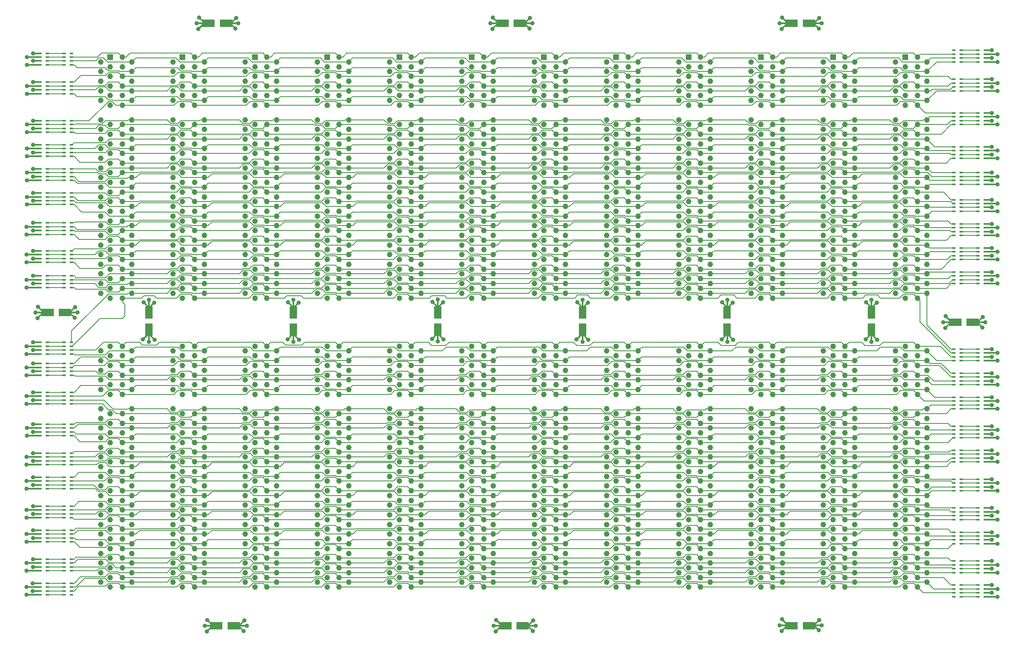
<source format=gtl>
G04 #@! TF.GenerationSoftware,KiCad,Pcbnew,(5.0.0-rc2-35-gda6600525)*
G04 #@! TF.CreationDate,2018-07-07T21:23:26-07:00*
G04 #@! TF.ProjectId,register-motherboard,72656769737465722D6D6F7468657262,rev?*
G04 #@! TF.SameCoordinates,Original*
G04 #@! TF.FileFunction,Copper,L1,Top,Signal*
G04 #@! TF.FilePolarity,Positive*
%FSLAX46Y46*%
G04 Gerber Fmt 4.6, Leading zero omitted, Abs format (unit mm)*
G04 Created by KiCad (PCBNEW (5.0.0-rc2-35-gda6600525)) date 07/07/18 21:23:26*
%MOMM*%
%LPD*%
G01*
G04 APERTURE LIST*
G04 #@! TA.AperFunction,SMDPad,CuDef*
%ADD10R,2.600000X1.600000*%
G04 #@! TD*
G04 #@! TA.AperFunction,SMDPad,CuDef*
%ADD11R,1.600000X2.600000*%
G04 #@! TD*
G04 #@! TA.AperFunction,ComponentPad*
%ADD12C,1.150000*%
G04 #@! TD*
G04 #@! TA.AperFunction,ComponentPad*
%ADD13R,1.150000X1.150000*%
G04 #@! TD*
G04 #@! TA.AperFunction,SMDPad,CuDef*
%ADD14R,0.760000X0.430000*%
G04 #@! TD*
G04 #@! TA.AperFunction,ViaPad*
%ADD15C,0.889000*%
G04 #@! TD*
G04 #@! TA.AperFunction,Conductor*
%ADD16C,0.304800*%
G04 #@! TD*
G04 #@! TA.AperFunction,Conductor*
%ADD17C,0.152400*%
G04 #@! TD*
G04 APERTURE END LIST*
D10*
G04 #@! TO.P,C2,2*
G04 #@! TO.N,GND*
X59600000Y-103980000D03*
G04 #@! TO.P,C2,1*
G04 #@! TO.N,VCC*
X56000000Y-103980000D03*
G04 #@! TD*
G04 #@! TO.P,C1,1*
G04 #@! TO.N,VCC*
X244400000Y-106000000D03*
G04 #@! TO.P,C1,2*
G04 #@! TO.N,GND*
X248000000Y-106000000D03*
G04 #@! TD*
D11*
G04 #@! TO.P,C3,1*
G04 #@! TO.N,VCC*
X77000000Y-107600000D03*
G04 #@! TO.P,C3,2*
G04 #@! TO.N,GND*
X77000000Y-104000000D03*
G04 #@! TD*
D10*
G04 #@! TO.P,C4,2*
G04 #@! TO.N,GND*
X93000000Y-44000000D03*
G04 #@! TO.P,C4,1*
G04 #@! TO.N,VCC*
X89400000Y-44000000D03*
G04 #@! TD*
D11*
G04 #@! TO.P,C5,1*
G04 #@! TO.N,VCC*
X107000000Y-107600000D03*
G04 #@! TO.P,C5,2*
G04 #@! TO.N,GND*
X107000000Y-104000000D03*
G04 #@! TD*
D10*
G04 #@! TO.P,C6,2*
G04 #@! TO.N,GND*
X94600000Y-169000000D03*
G04 #@! TO.P,C6,1*
G04 #@! TO.N,VCC*
X91000000Y-169000000D03*
G04 #@! TD*
D11*
G04 #@! TO.P,C7,1*
G04 #@! TO.N,VCC*
X137000000Y-107600000D03*
G04 #@! TO.P,C7,2*
G04 #@! TO.N,GND*
X137000000Y-104000000D03*
G04 #@! TD*
D10*
G04 #@! TO.P,C8,2*
G04 #@! TO.N,GND*
X154000000Y-44000000D03*
G04 #@! TO.P,C8,1*
G04 #@! TO.N,VCC*
X150400000Y-44000000D03*
G04 #@! TD*
D11*
G04 #@! TO.P,C9,1*
G04 #@! TO.N,VCC*
X167000000Y-107600000D03*
G04 #@! TO.P,C9,2*
G04 #@! TO.N,GND*
X167000000Y-104000000D03*
G04 #@! TD*
D10*
G04 #@! TO.P,C10,2*
G04 #@! TO.N,GND*
X154600000Y-169000000D03*
G04 #@! TO.P,C10,1*
G04 #@! TO.N,VCC*
X151000000Y-169000000D03*
G04 #@! TD*
D11*
G04 #@! TO.P,C11,1*
G04 #@! TO.N,VCC*
X197000000Y-107600000D03*
G04 #@! TO.P,C11,2*
G04 #@! TO.N,GND*
X197000000Y-104000000D03*
G04 #@! TD*
D10*
G04 #@! TO.P,C12,2*
G04 #@! TO.N,GND*
X214000000Y-44000000D03*
G04 #@! TO.P,C12,1*
G04 #@! TO.N,VCC*
X210400000Y-44000000D03*
G04 #@! TD*
D11*
G04 #@! TO.P,C13,2*
G04 #@! TO.N,GND*
X227000000Y-104000000D03*
G04 #@! TO.P,C13,1*
G04 #@! TO.N,VCC*
X227000000Y-107600000D03*
G04 #@! TD*
D10*
G04 #@! TO.P,C14,2*
G04 #@! TO.N,GND*
X214000000Y-169000000D03*
G04 #@! TO.P,C14,1*
G04 #@! TO.N,VCC*
X210400000Y-169000000D03*
G04 #@! TD*
D12*
G04 #@! TO.P,P1,148*
G04 #@! TO.N,/rs1a[4]*
X236500000Y-111000000D03*
G04 #@! TO.P,P1,150*
G04 #@! TO.N,GND*
X236500000Y-113000000D03*
G04 #@! TO.P,P1,152*
G04 #@! TO.N,/rs1a[1]*
X236500000Y-115000000D03*
G04 #@! TO.P,P1,149*
G04 #@! TO.N,/rs1a[3]*
X238500000Y-112000000D03*
G04 #@! TO.P,P1,151*
G04 #@! TO.N,/rs1a[2]*
X238500000Y-114000000D03*
G04 #@! TO.P,P1,153*
G04 #@! TO.N,VCC*
X238500000Y-116000000D03*
G04 #@! TO.P,P1,50*
G04 #@! TO.N,/rd[15]*
X234000000Y-111000000D03*
G04 #@! TO.P,P1,53*
G04 #@! TO.N,/rd[13]*
X232000000Y-114000000D03*
G04 #@! TO.P,P1,52*
G04 #@! TO.N,GND*
X234000000Y-113000000D03*
G04 #@! TO.P,P1,54*
G04 #@! TO.N,/rd[12]*
X234000000Y-115000000D03*
G04 #@! TO.P,P1,51*
G04 #@! TO.N,/rd[14]*
X232000000Y-112000000D03*
G04 #@! TO.P,P1,154*
G04 #@! TO.N,/rs1a[0]*
X236500000Y-117000000D03*
G04 #@! TO.P,P1,158*
G04 #@! TO.N,/rs1[13]*
X236500000Y-121000000D03*
G04 #@! TO.P,P1,156*
G04 #@! TO.N,GND*
X236500000Y-119000000D03*
G04 #@! TO.P,P1,155*
G04 #@! TO.N,/rs1[15]*
X238500000Y-118000000D03*
G04 #@! TO.P,P1,157*
G04 #@! TO.N,/rs1[14]*
X238500000Y-120000000D03*
G04 #@! TO.P,P1,55*
G04 #@! TO.N,VCC*
X232000000Y-116000000D03*
G04 #@! TO.P,P1,57*
G04 #@! TO.N,/rd[10]*
X232000000Y-118000000D03*
G04 #@! TO.P,P1,56*
G04 #@! TO.N,/rd[11]*
X234000000Y-117000000D03*
G04 #@! TO.P,P1,58*
G04 #@! TO.N,GND*
X234000000Y-119000000D03*
G04 #@! TO.P,P1,59*
G04 #@! TO.N,/rd[9]*
X232000000Y-120000000D03*
G04 #@! TO.P,P1,60*
G04 #@! TO.N,/rd[8]*
X234000000Y-121000000D03*
G04 #@! TO.P,P1,61*
G04 #@! TO.N,/rd[7]*
X232000000Y-124000000D03*
G04 #@! TO.P,P1,65*
G04 #@! TO.N,/rd[4]*
X232000000Y-128000000D03*
G04 #@! TO.P,P1,62*
G04 #@! TO.N,/rd[6]*
X234000000Y-125000000D03*
G04 #@! TO.P,P1,64*
G04 #@! TO.N,/rd[5]*
X234000000Y-127000000D03*
G04 #@! TO.P,P1,63*
G04 #@! TO.N,GND*
X232000000Y-126000000D03*
G04 #@! TO.P,P1,162*
G04 #@! TO.N,/rs1[10]*
X236500000Y-127000000D03*
G04 #@! TO.P,P1,163*
G04 #@! TO.N,/rs1[9]*
X238500000Y-128000000D03*
G04 #@! TO.P,P1,161*
G04 #@! TO.N,GND*
X238500000Y-126000000D03*
G04 #@! TO.P,P1,159*
G04 #@! TO.N,/rs1[12]*
X238500000Y-124000000D03*
G04 #@! TO.P,P1,160*
G04 #@! TO.N,/rs1[11]*
X236500000Y-125000000D03*
G04 #@! TO.P,P1,89*
G04 #@! TO.N,/rs2[3]*
X232000000Y-152000000D03*
G04 #@! TO.P,P1,93*
G04 #@! TO.N,/rs2[0]*
X232000000Y-156000000D03*
G04 #@! TO.P,P1,91*
G04 #@! TO.N,GND*
X232000000Y-154000000D03*
G04 #@! TO.P,P1,88*
G04 #@! TO.N,VCC*
X234000000Y-151000000D03*
G04 #@! TO.P,P1,94*
G04 #@! TO.N,/nc7*
X234000000Y-157000000D03*
G04 #@! TO.P,P1,92*
G04 #@! TO.N,/rs2[1]*
X234000000Y-155000000D03*
G04 #@! TO.P,P1,90*
G04 #@! TO.N,/rs2[2]*
X234000000Y-153000000D03*
G04 #@! TO.P,P1,87*
G04 #@! TO.N,/rs2[4]*
X232000000Y-150000000D03*
G04 #@! TO.P,P1,80*
G04 #@! TO.N,GND*
X234000000Y-143000000D03*
G04 #@! TO.P,P1,85*
X232000000Y-148000000D03*
G04 #@! TO.P,P1,83*
G04 #@! TO.N,/rs2[7]*
X232000000Y-146000000D03*
G04 #@! TO.P,P1,81*
G04 #@! TO.N,/rs2[9]*
X232000000Y-144000000D03*
G04 #@! TO.P,P1,86*
G04 #@! TO.N,/rs2[5]*
X234000000Y-149000000D03*
G04 #@! TO.P,P1,82*
G04 #@! TO.N,/rs2[8]*
X234000000Y-145000000D03*
G04 #@! TO.P,P1,84*
G04 #@! TO.N,/rs2[6]*
X234000000Y-147000000D03*
G04 #@! TO.P,P1,97*
G04 #@! TO.N,/nc10*
X232000000Y-160000000D03*
G04 #@! TO.P,P1,96*
G04 #@! TO.N,/nc9*
X234000000Y-159000000D03*
G04 #@! TO.P,P1,95*
G04 #@! TO.N,/nc8*
X232000000Y-158000000D03*
G04 #@! TO.P,P1,98*
G04 #@! TO.N,/nc11*
X234000000Y-161000000D03*
G04 #@! TO.P,P1,196*
G04 #@! TO.N,/~BOOT_WR*
X236500000Y-161000000D03*
G04 #@! TO.P,P1,194*
G04 #@! TO.N,/BOOT_CLK*
X236500000Y-159000000D03*
G04 #@! TO.P,P1,195*
G04 #@! TO.N,/~BOOT_RST*
X238500000Y-160000000D03*
G04 #@! TO.P,P1,193*
G04 #@! TO.N,/~BOOT_ALU_EN*
X238500000Y-158000000D03*
G04 #@! TO.P,P1,184*
G04 #@! TO.N,/~rs1_bll*
X236500000Y-149000000D03*
G04 #@! TO.P,P1,186*
G04 #@! TO.N,VCC*
X236500000Y-151000000D03*
G04 #@! TO.P,P1,187*
G04 #@! TO.N,/~alu_oe*
X238500000Y-152000000D03*
G04 #@! TO.P,P1,185*
G04 #@! TO.N,/nc12*
X238500000Y-150000000D03*
G04 #@! TO.P,P1,192*
G04 #@! TO.N,/f[3]*
X236500000Y-157000000D03*
G04 #@! TO.P,P1,188*
G04 #@! TO.N,/f[0]*
X236500000Y-153000000D03*
G04 #@! TO.P,P1,191*
G04 #@! TO.N,/f[2]*
X238500000Y-156000000D03*
G04 #@! TO.P,P1,189*
G04 #@! TO.N,GND*
X238500000Y-154000000D03*
G04 #@! TO.P,P1,190*
G04 #@! TO.N,/f[1]*
X236500000Y-155000000D03*
G04 #@! TO.P,P1,182*
G04 #@! TO.N,/~rs1_blh*
X236500000Y-147000000D03*
G04 #@! TO.P,P1,180*
G04 #@! TO.N,/~rs2_blh*
X236500000Y-145000000D03*
G04 #@! TO.P,P1,179*
G04 #@! TO.N,/~rd_bll*
X238500000Y-144000000D03*
G04 #@! TO.P,P1,178*
G04 #@! TO.N,GND*
X236500000Y-143000000D03*
G04 #@! TO.P,P1,181*
G04 #@! TO.N,/~rs2_bll*
X238500000Y-146000000D03*
G04 #@! TO.P,P1,183*
G04 #@! TO.N,GND*
X238500000Y-148000000D03*
G04 #@! TO.P,P1,174*
G04 #@! TO.N,/rs1[1]*
X236500000Y-139000000D03*
G04 #@! TO.P,P1,177*
G04 #@! TO.N,/~rd_blh*
X238500000Y-142000000D03*
G04 #@! TO.P,P1,176*
G04 #@! TO.N,/rs1[0]*
X236500000Y-141000000D03*
G04 #@! TO.P,P1,175*
G04 #@! TO.N,VCC*
X238500000Y-140000000D03*
G04 #@! TO.P,P1,173*
G04 #@! TO.N,/rs1[2]*
X238500000Y-138000000D03*
G04 #@! TO.P,P1,171*
G04 #@! TO.N,/rs1[3]*
X238500000Y-136000000D03*
G04 #@! TO.P,P1,79*
G04 #@! TO.N,/rs2[10]*
X232000000Y-142000000D03*
G04 #@! TO.P,P1,75*
G04 #@! TO.N,/rs2[13]*
X232000000Y-138000000D03*
G04 #@! TO.P,P1,73*
G04 #@! TO.N,/rs2[14]*
X232000000Y-136000000D03*
G04 #@! TO.P,P1,78*
G04 #@! TO.N,/rs2[11]*
X234000000Y-141000000D03*
G04 #@! TO.P,P1,76*
G04 #@! TO.N,/rs2[12]*
X234000000Y-139000000D03*
G04 #@! TO.P,P1,77*
G04 #@! TO.N,VCC*
X232000000Y-140000000D03*
G04 #@! TO.P,P1,72*
G04 #@! TO.N,/rs2[15]*
X234000000Y-135000000D03*
G04 #@! TO.P,P1,74*
G04 #@! TO.N,GND*
X234000000Y-137000000D03*
G04 #@! TO.P,P1,172*
X236500000Y-137000000D03*
G04 #@! TO.P,P1,170*
G04 #@! TO.N,/rs1[4]*
X236500000Y-135000000D03*
G04 #@! TO.P,P1,169*
G04 #@! TO.N,/rs1[5]*
X238500000Y-134000000D03*
G04 #@! TO.P,P1,70*
G04 #@! TO.N,/rd[1]*
X234000000Y-133000000D03*
G04 #@! TO.P,P1,71*
G04 #@! TO.N,/rd[0]*
X232000000Y-134000000D03*
G04 #@! TO.P,P1,69*
G04 #@! TO.N,GND*
X232000000Y-132000000D03*
G04 #@! TO.P,P1,67*
G04 #@! TO.N,/rd[3]*
X232000000Y-130000000D03*
G04 #@! TO.P,P1,68*
G04 #@! TO.N,/rd[2]*
X234000000Y-131000000D03*
G04 #@! TO.P,P1,66*
G04 #@! TO.N,VCC*
X234000000Y-129000000D03*
G04 #@! TO.P,P1,168*
G04 #@! TO.N,/rs1[6]*
X236500000Y-133000000D03*
G04 #@! TO.P,P1,166*
G04 #@! TO.N,/rs1[7]*
X236500000Y-131000000D03*
G04 #@! TO.P,P1,167*
G04 #@! TO.N,GND*
X238500000Y-132000000D03*
G04 #@! TO.P,P1,165*
G04 #@! TO.N,/rs1[8]*
X238500000Y-130000000D03*
G04 #@! TO.P,P1,164*
G04 #@! TO.N,VCC*
X236500000Y-129000000D03*
D13*
G04 #@! TO.P,P1,1*
G04 #@! TO.N,/rd[31]*
X234000000Y-51000000D03*
D12*
G04 #@! TO.P,P1,99*
G04 #@! TO.N,/rs1[31]*
X236500000Y-51000000D03*
G04 #@! TO.P,P1,2*
G04 #@! TO.N,/rd[30]*
X232000000Y-52000000D03*
G04 #@! TO.P,P1,4*
G04 #@! TO.N,/rd[29]*
X232000000Y-54000000D03*
G04 #@! TO.P,P1,6*
G04 #@! TO.N,VCC*
X232000000Y-56000000D03*
G04 #@! TO.P,P1,8*
G04 #@! TO.N,/rd[26]*
X232000000Y-58000000D03*
G04 #@! TO.P,P1,3*
G04 #@! TO.N,GND*
X234000000Y-53000000D03*
G04 #@! TO.P,P1,5*
G04 #@! TO.N,/rd[28]*
X234000000Y-55000000D03*
G04 #@! TO.P,P1,7*
G04 #@! TO.N,/rd[27]*
X234000000Y-57000000D03*
G04 #@! TO.P,P1,9*
G04 #@! TO.N,GND*
X234000000Y-59000000D03*
G04 #@! TO.P,P1,101*
X236500000Y-53000000D03*
G04 #@! TO.P,P1,103*
G04 #@! TO.N,/rs1[28]*
X236500000Y-55000000D03*
G04 #@! TO.P,P1,105*
G04 #@! TO.N,/rs1[27]*
X236500000Y-57000000D03*
G04 #@! TO.P,P1,107*
G04 #@! TO.N,GND*
X236500000Y-59000000D03*
G04 #@! TO.P,P1,100*
G04 #@! TO.N,/rs1[30]*
X238500000Y-52000000D03*
G04 #@! TO.P,P1,102*
G04 #@! TO.N,/rs1[29]*
X238500000Y-54000000D03*
G04 #@! TO.P,P1,104*
G04 #@! TO.N,VCC*
X238500000Y-56000000D03*
G04 #@! TO.P,P1,106*
G04 #@! TO.N,/rs1[26]*
X238500000Y-58000000D03*
G04 #@! TO.P,P1,10*
G04 #@! TO.N,/rd[25]*
X232000000Y-60000000D03*
G04 #@! TO.P,P1,108*
G04 #@! TO.N,/rs1[25]*
X238500000Y-60000000D03*
G04 #@! TO.P,P1,11*
G04 #@! TO.N,/rd[24]*
X234000000Y-61000000D03*
G04 #@! TO.P,P1,109*
G04 #@! TO.N,/rs1[24]*
X236500000Y-61000000D03*
G04 #@! TO.P,P1,48*
G04 #@! TO.N,/rda[3]*
X232000000Y-100000000D03*
G04 #@! TO.P,P1,40*
G04 #@! TO.N,/rs2[19]*
X232000000Y-92000000D03*
G04 #@! TO.P,P1,38*
G04 #@! TO.N,/rs2[20]*
X232000000Y-90000000D03*
G04 #@! TO.P,P1,42*
G04 #@! TO.N,GND*
X232000000Y-94000000D03*
G04 #@! TO.P,P1,44*
G04 #@! TO.N,/rs2[16]*
X232000000Y-96000000D03*
G04 #@! TO.P,P1,46*
G04 #@! TO.N,/rda[1]*
X232000000Y-98000000D03*
G04 #@! TO.P,P1,36*
G04 #@! TO.N,GND*
X232000000Y-88000000D03*
G04 #@! TO.P,P1,34*
G04 #@! TO.N,/rs2[23]*
X232000000Y-86000000D03*
G04 #@! TO.P,P1,12*
G04 #@! TO.N,/rd[23]*
X232000000Y-64000000D03*
G04 #@! TO.P,P1,14*
G04 #@! TO.N,GND*
X232000000Y-66000000D03*
G04 #@! TO.P,P1,16*
G04 #@! TO.N,/rd[20]*
X232000000Y-68000000D03*
G04 #@! TO.P,P1,30*
G04 #@! TO.N,/rs2[26]*
X232000000Y-82000000D03*
G04 #@! TO.P,P1,28*
G04 #@! TO.N,VCC*
X232000000Y-80000000D03*
G04 #@! TO.P,P1,32*
G04 #@! TO.N,/rs2[25]*
X232000000Y-84000000D03*
G04 #@! TO.P,P1,22*
G04 #@! TO.N,/rd[16]*
X232000000Y-74000000D03*
G04 #@! TO.P,P1,20*
G04 #@! TO.N,GND*
X232000000Y-72000000D03*
G04 #@! TO.P,P1,18*
G04 #@! TO.N,/rd[19]*
X232000000Y-70000000D03*
G04 #@! TO.P,P1,26*
G04 #@! TO.N,/rs2[29]*
X232000000Y-78000000D03*
G04 #@! TO.P,P1,24*
G04 #@! TO.N,/rs2[30]*
X232000000Y-76000000D03*
G04 #@! TO.P,P1,39*
G04 #@! TO.N,VCC*
X234000000Y-91000000D03*
G04 #@! TO.P,P1,37*
G04 #@! TO.N,/rs2[21]*
X234000000Y-89000000D03*
G04 #@! TO.P,P1,41*
G04 #@! TO.N,/rs2[18]*
X234000000Y-93000000D03*
G04 #@! TO.P,P1,29*
G04 #@! TO.N,/rs2[27]*
X234000000Y-81000000D03*
G04 #@! TO.P,P1,27*
G04 #@! TO.N,/rs2[28]*
X234000000Y-79000000D03*
G04 #@! TO.P,P1,31*
G04 #@! TO.N,GND*
X234000000Y-83000000D03*
G04 #@! TO.P,P1,19*
G04 #@! TO.N,/rd[18]*
X234000000Y-71000000D03*
G04 #@! TO.P,P1,17*
G04 #@! TO.N,VCC*
X234000000Y-69000000D03*
G04 #@! TO.P,P1,21*
G04 #@! TO.N,/rd[17]*
X234000000Y-73000000D03*
G04 #@! TO.P,P1,47*
G04 #@! TO.N,/rda[2]*
X234000000Y-99000000D03*
G04 #@! TO.P,P1,45*
G04 #@! TO.N,/rda[0]*
X234000000Y-97000000D03*
G04 #@! TO.P,P1,43*
G04 #@! TO.N,/rs2[17]*
X234000000Y-95000000D03*
G04 #@! TO.P,P1,49*
G04 #@! TO.N,/rda[4]*
X234000000Y-101000000D03*
G04 #@! TO.P,P1,33*
G04 #@! TO.N,/rs2[24]*
X234000000Y-85000000D03*
G04 #@! TO.P,P1,35*
G04 #@! TO.N,/rs2[22]*
X234000000Y-87000000D03*
G04 #@! TO.P,P1,23*
G04 #@! TO.N,/rs2[31]*
X234000000Y-75000000D03*
G04 #@! TO.P,P1,25*
G04 #@! TO.N,GND*
X234000000Y-77000000D03*
G04 #@! TO.P,P1,13*
G04 #@! TO.N,/rd[22]*
X234000000Y-65000000D03*
G04 #@! TO.P,P1,15*
G04 #@! TO.N,/rd[21]*
X234000000Y-67000000D03*
G04 #@! TO.P,P1,147*
G04 #@! TO.N,/rs2a[0]*
X236500000Y-101000000D03*
G04 #@! TO.P,P1,143*
G04 #@! TO.N,/rs2a[4]*
X236500000Y-97000000D03*
G04 #@! TO.P,P1,141*
G04 #@! TO.N,/nc5*
X236500000Y-95000000D03*
G04 #@! TO.P,P1,145*
G04 #@! TO.N,/rs2a[2]*
X236500000Y-99000000D03*
G04 #@! TO.P,P1,139*
G04 #@! TO.N,/nc4*
X236500000Y-93000000D03*
G04 #@! TO.P,P1,135*
G04 #@! TO.N,/nc1*
X236500000Y-89000000D03*
G04 #@! TO.P,P1,133*
G04 #@! TO.N,/nc0*
X236500000Y-87000000D03*
G04 #@! TO.P,P1,131*
G04 #@! TO.N,/~rs1_bhl*
X236500000Y-85000000D03*
G04 #@! TO.P,P1,137*
G04 #@! TO.N,VCC*
X236500000Y-91000000D03*
G04 #@! TO.P,P1,129*
G04 #@! TO.N,GND*
X236500000Y-83000000D03*
G04 #@! TO.P,P1,125*
G04 #@! TO.N,/~rs2_bhh*
X236500000Y-79000000D03*
G04 #@! TO.P,P1,123*
G04 #@! TO.N,GND*
X236500000Y-77000000D03*
G04 #@! TO.P,P1,121*
G04 #@! TO.N,/~rd_bhh*
X236500000Y-75000000D03*
G04 #@! TO.P,P1,127*
G04 #@! TO.N,/~rs2_bhl*
X236500000Y-81000000D03*
G04 #@! TO.P,P1,119*
G04 #@! TO.N,/rs1[17]*
X236500000Y-73000000D03*
G04 #@! TO.P,P1,115*
G04 #@! TO.N,VCC*
X236500000Y-69000000D03*
G04 #@! TO.P,P1,113*
G04 #@! TO.N,/rs1[21]*
X236500000Y-67000000D03*
G04 #@! TO.P,P1,111*
G04 #@! TO.N,/rs1[22]*
X236500000Y-65000000D03*
G04 #@! TO.P,P1,117*
G04 #@! TO.N,/rs1[18]*
X236500000Y-71000000D03*
G04 #@! TO.P,P1,146*
G04 #@! TO.N,/rs2a[1]*
X238500000Y-100000000D03*
G04 #@! TO.P,P1,144*
G04 #@! TO.N,/rs2a[3]*
X238500000Y-98000000D03*
G04 #@! TO.P,P1,142*
G04 #@! TO.N,/nc6*
X238500000Y-96000000D03*
G04 #@! TO.P,P1,140*
G04 #@! TO.N,GND*
X238500000Y-94000000D03*
G04 #@! TO.P,P1,138*
G04 #@! TO.N,/nc3*
X238500000Y-92000000D03*
G04 #@! TO.P,P1,136*
G04 #@! TO.N,/nc2*
X238500000Y-90000000D03*
G04 #@! TO.P,P1,134*
G04 #@! TO.N,GND*
X238500000Y-88000000D03*
G04 #@! TO.P,P1,132*
G04 #@! TO.N,/~rs1_rd*
X238500000Y-86000000D03*
G04 #@! TO.P,P1,130*
G04 #@! TO.N,/~rs1_bhh*
X238500000Y-84000000D03*
G04 #@! TO.P,P1,128*
G04 #@! TO.N,/~rs2_rd*
X238500000Y-82000000D03*
G04 #@! TO.P,P1,126*
G04 #@! TO.N,VCC*
X238500000Y-80000000D03*
G04 #@! TO.P,P1,124*
G04 #@! TO.N,/~rd_wr*
X238500000Y-78000000D03*
G04 #@! TO.P,P1,122*
G04 #@! TO.N,/~rd_bhl*
X238500000Y-76000000D03*
G04 #@! TO.P,P1,120*
G04 #@! TO.N,/rs1[16]*
X238500000Y-74000000D03*
G04 #@! TO.P,P1,118*
G04 #@! TO.N,GND*
X238500000Y-72000000D03*
G04 #@! TO.P,P1,116*
G04 #@! TO.N,/rs1[19]*
X238500000Y-70000000D03*
G04 #@! TO.P,P1,114*
G04 #@! TO.N,/rs1[20]*
X238500000Y-68000000D03*
G04 #@! TO.P,P1,112*
G04 #@! TO.N,GND*
X238500000Y-66000000D03*
G04 #@! TO.P,P1,110*
G04 #@! TO.N,/rs1[23]*
X238500000Y-64000000D03*
G04 #@! TD*
G04 #@! TO.P,P2,110*
G04 #@! TO.N,/rs1[23]*
X223500000Y-64000000D03*
G04 #@! TO.P,P2,112*
G04 #@! TO.N,GND*
X223500000Y-66000000D03*
G04 #@! TO.P,P2,114*
G04 #@! TO.N,/rs1[20]*
X223500000Y-68000000D03*
G04 #@! TO.P,P2,116*
G04 #@! TO.N,/rs1[19]*
X223500000Y-70000000D03*
G04 #@! TO.P,P2,118*
G04 #@! TO.N,GND*
X223500000Y-72000000D03*
G04 #@! TO.P,P2,120*
G04 #@! TO.N,/rs1[16]*
X223500000Y-74000000D03*
G04 #@! TO.P,P2,122*
G04 #@! TO.N,/~rd_bhl*
X223500000Y-76000000D03*
G04 #@! TO.P,P2,124*
G04 #@! TO.N,/~rd_wr*
X223500000Y-78000000D03*
G04 #@! TO.P,P2,126*
G04 #@! TO.N,VCC*
X223500000Y-80000000D03*
G04 #@! TO.P,P2,128*
G04 #@! TO.N,/~rs2_rd*
X223500000Y-82000000D03*
G04 #@! TO.P,P2,130*
G04 #@! TO.N,/~rs1_bhh*
X223500000Y-84000000D03*
G04 #@! TO.P,P2,132*
G04 #@! TO.N,/~rs1_rd*
X223500000Y-86000000D03*
G04 #@! TO.P,P2,134*
G04 #@! TO.N,GND*
X223500000Y-88000000D03*
G04 #@! TO.P,P2,136*
G04 #@! TO.N,/nc2*
X223500000Y-90000000D03*
G04 #@! TO.P,P2,138*
G04 #@! TO.N,/nc3*
X223500000Y-92000000D03*
G04 #@! TO.P,P2,140*
G04 #@! TO.N,GND*
X223500000Y-94000000D03*
G04 #@! TO.P,P2,142*
G04 #@! TO.N,/nc6*
X223500000Y-96000000D03*
G04 #@! TO.P,P2,144*
G04 #@! TO.N,/rs2a[3]*
X223500000Y-98000000D03*
G04 #@! TO.P,P2,146*
G04 #@! TO.N,/rs2a[1]*
X223500000Y-100000000D03*
G04 #@! TO.P,P2,117*
G04 #@! TO.N,/rs1[18]*
X221500000Y-71000000D03*
G04 #@! TO.P,P2,111*
G04 #@! TO.N,/rs1[22]*
X221500000Y-65000000D03*
G04 #@! TO.P,P2,113*
G04 #@! TO.N,/rs1[21]*
X221500000Y-67000000D03*
G04 #@! TO.P,P2,115*
G04 #@! TO.N,VCC*
X221500000Y-69000000D03*
G04 #@! TO.P,P2,119*
G04 #@! TO.N,/rs1[17]*
X221500000Y-73000000D03*
G04 #@! TO.P,P2,127*
G04 #@! TO.N,/~rs2_bhl*
X221500000Y-81000000D03*
G04 #@! TO.P,P2,121*
G04 #@! TO.N,/~rd_bhh*
X221500000Y-75000000D03*
G04 #@! TO.P,P2,123*
G04 #@! TO.N,GND*
X221500000Y-77000000D03*
G04 #@! TO.P,P2,125*
G04 #@! TO.N,/~rs2_bhh*
X221500000Y-79000000D03*
G04 #@! TO.P,P2,129*
G04 #@! TO.N,GND*
X221500000Y-83000000D03*
G04 #@! TO.P,P2,137*
G04 #@! TO.N,VCC*
X221500000Y-91000000D03*
G04 #@! TO.P,P2,131*
G04 #@! TO.N,/~rs1_bhl*
X221500000Y-85000000D03*
G04 #@! TO.P,P2,133*
G04 #@! TO.N,/nc0*
X221500000Y-87000000D03*
G04 #@! TO.P,P2,135*
G04 #@! TO.N,/nc1*
X221500000Y-89000000D03*
G04 #@! TO.P,P2,139*
G04 #@! TO.N,/nc4*
X221500000Y-93000000D03*
G04 #@! TO.P,P2,145*
G04 #@! TO.N,/rs2a[2]*
X221500000Y-99000000D03*
G04 #@! TO.P,P2,141*
G04 #@! TO.N,/nc5*
X221500000Y-95000000D03*
G04 #@! TO.P,P2,143*
G04 #@! TO.N,/rs2a[4]*
X221500000Y-97000000D03*
G04 #@! TO.P,P2,147*
G04 #@! TO.N,/rs2a[0]*
X221500000Y-101000000D03*
G04 #@! TO.P,P2,15*
G04 #@! TO.N,/rd[21]*
X219000000Y-67000000D03*
G04 #@! TO.P,P2,13*
G04 #@! TO.N,/rd[22]*
X219000000Y-65000000D03*
G04 #@! TO.P,P2,25*
G04 #@! TO.N,GND*
X219000000Y-77000000D03*
G04 #@! TO.P,P2,23*
G04 #@! TO.N,/rs2[31]*
X219000000Y-75000000D03*
G04 #@! TO.P,P2,35*
G04 #@! TO.N,/rs2[22]*
X219000000Y-87000000D03*
G04 #@! TO.P,P2,33*
G04 #@! TO.N,/rs2[24]*
X219000000Y-85000000D03*
G04 #@! TO.P,P2,49*
G04 #@! TO.N,/rda[4]*
X219000000Y-101000000D03*
G04 #@! TO.P,P2,43*
G04 #@! TO.N,/rs2[17]*
X219000000Y-95000000D03*
G04 #@! TO.P,P2,45*
G04 #@! TO.N,/rda[0]*
X219000000Y-97000000D03*
G04 #@! TO.P,P2,47*
G04 #@! TO.N,/rda[2]*
X219000000Y-99000000D03*
G04 #@! TO.P,P2,21*
G04 #@! TO.N,/rd[17]*
X219000000Y-73000000D03*
G04 #@! TO.P,P2,17*
G04 #@! TO.N,VCC*
X219000000Y-69000000D03*
G04 #@! TO.P,P2,19*
G04 #@! TO.N,/rd[18]*
X219000000Y-71000000D03*
G04 #@! TO.P,P2,31*
G04 #@! TO.N,GND*
X219000000Y-83000000D03*
G04 #@! TO.P,P2,27*
G04 #@! TO.N,/rs2[28]*
X219000000Y-79000000D03*
G04 #@! TO.P,P2,29*
G04 #@! TO.N,/rs2[27]*
X219000000Y-81000000D03*
G04 #@! TO.P,P2,41*
G04 #@! TO.N,/rs2[18]*
X219000000Y-93000000D03*
G04 #@! TO.P,P2,37*
G04 #@! TO.N,/rs2[21]*
X219000000Y-89000000D03*
G04 #@! TO.P,P2,39*
G04 #@! TO.N,VCC*
X219000000Y-91000000D03*
G04 #@! TO.P,P2,24*
G04 #@! TO.N,/rs2[30]*
X217000000Y-76000000D03*
G04 #@! TO.P,P2,26*
G04 #@! TO.N,/rs2[29]*
X217000000Y-78000000D03*
G04 #@! TO.P,P2,18*
G04 #@! TO.N,/rd[19]*
X217000000Y-70000000D03*
G04 #@! TO.P,P2,20*
G04 #@! TO.N,GND*
X217000000Y-72000000D03*
G04 #@! TO.P,P2,22*
G04 #@! TO.N,/rd[16]*
X217000000Y-74000000D03*
G04 #@! TO.P,P2,32*
G04 #@! TO.N,/rs2[25]*
X217000000Y-84000000D03*
G04 #@! TO.P,P2,28*
G04 #@! TO.N,VCC*
X217000000Y-80000000D03*
G04 #@! TO.P,P2,30*
G04 #@! TO.N,/rs2[26]*
X217000000Y-82000000D03*
G04 #@! TO.P,P2,16*
G04 #@! TO.N,/rd[20]*
X217000000Y-68000000D03*
G04 #@! TO.P,P2,14*
G04 #@! TO.N,GND*
X217000000Y-66000000D03*
G04 #@! TO.P,P2,12*
G04 #@! TO.N,/rd[23]*
X217000000Y-64000000D03*
G04 #@! TO.P,P2,34*
G04 #@! TO.N,/rs2[23]*
X217000000Y-86000000D03*
G04 #@! TO.P,P2,36*
G04 #@! TO.N,GND*
X217000000Y-88000000D03*
G04 #@! TO.P,P2,46*
G04 #@! TO.N,/rda[1]*
X217000000Y-98000000D03*
G04 #@! TO.P,P2,44*
G04 #@! TO.N,/rs2[16]*
X217000000Y-96000000D03*
G04 #@! TO.P,P2,42*
G04 #@! TO.N,GND*
X217000000Y-94000000D03*
G04 #@! TO.P,P2,38*
G04 #@! TO.N,/rs2[20]*
X217000000Y-90000000D03*
G04 #@! TO.P,P2,40*
G04 #@! TO.N,/rs2[19]*
X217000000Y-92000000D03*
G04 #@! TO.P,P2,48*
G04 #@! TO.N,/rda[3]*
X217000000Y-100000000D03*
G04 #@! TO.P,P2,109*
G04 #@! TO.N,/rs1[24]*
X221500000Y-61000000D03*
G04 #@! TO.P,P2,11*
G04 #@! TO.N,/rd[24]*
X219000000Y-61000000D03*
G04 #@! TO.P,P2,108*
G04 #@! TO.N,/rs1[25]*
X223500000Y-60000000D03*
G04 #@! TO.P,P2,10*
G04 #@! TO.N,/rd[25]*
X217000000Y-60000000D03*
G04 #@! TO.P,P2,106*
G04 #@! TO.N,/rs1[26]*
X223500000Y-58000000D03*
G04 #@! TO.P,P2,104*
G04 #@! TO.N,VCC*
X223500000Y-56000000D03*
G04 #@! TO.P,P2,102*
G04 #@! TO.N,/rs1[29]*
X223500000Y-54000000D03*
G04 #@! TO.P,P2,100*
G04 #@! TO.N,/rs1[30]*
X223500000Y-52000000D03*
G04 #@! TO.P,P2,107*
G04 #@! TO.N,GND*
X221500000Y-59000000D03*
G04 #@! TO.P,P2,105*
G04 #@! TO.N,/rs1[27]*
X221500000Y-57000000D03*
G04 #@! TO.P,P2,103*
G04 #@! TO.N,/rs1[28]*
X221500000Y-55000000D03*
G04 #@! TO.P,P2,101*
G04 #@! TO.N,GND*
X221500000Y-53000000D03*
G04 #@! TO.P,P2,9*
X219000000Y-59000000D03*
G04 #@! TO.P,P2,7*
G04 #@! TO.N,/rd[27]*
X219000000Y-57000000D03*
G04 #@! TO.P,P2,5*
G04 #@! TO.N,/rd[28]*
X219000000Y-55000000D03*
G04 #@! TO.P,P2,3*
G04 #@! TO.N,GND*
X219000000Y-53000000D03*
G04 #@! TO.P,P2,8*
G04 #@! TO.N,/rd[26]*
X217000000Y-58000000D03*
G04 #@! TO.P,P2,6*
G04 #@! TO.N,VCC*
X217000000Y-56000000D03*
G04 #@! TO.P,P2,4*
G04 #@! TO.N,/rd[29]*
X217000000Y-54000000D03*
G04 #@! TO.P,P2,2*
G04 #@! TO.N,/rd[30]*
X217000000Y-52000000D03*
G04 #@! TO.P,P2,99*
G04 #@! TO.N,/rs1[31]*
X221500000Y-51000000D03*
D13*
G04 #@! TO.P,P2,1*
G04 #@! TO.N,/rd[31]*
X219000000Y-51000000D03*
D12*
G04 #@! TO.P,P2,164*
G04 #@! TO.N,VCC*
X221500000Y-129000000D03*
G04 #@! TO.P,P2,165*
G04 #@! TO.N,/rs1[8]*
X223500000Y-130000000D03*
G04 #@! TO.P,P2,167*
G04 #@! TO.N,GND*
X223500000Y-132000000D03*
G04 #@! TO.P,P2,166*
G04 #@! TO.N,/rs1[7]*
X221500000Y-131000000D03*
G04 #@! TO.P,P2,168*
G04 #@! TO.N,/rs1[6]*
X221500000Y-133000000D03*
G04 #@! TO.P,P2,66*
G04 #@! TO.N,VCC*
X219000000Y-129000000D03*
G04 #@! TO.P,P2,68*
G04 #@! TO.N,/rd[2]*
X219000000Y-131000000D03*
G04 #@! TO.P,P2,67*
G04 #@! TO.N,/rd[3]*
X217000000Y-130000000D03*
G04 #@! TO.P,P2,69*
G04 #@! TO.N,GND*
X217000000Y-132000000D03*
G04 #@! TO.P,P2,71*
G04 #@! TO.N,/rd[0]*
X217000000Y-134000000D03*
G04 #@! TO.P,P2,70*
G04 #@! TO.N,/rd[1]*
X219000000Y-133000000D03*
G04 #@! TO.P,P2,169*
G04 #@! TO.N,/rs1[5]*
X223500000Y-134000000D03*
G04 #@! TO.P,P2,170*
G04 #@! TO.N,/rs1[4]*
X221500000Y-135000000D03*
G04 #@! TO.P,P2,172*
G04 #@! TO.N,GND*
X221500000Y-137000000D03*
G04 #@! TO.P,P2,74*
X219000000Y-137000000D03*
G04 #@! TO.P,P2,72*
G04 #@! TO.N,/rs2[15]*
X219000000Y-135000000D03*
G04 #@! TO.P,P2,77*
G04 #@! TO.N,VCC*
X217000000Y-140000000D03*
G04 #@! TO.P,P2,76*
G04 #@! TO.N,/rs2[12]*
X219000000Y-139000000D03*
G04 #@! TO.P,P2,78*
G04 #@! TO.N,/rs2[11]*
X219000000Y-141000000D03*
G04 #@! TO.P,P2,73*
G04 #@! TO.N,/rs2[14]*
X217000000Y-136000000D03*
G04 #@! TO.P,P2,75*
G04 #@! TO.N,/rs2[13]*
X217000000Y-138000000D03*
G04 #@! TO.P,P2,79*
G04 #@! TO.N,/rs2[10]*
X217000000Y-142000000D03*
G04 #@! TO.P,P2,171*
G04 #@! TO.N,/rs1[3]*
X223500000Y-136000000D03*
G04 #@! TO.P,P2,173*
G04 #@! TO.N,/rs1[2]*
X223500000Y-138000000D03*
G04 #@! TO.P,P2,175*
G04 #@! TO.N,VCC*
X223500000Y-140000000D03*
G04 #@! TO.P,P2,176*
G04 #@! TO.N,/rs1[0]*
X221500000Y-141000000D03*
G04 #@! TO.P,P2,177*
G04 #@! TO.N,/~rd_blh*
X223500000Y-142000000D03*
G04 #@! TO.P,P2,174*
G04 #@! TO.N,/rs1[1]*
X221500000Y-139000000D03*
G04 #@! TO.P,P2,183*
G04 #@! TO.N,GND*
X223500000Y-148000000D03*
G04 #@! TO.P,P2,181*
G04 #@! TO.N,/~rs2_bll*
X223500000Y-146000000D03*
G04 #@! TO.P,P2,178*
G04 #@! TO.N,GND*
X221500000Y-143000000D03*
G04 #@! TO.P,P2,179*
G04 #@! TO.N,/~rd_bll*
X223500000Y-144000000D03*
G04 #@! TO.P,P2,180*
G04 #@! TO.N,/~rs2_blh*
X221500000Y-145000000D03*
G04 #@! TO.P,P2,182*
G04 #@! TO.N,/~rs1_blh*
X221500000Y-147000000D03*
G04 #@! TO.P,P2,190*
G04 #@! TO.N,/f[1]*
X221500000Y-155000000D03*
G04 #@! TO.P,P2,189*
G04 #@! TO.N,GND*
X223500000Y-154000000D03*
G04 #@! TO.P,P2,191*
G04 #@! TO.N,/f[2]*
X223500000Y-156000000D03*
G04 #@! TO.P,P2,188*
G04 #@! TO.N,/f[0]*
X221500000Y-153000000D03*
G04 #@! TO.P,P2,192*
G04 #@! TO.N,/f[3]*
X221500000Y-157000000D03*
G04 #@! TO.P,P2,185*
G04 #@! TO.N,/nc12*
X223500000Y-150000000D03*
G04 #@! TO.P,P2,187*
G04 #@! TO.N,/~alu_oe*
X223500000Y-152000000D03*
G04 #@! TO.P,P2,186*
G04 #@! TO.N,VCC*
X221500000Y-151000000D03*
G04 #@! TO.P,P2,184*
G04 #@! TO.N,/~rs1_bll*
X221500000Y-149000000D03*
G04 #@! TO.P,P2,193*
G04 #@! TO.N,/~BOOT_ALU_EN*
X223500000Y-158000000D03*
G04 #@! TO.P,P2,195*
G04 #@! TO.N,/~BOOT_RST*
X223500000Y-160000000D03*
G04 #@! TO.P,P2,194*
G04 #@! TO.N,/BOOT_CLK*
X221500000Y-159000000D03*
G04 #@! TO.P,P2,196*
G04 #@! TO.N,/~BOOT_WR*
X221500000Y-161000000D03*
G04 #@! TO.P,P2,98*
G04 #@! TO.N,/nc11*
X219000000Y-161000000D03*
G04 #@! TO.P,P2,95*
G04 #@! TO.N,/nc8*
X217000000Y-158000000D03*
G04 #@! TO.P,P2,96*
G04 #@! TO.N,/nc9*
X219000000Y-159000000D03*
G04 #@! TO.P,P2,97*
G04 #@! TO.N,/nc10*
X217000000Y-160000000D03*
G04 #@! TO.P,P2,84*
G04 #@! TO.N,/rs2[6]*
X219000000Y-147000000D03*
G04 #@! TO.P,P2,82*
G04 #@! TO.N,/rs2[8]*
X219000000Y-145000000D03*
G04 #@! TO.P,P2,86*
G04 #@! TO.N,/rs2[5]*
X219000000Y-149000000D03*
G04 #@! TO.P,P2,81*
G04 #@! TO.N,/rs2[9]*
X217000000Y-144000000D03*
G04 #@! TO.P,P2,83*
G04 #@! TO.N,/rs2[7]*
X217000000Y-146000000D03*
G04 #@! TO.P,P2,85*
G04 #@! TO.N,GND*
X217000000Y-148000000D03*
G04 #@! TO.P,P2,80*
X219000000Y-143000000D03*
G04 #@! TO.P,P2,87*
G04 #@! TO.N,/rs2[4]*
X217000000Y-150000000D03*
G04 #@! TO.P,P2,90*
G04 #@! TO.N,/rs2[2]*
X219000000Y-153000000D03*
G04 #@! TO.P,P2,92*
G04 #@! TO.N,/rs2[1]*
X219000000Y-155000000D03*
G04 #@! TO.P,P2,94*
G04 #@! TO.N,/nc7*
X219000000Y-157000000D03*
G04 #@! TO.P,P2,88*
G04 #@! TO.N,VCC*
X219000000Y-151000000D03*
G04 #@! TO.P,P2,91*
G04 #@! TO.N,GND*
X217000000Y-154000000D03*
G04 #@! TO.P,P2,93*
G04 #@! TO.N,/rs2[0]*
X217000000Y-156000000D03*
G04 #@! TO.P,P2,89*
G04 #@! TO.N,/rs2[3]*
X217000000Y-152000000D03*
G04 #@! TO.P,P2,160*
G04 #@! TO.N,/rs1[11]*
X221500000Y-125000000D03*
G04 #@! TO.P,P2,159*
G04 #@! TO.N,/rs1[12]*
X223500000Y-124000000D03*
G04 #@! TO.P,P2,161*
G04 #@! TO.N,GND*
X223500000Y-126000000D03*
G04 #@! TO.P,P2,163*
G04 #@! TO.N,/rs1[9]*
X223500000Y-128000000D03*
G04 #@! TO.P,P2,162*
G04 #@! TO.N,/rs1[10]*
X221500000Y-127000000D03*
G04 #@! TO.P,P2,63*
G04 #@! TO.N,GND*
X217000000Y-126000000D03*
G04 #@! TO.P,P2,64*
G04 #@! TO.N,/rd[5]*
X219000000Y-127000000D03*
G04 #@! TO.P,P2,62*
G04 #@! TO.N,/rd[6]*
X219000000Y-125000000D03*
G04 #@! TO.P,P2,65*
G04 #@! TO.N,/rd[4]*
X217000000Y-128000000D03*
G04 #@! TO.P,P2,61*
G04 #@! TO.N,/rd[7]*
X217000000Y-124000000D03*
G04 #@! TO.P,P2,60*
G04 #@! TO.N,/rd[8]*
X219000000Y-121000000D03*
G04 #@! TO.P,P2,59*
G04 #@! TO.N,/rd[9]*
X217000000Y-120000000D03*
G04 #@! TO.P,P2,58*
G04 #@! TO.N,GND*
X219000000Y-119000000D03*
G04 #@! TO.P,P2,56*
G04 #@! TO.N,/rd[11]*
X219000000Y-117000000D03*
G04 #@! TO.P,P2,57*
G04 #@! TO.N,/rd[10]*
X217000000Y-118000000D03*
G04 #@! TO.P,P2,55*
G04 #@! TO.N,VCC*
X217000000Y-116000000D03*
G04 #@! TO.P,P2,157*
G04 #@! TO.N,/rs1[14]*
X223500000Y-120000000D03*
G04 #@! TO.P,P2,155*
G04 #@! TO.N,/rs1[15]*
X223500000Y-118000000D03*
G04 #@! TO.P,P2,156*
G04 #@! TO.N,GND*
X221500000Y-119000000D03*
G04 #@! TO.P,P2,158*
G04 #@! TO.N,/rs1[13]*
X221500000Y-121000000D03*
G04 #@! TO.P,P2,154*
G04 #@! TO.N,/rs1a[0]*
X221500000Y-117000000D03*
G04 #@! TO.P,P2,51*
G04 #@! TO.N,/rd[14]*
X217000000Y-112000000D03*
G04 #@! TO.P,P2,54*
G04 #@! TO.N,/rd[12]*
X219000000Y-115000000D03*
G04 #@! TO.P,P2,52*
G04 #@! TO.N,GND*
X219000000Y-113000000D03*
G04 #@! TO.P,P2,53*
G04 #@! TO.N,/rd[13]*
X217000000Y-114000000D03*
G04 #@! TO.P,P2,50*
G04 #@! TO.N,/rd[15]*
X219000000Y-111000000D03*
G04 #@! TO.P,P2,153*
G04 #@! TO.N,VCC*
X223500000Y-116000000D03*
G04 #@! TO.P,P2,151*
G04 #@! TO.N,/rs1a[2]*
X223500000Y-114000000D03*
G04 #@! TO.P,P2,149*
G04 #@! TO.N,/rs1a[3]*
X223500000Y-112000000D03*
G04 #@! TO.P,P2,152*
G04 #@! TO.N,/rs1a[1]*
X221500000Y-115000000D03*
G04 #@! TO.P,P2,150*
G04 #@! TO.N,GND*
X221500000Y-113000000D03*
G04 #@! TO.P,P2,148*
G04 #@! TO.N,/rs1a[4]*
X221500000Y-111000000D03*
G04 #@! TD*
G04 #@! TO.P,P3,148*
G04 #@! TO.N,/rs1a[4]*
X206500000Y-111000000D03*
G04 #@! TO.P,P3,150*
G04 #@! TO.N,GND*
X206500000Y-113000000D03*
G04 #@! TO.P,P3,152*
G04 #@! TO.N,/rs1a[1]*
X206500000Y-115000000D03*
G04 #@! TO.P,P3,149*
G04 #@! TO.N,/rs1a[3]*
X208500000Y-112000000D03*
G04 #@! TO.P,P3,151*
G04 #@! TO.N,/rs1a[2]*
X208500000Y-114000000D03*
G04 #@! TO.P,P3,153*
G04 #@! TO.N,VCC*
X208500000Y-116000000D03*
G04 #@! TO.P,P3,50*
G04 #@! TO.N,/rd[15]*
X204000000Y-111000000D03*
G04 #@! TO.P,P3,53*
G04 #@! TO.N,/rd[13]*
X202000000Y-114000000D03*
G04 #@! TO.P,P3,52*
G04 #@! TO.N,GND*
X204000000Y-113000000D03*
G04 #@! TO.P,P3,54*
G04 #@! TO.N,/rd[12]*
X204000000Y-115000000D03*
G04 #@! TO.P,P3,51*
G04 #@! TO.N,/rd[14]*
X202000000Y-112000000D03*
G04 #@! TO.P,P3,154*
G04 #@! TO.N,/rs1a[0]*
X206500000Y-117000000D03*
G04 #@! TO.P,P3,158*
G04 #@! TO.N,/rs1[13]*
X206500000Y-121000000D03*
G04 #@! TO.P,P3,156*
G04 #@! TO.N,GND*
X206500000Y-119000000D03*
G04 #@! TO.P,P3,155*
G04 #@! TO.N,/rs1[15]*
X208500000Y-118000000D03*
G04 #@! TO.P,P3,157*
G04 #@! TO.N,/rs1[14]*
X208500000Y-120000000D03*
G04 #@! TO.P,P3,55*
G04 #@! TO.N,VCC*
X202000000Y-116000000D03*
G04 #@! TO.P,P3,57*
G04 #@! TO.N,/rd[10]*
X202000000Y-118000000D03*
G04 #@! TO.P,P3,56*
G04 #@! TO.N,/rd[11]*
X204000000Y-117000000D03*
G04 #@! TO.P,P3,58*
G04 #@! TO.N,GND*
X204000000Y-119000000D03*
G04 #@! TO.P,P3,59*
G04 #@! TO.N,/rd[9]*
X202000000Y-120000000D03*
G04 #@! TO.P,P3,60*
G04 #@! TO.N,/rd[8]*
X204000000Y-121000000D03*
G04 #@! TO.P,P3,61*
G04 #@! TO.N,/rd[7]*
X202000000Y-124000000D03*
G04 #@! TO.P,P3,65*
G04 #@! TO.N,/rd[4]*
X202000000Y-128000000D03*
G04 #@! TO.P,P3,62*
G04 #@! TO.N,/rd[6]*
X204000000Y-125000000D03*
G04 #@! TO.P,P3,64*
G04 #@! TO.N,/rd[5]*
X204000000Y-127000000D03*
G04 #@! TO.P,P3,63*
G04 #@! TO.N,GND*
X202000000Y-126000000D03*
G04 #@! TO.P,P3,162*
G04 #@! TO.N,/rs1[10]*
X206500000Y-127000000D03*
G04 #@! TO.P,P3,163*
G04 #@! TO.N,/rs1[9]*
X208500000Y-128000000D03*
G04 #@! TO.P,P3,161*
G04 #@! TO.N,GND*
X208500000Y-126000000D03*
G04 #@! TO.P,P3,159*
G04 #@! TO.N,/rs1[12]*
X208500000Y-124000000D03*
G04 #@! TO.P,P3,160*
G04 #@! TO.N,/rs1[11]*
X206500000Y-125000000D03*
G04 #@! TO.P,P3,89*
G04 #@! TO.N,/rs2[3]*
X202000000Y-152000000D03*
G04 #@! TO.P,P3,93*
G04 #@! TO.N,/rs2[0]*
X202000000Y-156000000D03*
G04 #@! TO.P,P3,91*
G04 #@! TO.N,GND*
X202000000Y-154000000D03*
G04 #@! TO.P,P3,88*
G04 #@! TO.N,VCC*
X204000000Y-151000000D03*
G04 #@! TO.P,P3,94*
G04 #@! TO.N,/nc7*
X204000000Y-157000000D03*
G04 #@! TO.P,P3,92*
G04 #@! TO.N,/rs2[1]*
X204000000Y-155000000D03*
G04 #@! TO.P,P3,90*
G04 #@! TO.N,/rs2[2]*
X204000000Y-153000000D03*
G04 #@! TO.P,P3,87*
G04 #@! TO.N,/rs2[4]*
X202000000Y-150000000D03*
G04 #@! TO.P,P3,80*
G04 #@! TO.N,GND*
X204000000Y-143000000D03*
G04 #@! TO.P,P3,85*
X202000000Y-148000000D03*
G04 #@! TO.P,P3,83*
G04 #@! TO.N,/rs2[7]*
X202000000Y-146000000D03*
G04 #@! TO.P,P3,81*
G04 #@! TO.N,/rs2[9]*
X202000000Y-144000000D03*
G04 #@! TO.P,P3,86*
G04 #@! TO.N,/rs2[5]*
X204000000Y-149000000D03*
G04 #@! TO.P,P3,82*
G04 #@! TO.N,/rs2[8]*
X204000000Y-145000000D03*
G04 #@! TO.P,P3,84*
G04 #@! TO.N,/rs2[6]*
X204000000Y-147000000D03*
G04 #@! TO.P,P3,97*
G04 #@! TO.N,/nc10*
X202000000Y-160000000D03*
G04 #@! TO.P,P3,96*
G04 #@! TO.N,/nc9*
X204000000Y-159000000D03*
G04 #@! TO.P,P3,95*
G04 #@! TO.N,/nc8*
X202000000Y-158000000D03*
G04 #@! TO.P,P3,98*
G04 #@! TO.N,/nc11*
X204000000Y-161000000D03*
G04 #@! TO.P,P3,196*
G04 #@! TO.N,/~BOOT_WR*
X206500000Y-161000000D03*
G04 #@! TO.P,P3,194*
G04 #@! TO.N,/BOOT_CLK*
X206500000Y-159000000D03*
G04 #@! TO.P,P3,195*
G04 #@! TO.N,/~BOOT_RST*
X208500000Y-160000000D03*
G04 #@! TO.P,P3,193*
G04 #@! TO.N,/~BOOT_ALU_EN*
X208500000Y-158000000D03*
G04 #@! TO.P,P3,184*
G04 #@! TO.N,/~rs1_bll*
X206500000Y-149000000D03*
G04 #@! TO.P,P3,186*
G04 #@! TO.N,VCC*
X206500000Y-151000000D03*
G04 #@! TO.P,P3,187*
G04 #@! TO.N,/~alu_oe*
X208500000Y-152000000D03*
G04 #@! TO.P,P3,185*
G04 #@! TO.N,/nc12*
X208500000Y-150000000D03*
G04 #@! TO.P,P3,192*
G04 #@! TO.N,/f[3]*
X206500000Y-157000000D03*
G04 #@! TO.P,P3,188*
G04 #@! TO.N,/f[0]*
X206500000Y-153000000D03*
G04 #@! TO.P,P3,191*
G04 #@! TO.N,/f[2]*
X208500000Y-156000000D03*
G04 #@! TO.P,P3,189*
G04 #@! TO.N,GND*
X208500000Y-154000000D03*
G04 #@! TO.P,P3,190*
G04 #@! TO.N,/f[1]*
X206500000Y-155000000D03*
G04 #@! TO.P,P3,182*
G04 #@! TO.N,/~rs1_blh*
X206500000Y-147000000D03*
G04 #@! TO.P,P3,180*
G04 #@! TO.N,/~rs2_blh*
X206500000Y-145000000D03*
G04 #@! TO.P,P3,179*
G04 #@! TO.N,/~rd_bll*
X208500000Y-144000000D03*
G04 #@! TO.P,P3,178*
G04 #@! TO.N,GND*
X206500000Y-143000000D03*
G04 #@! TO.P,P3,181*
G04 #@! TO.N,/~rs2_bll*
X208500000Y-146000000D03*
G04 #@! TO.P,P3,183*
G04 #@! TO.N,GND*
X208500000Y-148000000D03*
G04 #@! TO.P,P3,174*
G04 #@! TO.N,/rs1[1]*
X206500000Y-139000000D03*
G04 #@! TO.P,P3,177*
G04 #@! TO.N,/~rd_blh*
X208500000Y-142000000D03*
G04 #@! TO.P,P3,176*
G04 #@! TO.N,/rs1[0]*
X206500000Y-141000000D03*
G04 #@! TO.P,P3,175*
G04 #@! TO.N,VCC*
X208500000Y-140000000D03*
G04 #@! TO.P,P3,173*
G04 #@! TO.N,/rs1[2]*
X208500000Y-138000000D03*
G04 #@! TO.P,P3,171*
G04 #@! TO.N,/rs1[3]*
X208500000Y-136000000D03*
G04 #@! TO.P,P3,79*
G04 #@! TO.N,/rs2[10]*
X202000000Y-142000000D03*
G04 #@! TO.P,P3,75*
G04 #@! TO.N,/rs2[13]*
X202000000Y-138000000D03*
G04 #@! TO.P,P3,73*
G04 #@! TO.N,/rs2[14]*
X202000000Y-136000000D03*
G04 #@! TO.P,P3,78*
G04 #@! TO.N,/rs2[11]*
X204000000Y-141000000D03*
G04 #@! TO.P,P3,76*
G04 #@! TO.N,/rs2[12]*
X204000000Y-139000000D03*
G04 #@! TO.P,P3,77*
G04 #@! TO.N,VCC*
X202000000Y-140000000D03*
G04 #@! TO.P,P3,72*
G04 #@! TO.N,/rs2[15]*
X204000000Y-135000000D03*
G04 #@! TO.P,P3,74*
G04 #@! TO.N,GND*
X204000000Y-137000000D03*
G04 #@! TO.P,P3,172*
X206500000Y-137000000D03*
G04 #@! TO.P,P3,170*
G04 #@! TO.N,/rs1[4]*
X206500000Y-135000000D03*
G04 #@! TO.P,P3,169*
G04 #@! TO.N,/rs1[5]*
X208500000Y-134000000D03*
G04 #@! TO.P,P3,70*
G04 #@! TO.N,/rd[1]*
X204000000Y-133000000D03*
G04 #@! TO.P,P3,71*
G04 #@! TO.N,/rd[0]*
X202000000Y-134000000D03*
G04 #@! TO.P,P3,69*
G04 #@! TO.N,GND*
X202000000Y-132000000D03*
G04 #@! TO.P,P3,67*
G04 #@! TO.N,/rd[3]*
X202000000Y-130000000D03*
G04 #@! TO.P,P3,68*
G04 #@! TO.N,/rd[2]*
X204000000Y-131000000D03*
G04 #@! TO.P,P3,66*
G04 #@! TO.N,VCC*
X204000000Y-129000000D03*
G04 #@! TO.P,P3,168*
G04 #@! TO.N,/rs1[6]*
X206500000Y-133000000D03*
G04 #@! TO.P,P3,166*
G04 #@! TO.N,/rs1[7]*
X206500000Y-131000000D03*
G04 #@! TO.P,P3,167*
G04 #@! TO.N,GND*
X208500000Y-132000000D03*
G04 #@! TO.P,P3,165*
G04 #@! TO.N,/rs1[8]*
X208500000Y-130000000D03*
G04 #@! TO.P,P3,164*
G04 #@! TO.N,VCC*
X206500000Y-129000000D03*
D13*
G04 #@! TO.P,P3,1*
G04 #@! TO.N,/rd[31]*
X204000000Y-51000000D03*
D12*
G04 #@! TO.P,P3,99*
G04 #@! TO.N,/rs1[31]*
X206500000Y-51000000D03*
G04 #@! TO.P,P3,2*
G04 #@! TO.N,/rd[30]*
X202000000Y-52000000D03*
G04 #@! TO.P,P3,4*
G04 #@! TO.N,/rd[29]*
X202000000Y-54000000D03*
G04 #@! TO.P,P3,6*
G04 #@! TO.N,VCC*
X202000000Y-56000000D03*
G04 #@! TO.P,P3,8*
G04 #@! TO.N,/rd[26]*
X202000000Y-58000000D03*
G04 #@! TO.P,P3,3*
G04 #@! TO.N,GND*
X204000000Y-53000000D03*
G04 #@! TO.P,P3,5*
G04 #@! TO.N,/rd[28]*
X204000000Y-55000000D03*
G04 #@! TO.P,P3,7*
G04 #@! TO.N,/rd[27]*
X204000000Y-57000000D03*
G04 #@! TO.P,P3,9*
G04 #@! TO.N,GND*
X204000000Y-59000000D03*
G04 #@! TO.P,P3,101*
X206500000Y-53000000D03*
G04 #@! TO.P,P3,103*
G04 #@! TO.N,/rs1[28]*
X206500000Y-55000000D03*
G04 #@! TO.P,P3,105*
G04 #@! TO.N,/rs1[27]*
X206500000Y-57000000D03*
G04 #@! TO.P,P3,107*
G04 #@! TO.N,GND*
X206500000Y-59000000D03*
G04 #@! TO.P,P3,100*
G04 #@! TO.N,/rs1[30]*
X208500000Y-52000000D03*
G04 #@! TO.P,P3,102*
G04 #@! TO.N,/rs1[29]*
X208500000Y-54000000D03*
G04 #@! TO.P,P3,104*
G04 #@! TO.N,VCC*
X208500000Y-56000000D03*
G04 #@! TO.P,P3,106*
G04 #@! TO.N,/rs1[26]*
X208500000Y-58000000D03*
G04 #@! TO.P,P3,10*
G04 #@! TO.N,/rd[25]*
X202000000Y-60000000D03*
G04 #@! TO.P,P3,108*
G04 #@! TO.N,/rs1[25]*
X208500000Y-60000000D03*
G04 #@! TO.P,P3,11*
G04 #@! TO.N,/rd[24]*
X204000000Y-61000000D03*
G04 #@! TO.P,P3,109*
G04 #@! TO.N,/rs1[24]*
X206500000Y-61000000D03*
G04 #@! TO.P,P3,48*
G04 #@! TO.N,/rda[3]*
X202000000Y-100000000D03*
G04 #@! TO.P,P3,40*
G04 #@! TO.N,/rs2[19]*
X202000000Y-92000000D03*
G04 #@! TO.P,P3,38*
G04 #@! TO.N,/rs2[20]*
X202000000Y-90000000D03*
G04 #@! TO.P,P3,42*
G04 #@! TO.N,GND*
X202000000Y-94000000D03*
G04 #@! TO.P,P3,44*
G04 #@! TO.N,/rs2[16]*
X202000000Y-96000000D03*
G04 #@! TO.P,P3,46*
G04 #@! TO.N,/rda[1]*
X202000000Y-98000000D03*
G04 #@! TO.P,P3,36*
G04 #@! TO.N,GND*
X202000000Y-88000000D03*
G04 #@! TO.P,P3,34*
G04 #@! TO.N,/rs2[23]*
X202000000Y-86000000D03*
G04 #@! TO.P,P3,12*
G04 #@! TO.N,/rd[23]*
X202000000Y-64000000D03*
G04 #@! TO.P,P3,14*
G04 #@! TO.N,GND*
X202000000Y-66000000D03*
G04 #@! TO.P,P3,16*
G04 #@! TO.N,/rd[20]*
X202000000Y-68000000D03*
G04 #@! TO.P,P3,30*
G04 #@! TO.N,/rs2[26]*
X202000000Y-82000000D03*
G04 #@! TO.P,P3,28*
G04 #@! TO.N,VCC*
X202000000Y-80000000D03*
G04 #@! TO.P,P3,32*
G04 #@! TO.N,/rs2[25]*
X202000000Y-84000000D03*
G04 #@! TO.P,P3,22*
G04 #@! TO.N,/rd[16]*
X202000000Y-74000000D03*
G04 #@! TO.P,P3,20*
G04 #@! TO.N,GND*
X202000000Y-72000000D03*
G04 #@! TO.P,P3,18*
G04 #@! TO.N,/rd[19]*
X202000000Y-70000000D03*
G04 #@! TO.P,P3,26*
G04 #@! TO.N,/rs2[29]*
X202000000Y-78000000D03*
G04 #@! TO.P,P3,24*
G04 #@! TO.N,/rs2[30]*
X202000000Y-76000000D03*
G04 #@! TO.P,P3,39*
G04 #@! TO.N,VCC*
X204000000Y-91000000D03*
G04 #@! TO.P,P3,37*
G04 #@! TO.N,/rs2[21]*
X204000000Y-89000000D03*
G04 #@! TO.P,P3,41*
G04 #@! TO.N,/rs2[18]*
X204000000Y-93000000D03*
G04 #@! TO.P,P3,29*
G04 #@! TO.N,/rs2[27]*
X204000000Y-81000000D03*
G04 #@! TO.P,P3,27*
G04 #@! TO.N,/rs2[28]*
X204000000Y-79000000D03*
G04 #@! TO.P,P3,31*
G04 #@! TO.N,GND*
X204000000Y-83000000D03*
G04 #@! TO.P,P3,19*
G04 #@! TO.N,/rd[18]*
X204000000Y-71000000D03*
G04 #@! TO.P,P3,17*
G04 #@! TO.N,VCC*
X204000000Y-69000000D03*
G04 #@! TO.P,P3,21*
G04 #@! TO.N,/rd[17]*
X204000000Y-73000000D03*
G04 #@! TO.P,P3,47*
G04 #@! TO.N,/rda[2]*
X204000000Y-99000000D03*
G04 #@! TO.P,P3,45*
G04 #@! TO.N,/rda[0]*
X204000000Y-97000000D03*
G04 #@! TO.P,P3,43*
G04 #@! TO.N,/rs2[17]*
X204000000Y-95000000D03*
G04 #@! TO.P,P3,49*
G04 #@! TO.N,/rda[4]*
X204000000Y-101000000D03*
G04 #@! TO.P,P3,33*
G04 #@! TO.N,/rs2[24]*
X204000000Y-85000000D03*
G04 #@! TO.P,P3,35*
G04 #@! TO.N,/rs2[22]*
X204000000Y-87000000D03*
G04 #@! TO.P,P3,23*
G04 #@! TO.N,/rs2[31]*
X204000000Y-75000000D03*
G04 #@! TO.P,P3,25*
G04 #@! TO.N,GND*
X204000000Y-77000000D03*
G04 #@! TO.P,P3,13*
G04 #@! TO.N,/rd[22]*
X204000000Y-65000000D03*
G04 #@! TO.P,P3,15*
G04 #@! TO.N,/rd[21]*
X204000000Y-67000000D03*
G04 #@! TO.P,P3,147*
G04 #@! TO.N,/rs2a[0]*
X206500000Y-101000000D03*
G04 #@! TO.P,P3,143*
G04 #@! TO.N,/rs2a[4]*
X206500000Y-97000000D03*
G04 #@! TO.P,P3,141*
G04 #@! TO.N,/nc5*
X206500000Y-95000000D03*
G04 #@! TO.P,P3,145*
G04 #@! TO.N,/rs2a[2]*
X206500000Y-99000000D03*
G04 #@! TO.P,P3,139*
G04 #@! TO.N,/nc4*
X206500000Y-93000000D03*
G04 #@! TO.P,P3,135*
G04 #@! TO.N,/nc1*
X206500000Y-89000000D03*
G04 #@! TO.P,P3,133*
G04 #@! TO.N,/nc0*
X206500000Y-87000000D03*
G04 #@! TO.P,P3,131*
G04 #@! TO.N,/~rs1_bhl*
X206500000Y-85000000D03*
G04 #@! TO.P,P3,137*
G04 #@! TO.N,VCC*
X206500000Y-91000000D03*
G04 #@! TO.P,P3,129*
G04 #@! TO.N,GND*
X206500000Y-83000000D03*
G04 #@! TO.P,P3,125*
G04 #@! TO.N,/~rs2_bhh*
X206500000Y-79000000D03*
G04 #@! TO.P,P3,123*
G04 #@! TO.N,GND*
X206500000Y-77000000D03*
G04 #@! TO.P,P3,121*
G04 #@! TO.N,/~rd_bhh*
X206500000Y-75000000D03*
G04 #@! TO.P,P3,127*
G04 #@! TO.N,/~rs2_bhl*
X206500000Y-81000000D03*
G04 #@! TO.P,P3,119*
G04 #@! TO.N,/rs1[17]*
X206500000Y-73000000D03*
G04 #@! TO.P,P3,115*
G04 #@! TO.N,VCC*
X206500000Y-69000000D03*
G04 #@! TO.P,P3,113*
G04 #@! TO.N,/rs1[21]*
X206500000Y-67000000D03*
G04 #@! TO.P,P3,111*
G04 #@! TO.N,/rs1[22]*
X206500000Y-65000000D03*
G04 #@! TO.P,P3,117*
G04 #@! TO.N,/rs1[18]*
X206500000Y-71000000D03*
G04 #@! TO.P,P3,146*
G04 #@! TO.N,/rs2a[1]*
X208500000Y-100000000D03*
G04 #@! TO.P,P3,144*
G04 #@! TO.N,/rs2a[3]*
X208500000Y-98000000D03*
G04 #@! TO.P,P3,142*
G04 #@! TO.N,/nc6*
X208500000Y-96000000D03*
G04 #@! TO.P,P3,140*
G04 #@! TO.N,GND*
X208500000Y-94000000D03*
G04 #@! TO.P,P3,138*
G04 #@! TO.N,/nc3*
X208500000Y-92000000D03*
G04 #@! TO.P,P3,136*
G04 #@! TO.N,/nc2*
X208500000Y-90000000D03*
G04 #@! TO.P,P3,134*
G04 #@! TO.N,GND*
X208500000Y-88000000D03*
G04 #@! TO.P,P3,132*
G04 #@! TO.N,/~rs1_rd*
X208500000Y-86000000D03*
G04 #@! TO.P,P3,130*
G04 #@! TO.N,/~rs1_bhh*
X208500000Y-84000000D03*
G04 #@! TO.P,P3,128*
G04 #@! TO.N,/~rs2_rd*
X208500000Y-82000000D03*
G04 #@! TO.P,P3,126*
G04 #@! TO.N,VCC*
X208500000Y-80000000D03*
G04 #@! TO.P,P3,124*
G04 #@! TO.N,/~rd_wr*
X208500000Y-78000000D03*
G04 #@! TO.P,P3,122*
G04 #@! TO.N,/~rd_bhl*
X208500000Y-76000000D03*
G04 #@! TO.P,P3,120*
G04 #@! TO.N,/rs1[16]*
X208500000Y-74000000D03*
G04 #@! TO.P,P3,118*
G04 #@! TO.N,GND*
X208500000Y-72000000D03*
G04 #@! TO.P,P3,116*
G04 #@! TO.N,/rs1[19]*
X208500000Y-70000000D03*
G04 #@! TO.P,P3,114*
G04 #@! TO.N,/rs1[20]*
X208500000Y-68000000D03*
G04 #@! TO.P,P3,112*
G04 #@! TO.N,GND*
X208500000Y-66000000D03*
G04 #@! TO.P,P3,110*
G04 #@! TO.N,/rs1[23]*
X208500000Y-64000000D03*
G04 #@! TD*
G04 #@! TO.P,P4,110*
G04 #@! TO.N,/rs1[23]*
X193500000Y-64000000D03*
G04 #@! TO.P,P4,112*
G04 #@! TO.N,GND*
X193500000Y-66000000D03*
G04 #@! TO.P,P4,114*
G04 #@! TO.N,/rs1[20]*
X193500000Y-68000000D03*
G04 #@! TO.P,P4,116*
G04 #@! TO.N,/rs1[19]*
X193500000Y-70000000D03*
G04 #@! TO.P,P4,118*
G04 #@! TO.N,GND*
X193500000Y-72000000D03*
G04 #@! TO.P,P4,120*
G04 #@! TO.N,/rs1[16]*
X193500000Y-74000000D03*
G04 #@! TO.P,P4,122*
G04 #@! TO.N,/~rd_bhl*
X193500000Y-76000000D03*
G04 #@! TO.P,P4,124*
G04 #@! TO.N,/~rd_wr*
X193500000Y-78000000D03*
G04 #@! TO.P,P4,126*
G04 #@! TO.N,VCC*
X193500000Y-80000000D03*
G04 #@! TO.P,P4,128*
G04 #@! TO.N,/~rs2_rd*
X193500000Y-82000000D03*
G04 #@! TO.P,P4,130*
G04 #@! TO.N,/~rs1_bhh*
X193500000Y-84000000D03*
G04 #@! TO.P,P4,132*
G04 #@! TO.N,/~rs1_rd*
X193500000Y-86000000D03*
G04 #@! TO.P,P4,134*
G04 #@! TO.N,GND*
X193500000Y-88000000D03*
G04 #@! TO.P,P4,136*
G04 #@! TO.N,/nc2*
X193500000Y-90000000D03*
G04 #@! TO.P,P4,138*
G04 #@! TO.N,/nc3*
X193500000Y-92000000D03*
G04 #@! TO.P,P4,140*
G04 #@! TO.N,GND*
X193500000Y-94000000D03*
G04 #@! TO.P,P4,142*
G04 #@! TO.N,/nc6*
X193500000Y-96000000D03*
G04 #@! TO.P,P4,144*
G04 #@! TO.N,/rs2a[3]*
X193500000Y-98000000D03*
G04 #@! TO.P,P4,146*
G04 #@! TO.N,/rs2a[1]*
X193500000Y-100000000D03*
G04 #@! TO.P,P4,117*
G04 #@! TO.N,/rs1[18]*
X191500000Y-71000000D03*
G04 #@! TO.P,P4,111*
G04 #@! TO.N,/rs1[22]*
X191500000Y-65000000D03*
G04 #@! TO.P,P4,113*
G04 #@! TO.N,/rs1[21]*
X191500000Y-67000000D03*
G04 #@! TO.P,P4,115*
G04 #@! TO.N,VCC*
X191500000Y-69000000D03*
G04 #@! TO.P,P4,119*
G04 #@! TO.N,/rs1[17]*
X191500000Y-73000000D03*
G04 #@! TO.P,P4,127*
G04 #@! TO.N,/~rs2_bhl*
X191500000Y-81000000D03*
G04 #@! TO.P,P4,121*
G04 #@! TO.N,/~rd_bhh*
X191500000Y-75000000D03*
G04 #@! TO.P,P4,123*
G04 #@! TO.N,GND*
X191500000Y-77000000D03*
G04 #@! TO.P,P4,125*
G04 #@! TO.N,/~rs2_bhh*
X191500000Y-79000000D03*
G04 #@! TO.P,P4,129*
G04 #@! TO.N,GND*
X191500000Y-83000000D03*
G04 #@! TO.P,P4,137*
G04 #@! TO.N,VCC*
X191500000Y-91000000D03*
G04 #@! TO.P,P4,131*
G04 #@! TO.N,/~rs1_bhl*
X191500000Y-85000000D03*
G04 #@! TO.P,P4,133*
G04 #@! TO.N,/nc0*
X191500000Y-87000000D03*
G04 #@! TO.P,P4,135*
G04 #@! TO.N,/nc1*
X191500000Y-89000000D03*
G04 #@! TO.P,P4,139*
G04 #@! TO.N,/nc4*
X191500000Y-93000000D03*
G04 #@! TO.P,P4,145*
G04 #@! TO.N,/rs2a[2]*
X191500000Y-99000000D03*
G04 #@! TO.P,P4,141*
G04 #@! TO.N,/nc5*
X191500000Y-95000000D03*
G04 #@! TO.P,P4,143*
G04 #@! TO.N,/rs2a[4]*
X191500000Y-97000000D03*
G04 #@! TO.P,P4,147*
G04 #@! TO.N,/rs2a[0]*
X191500000Y-101000000D03*
G04 #@! TO.P,P4,15*
G04 #@! TO.N,/rd[21]*
X189000000Y-67000000D03*
G04 #@! TO.P,P4,13*
G04 #@! TO.N,/rd[22]*
X189000000Y-65000000D03*
G04 #@! TO.P,P4,25*
G04 #@! TO.N,GND*
X189000000Y-77000000D03*
G04 #@! TO.P,P4,23*
G04 #@! TO.N,/rs2[31]*
X189000000Y-75000000D03*
G04 #@! TO.P,P4,35*
G04 #@! TO.N,/rs2[22]*
X189000000Y-87000000D03*
G04 #@! TO.P,P4,33*
G04 #@! TO.N,/rs2[24]*
X189000000Y-85000000D03*
G04 #@! TO.P,P4,49*
G04 #@! TO.N,/rda[4]*
X189000000Y-101000000D03*
G04 #@! TO.P,P4,43*
G04 #@! TO.N,/rs2[17]*
X189000000Y-95000000D03*
G04 #@! TO.P,P4,45*
G04 #@! TO.N,/rda[0]*
X189000000Y-97000000D03*
G04 #@! TO.P,P4,47*
G04 #@! TO.N,/rda[2]*
X189000000Y-99000000D03*
G04 #@! TO.P,P4,21*
G04 #@! TO.N,/rd[17]*
X189000000Y-73000000D03*
G04 #@! TO.P,P4,17*
G04 #@! TO.N,VCC*
X189000000Y-69000000D03*
G04 #@! TO.P,P4,19*
G04 #@! TO.N,/rd[18]*
X189000000Y-71000000D03*
G04 #@! TO.P,P4,31*
G04 #@! TO.N,GND*
X189000000Y-83000000D03*
G04 #@! TO.P,P4,27*
G04 #@! TO.N,/rs2[28]*
X189000000Y-79000000D03*
G04 #@! TO.P,P4,29*
G04 #@! TO.N,/rs2[27]*
X189000000Y-81000000D03*
G04 #@! TO.P,P4,41*
G04 #@! TO.N,/rs2[18]*
X189000000Y-93000000D03*
G04 #@! TO.P,P4,37*
G04 #@! TO.N,/rs2[21]*
X189000000Y-89000000D03*
G04 #@! TO.P,P4,39*
G04 #@! TO.N,VCC*
X189000000Y-91000000D03*
G04 #@! TO.P,P4,24*
G04 #@! TO.N,/rs2[30]*
X187000000Y-76000000D03*
G04 #@! TO.P,P4,26*
G04 #@! TO.N,/rs2[29]*
X187000000Y-78000000D03*
G04 #@! TO.P,P4,18*
G04 #@! TO.N,/rd[19]*
X187000000Y-70000000D03*
G04 #@! TO.P,P4,20*
G04 #@! TO.N,GND*
X187000000Y-72000000D03*
G04 #@! TO.P,P4,22*
G04 #@! TO.N,/rd[16]*
X187000000Y-74000000D03*
G04 #@! TO.P,P4,32*
G04 #@! TO.N,/rs2[25]*
X187000000Y-84000000D03*
G04 #@! TO.P,P4,28*
G04 #@! TO.N,VCC*
X187000000Y-80000000D03*
G04 #@! TO.P,P4,30*
G04 #@! TO.N,/rs2[26]*
X187000000Y-82000000D03*
G04 #@! TO.P,P4,16*
G04 #@! TO.N,/rd[20]*
X187000000Y-68000000D03*
G04 #@! TO.P,P4,14*
G04 #@! TO.N,GND*
X187000000Y-66000000D03*
G04 #@! TO.P,P4,12*
G04 #@! TO.N,/rd[23]*
X187000000Y-64000000D03*
G04 #@! TO.P,P4,34*
G04 #@! TO.N,/rs2[23]*
X187000000Y-86000000D03*
G04 #@! TO.P,P4,36*
G04 #@! TO.N,GND*
X187000000Y-88000000D03*
G04 #@! TO.P,P4,46*
G04 #@! TO.N,/rda[1]*
X187000000Y-98000000D03*
G04 #@! TO.P,P4,44*
G04 #@! TO.N,/rs2[16]*
X187000000Y-96000000D03*
G04 #@! TO.P,P4,42*
G04 #@! TO.N,GND*
X187000000Y-94000000D03*
G04 #@! TO.P,P4,38*
G04 #@! TO.N,/rs2[20]*
X187000000Y-90000000D03*
G04 #@! TO.P,P4,40*
G04 #@! TO.N,/rs2[19]*
X187000000Y-92000000D03*
G04 #@! TO.P,P4,48*
G04 #@! TO.N,/rda[3]*
X187000000Y-100000000D03*
G04 #@! TO.P,P4,109*
G04 #@! TO.N,/rs1[24]*
X191500000Y-61000000D03*
G04 #@! TO.P,P4,11*
G04 #@! TO.N,/rd[24]*
X189000000Y-61000000D03*
G04 #@! TO.P,P4,108*
G04 #@! TO.N,/rs1[25]*
X193500000Y-60000000D03*
G04 #@! TO.P,P4,10*
G04 #@! TO.N,/rd[25]*
X187000000Y-60000000D03*
G04 #@! TO.P,P4,106*
G04 #@! TO.N,/rs1[26]*
X193500000Y-58000000D03*
G04 #@! TO.P,P4,104*
G04 #@! TO.N,VCC*
X193500000Y-56000000D03*
G04 #@! TO.P,P4,102*
G04 #@! TO.N,/rs1[29]*
X193500000Y-54000000D03*
G04 #@! TO.P,P4,100*
G04 #@! TO.N,/rs1[30]*
X193500000Y-52000000D03*
G04 #@! TO.P,P4,107*
G04 #@! TO.N,GND*
X191500000Y-59000000D03*
G04 #@! TO.P,P4,105*
G04 #@! TO.N,/rs1[27]*
X191500000Y-57000000D03*
G04 #@! TO.P,P4,103*
G04 #@! TO.N,/rs1[28]*
X191500000Y-55000000D03*
G04 #@! TO.P,P4,101*
G04 #@! TO.N,GND*
X191500000Y-53000000D03*
G04 #@! TO.P,P4,9*
X189000000Y-59000000D03*
G04 #@! TO.P,P4,7*
G04 #@! TO.N,/rd[27]*
X189000000Y-57000000D03*
G04 #@! TO.P,P4,5*
G04 #@! TO.N,/rd[28]*
X189000000Y-55000000D03*
G04 #@! TO.P,P4,3*
G04 #@! TO.N,GND*
X189000000Y-53000000D03*
G04 #@! TO.P,P4,8*
G04 #@! TO.N,/rd[26]*
X187000000Y-58000000D03*
G04 #@! TO.P,P4,6*
G04 #@! TO.N,VCC*
X187000000Y-56000000D03*
G04 #@! TO.P,P4,4*
G04 #@! TO.N,/rd[29]*
X187000000Y-54000000D03*
G04 #@! TO.P,P4,2*
G04 #@! TO.N,/rd[30]*
X187000000Y-52000000D03*
G04 #@! TO.P,P4,99*
G04 #@! TO.N,/rs1[31]*
X191500000Y-51000000D03*
D13*
G04 #@! TO.P,P4,1*
G04 #@! TO.N,/rd[31]*
X189000000Y-51000000D03*
D12*
G04 #@! TO.P,P4,164*
G04 #@! TO.N,VCC*
X191500000Y-129000000D03*
G04 #@! TO.P,P4,165*
G04 #@! TO.N,/rs1[8]*
X193500000Y-130000000D03*
G04 #@! TO.P,P4,167*
G04 #@! TO.N,GND*
X193500000Y-132000000D03*
G04 #@! TO.P,P4,166*
G04 #@! TO.N,/rs1[7]*
X191500000Y-131000000D03*
G04 #@! TO.P,P4,168*
G04 #@! TO.N,/rs1[6]*
X191500000Y-133000000D03*
G04 #@! TO.P,P4,66*
G04 #@! TO.N,VCC*
X189000000Y-129000000D03*
G04 #@! TO.P,P4,68*
G04 #@! TO.N,/rd[2]*
X189000000Y-131000000D03*
G04 #@! TO.P,P4,67*
G04 #@! TO.N,/rd[3]*
X187000000Y-130000000D03*
G04 #@! TO.P,P4,69*
G04 #@! TO.N,GND*
X187000000Y-132000000D03*
G04 #@! TO.P,P4,71*
G04 #@! TO.N,/rd[0]*
X187000000Y-134000000D03*
G04 #@! TO.P,P4,70*
G04 #@! TO.N,/rd[1]*
X189000000Y-133000000D03*
G04 #@! TO.P,P4,169*
G04 #@! TO.N,/rs1[5]*
X193500000Y-134000000D03*
G04 #@! TO.P,P4,170*
G04 #@! TO.N,/rs1[4]*
X191500000Y-135000000D03*
G04 #@! TO.P,P4,172*
G04 #@! TO.N,GND*
X191500000Y-137000000D03*
G04 #@! TO.P,P4,74*
X189000000Y-137000000D03*
G04 #@! TO.P,P4,72*
G04 #@! TO.N,/rs2[15]*
X189000000Y-135000000D03*
G04 #@! TO.P,P4,77*
G04 #@! TO.N,VCC*
X187000000Y-140000000D03*
G04 #@! TO.P,P4,76*
G04 #@! TO.N,/rs2[12]*
X189000000Y-139000000D03*
G04 #@! TO.P,P4,78*
G04 #@! TO.N,/rs2[11]*
X189000000Y-141000000D03*
G04 #@! TO.P,P4,73*
G04 #@! TO.N,/rs2[14]*
X187000000Y-136000000D03*
G04 #@! TO.P,P4,75*
G04 #@! TO.N,/rs2[13]*
X187000000Y-138000000D03*
G04 #@! TO.P,P4,79*
G04 #@! TO.N,/rs2[10]*
X187000000Y-142000000D03*
G04 #@! TO.P,P4,171*
G04 #@! TO.N,/rs1[3]*
X193500000Y-136000000D03*
G04 #@! TO.P,P4,173*
G04 #@! TO.N,/rs1[2]*
X193500000Y-138000000D03*
G04 #@! TO.P,P4,175*
G04 #@! TO.N,VCC*
X193500000Y-140000000D03*
G04 #@! TO.P,P4,176*
G04 #@! TO.N,/rs1[0]*
X191500000Y-141000000D03*
G04 #@! TO.P,P4,177*
G04 #@! TO.N,/~rd_blh*
X193500000Y-142000000D03*
G04 #@! TO.P,P4,174*
G04 #@! TO.N,/rs1[1]*
X191500000Y-139000000D03*
G04 #@! TO.P,P4,183*
G04 #@! TO.N,GND*
X193500000Y-148000000D03*
G04 #@! TO.P,P4,181*
G04 #@! TO.N,/~rs2_bll*
X193500000Y-146000000D03*
G04 #@! TO.P,P4,178*
G04 #@! TO.N,GND*
X191500000Y-143000000D03*
G04 #@! TO.P,P4,179*
G04 #@! TO.N,/~rd_bll*
X193500000Y-144000000D03*
G04 #@! TO.P,P4,180*
G04 #@! TO.N,/~rs2_blh*
X191500000Y-145000000D03*
G04 #@! TO.P,P4,182*
G04 #@! TO.N,/~rs1_blh*
X191500000Y-147000000D03*
G04 #@! TO.P,P4,190*
G04 #@! TO.N,/f[1]*
X191500000Y-155000000D03*
G04 #@! TO.P,P4,189*
G04 #@! TO.N,GND*
X193500000Y-154000000D03*
G04 #@! TO.P,P4,191*
G04 #@! TO.N,/f[2]*
X193500000Y-156000000D03*
G04 #@! TO.P,P4,188*
G04 #@! TO.N,/f[0]*
X191500000Y-153000000D03*
G04 #@! TO.P,P4,192*
G04 #@! TO.N,/f[3]*
X191500000Y-157000000D03*
G04 #@! TO.P,P4,185*
G04 #@! TO.N,/nc12*
X193500000Y-150000000D03*
G04 #@! TO.P,P4,187*
G04 #@! TO.N,/~alu_oe*
X193500000Y-152000000D03*
G04 #@! TO.P,P4,186*
G04 #@! TO.N,VCC*
X191500000Y-151000000D03*
G04 #@! TO.P,P4,184*
G04 #@! TO.N,/~rs1_bll*
X191500000Y-149000000D03*
G04 #@! TO.P,P4,193*
G04 #@! TO.N,/~BOOT_ALU_EN*
X193500000Y-158000000D03*
G04 #@! TO.P,P4,195*
G04 #@! TO.N,/~BOOT_RST*
X193500000Y-160000000D03*
G04 #@! TO.P,P4,194*
G04 #@! TO.N,/BOOT_CLK*
X191500000Y-159000000D03*
G04 #@! TO.P,P4,196*
G04 #@! TO.N,/~BOOT_WR*
X191500000Y-161000000D03*
G04 #@! TO.P,P4,98*
G04 #@! TO.N,/nc11*
X189000000Y-161000000D03*
G04 #@! TO.P,P4,95*
G04 #@! TO.N,/nc8*
X187000000Y-158000000D03*
G04 #@! TO.P,P4,96*
G04 #@! TO.N,/nc9*
X189000000Y-159000000D03*
G04 #@! TO.P,P4,97*
G04 #@! TO.N,/nc10*
X187000000Y-160000000D03*
G04 #@! TO.P,P4,84*
G04 #@! TO.N,/rs2[6]*
X189000000Y-147000000D03*
G04 #@! TO.P,P4,82*
G04 #@! TO.N,/rs2[8]*
X189000000Y-145000000D03*
G04 #@! TO.P,P4,86*
G04 #@! TO.N,/rs2[5]*
X189000000Y-149000000D03*
G04 #@! TO.P,P4,81*
G04 #@! TO.N,/rs2[9]*
X187000000Y-144000000D03*
G04 #@! TO.P,P4,83*
G04 #@! TO.N,/rs2[7]*
X187000000Y-146000000D03*
G04 #@! TO.P,P4,85*
G04 #@! TO.N,GND*
X187000000Y-148000000D03*
G04 #@! TO.P,P4,80*
X189000000Y-143000000D03*
G04 #@! TO.P,P4,87*
G04 #@! TO.N,/rs2[4]*
X187000000Y-150000000D03*
G04 #@! TO.P,P4,90*
G04 #@! TO.N,/rs2[2]*
X189000000Y-153000000D03*
G04 #@! TO.P,P4,92*
G04 #@! TO.N,/rs2[1]*
X189000000Y-155000000D03*
G04 #@! TO.P,P4,94*
G04 #@! TO.N,/nc7*
X189000000Y-157000000D03*
G04 #@! TO.P,P4,88*
G04 #@! TO.N,VCC*
X189000000Y-151000000D03*
G04 #@! TO.P,P4,91*
G04 #@! TO.N,GND*
X187000000Y-154000000D03*
G04 #@! TO.P,P4,93*
G04 #@! TO.N,/rs2[0]*
X187000000Y-156000000D03*
G04 #@! TO.P,P4,89*
G04 #@! TO.N,/rs2[3]*
X187000000Y-152000000D03*
G04 #@! TO.P,P4,160*
G04 #@! TO.N,/rs1[11]*
X191500000Y-125000000D03*
G04 #@! TO.P,P4,159*
G04 #@! TO.N,/rs1[12]*
X193500000Y-124000000D03*
G04 #@! TO.P,P4,161*
G04 #@! TO.N,GND*
X193500000Y-126000000D03*
G04 #@! TO.P,P4,163*
G04 #@! TO.N,/rs1[9]*
X193500000Y-128000000D03*
G04 #@! TO.P,P4,162*
G04 #@! TO.N,/rs1[10]*
X191500000Y-127000000D03*
G04 #@! TO.P,P4,63*
G04 #@! TO.N,GND*
X187000000Y-126000000D03*
G04 #@! TO.P,P4,64*
G04 #@! TO.N,/rd[5]*
X189000000Y-127000000D03*
G04 #@! TO.P,P4,62*
G04 #@! TO.N,/rd[6]*
X189000000Y-125000000D03*
G04 #@! TO.P,P4,65*
G04 #@! TO.N,/rd[4]*
X187000000Y-128000000D03*
G04 #@! TO.P,P4,61*
G04 #@! TO.N,/rd[7]*
X187000000Y-124000000D03*
G04 #@! TO.P,P4,60*
G04 #@! TO.N,/rd[8]*
X189000000Y-121000000D03*
G04 #@! TO.P,P4,59*
G04 #@! TO.N,/rd[9]*
X187000000Y-120000000D03*
G04 #@! TO.P,P4,58*
G04 #@! TO.N,GND*
X189000000Y-119000000D03*
G04 #@! TO.P,P4,56*
G04 #@! TO.N,/rd[11]*
X189000000Y-117000000D03*
G04 #@! TO.P,P4,57*
G04 #@! TO.N,/rd[10]*
X187000000Y-118000000D03*
G04 #@! TO.P,P4,55*
G04 #@! TO.N,VCC*
X187000000Y-116000000D03*
G04 #@! TO.P,P4,157*
G04 #@! TO.N,/rs1[14]*
X193500000Y-120000000D03*
G04 #@! TO.P,P4,155*
G04 #@! TO.N,/rs1[15]*
X193500000Y-118000000D03*
G04 #@! TO.P,P4,156*
G04 #@! TO.N,GND*
X191500000Y-119000000D03*
G04 #@! TO.P,P4,158*
G04 #@! TO.N,/rs1[13]*
X191500000Y-121000000D03*
G04 #@! TO.P,P4,154*
G04 #@! TO.N,/rs1a[0]*
X191500000Y-117000000D03*
G04 #@! TO.P,P4,51*
G04 #@! TO.N,/rd[14]*
X187000000Y-112000000D03*
G04 #@! TO.P,P4,54*
G04 #@! TO.N,/rd[12]*
X189000000Y-115000000D03*
G04 #@! TO.P,P4,52*
G04 #@! TO.N,GND*
X189000000Y-113000000D03*
G04 #@! TO.P,P4,53*
G04 #@! TO.N,/rd[13]*
X187000000Y-114000000D03*
G04 #@! TO.P,P4,50*
G04 #@! TO.N,/rd[15]*
X189000000Y-111000000D03*
G04 #@! TO.P,P4,153*
G04 #@! TO.N,VCC*
X193500000Y-116000000D03*
G04 #@! TO.P,P4,151*
G04 #@! TO.N,/rs1a[2]*
X193500000Y-114000000D03*
G04 #@! TO.P,P4,149*
G04 #@! TO.N,/rs1a[3]*
X193500000Y-112000000D03*
G04 #@! TO.P,P4,152*
G04 #@! TO.N,/rs1a[1]*
X191500000Y-115000000D03*
G04 #@! TO.P,P4,150*
G04 #@! TO.N,GND*
X191500000Y-113000000D03*
G04 #@! TO.P,P4,148*
G04 #@! TO.N,/rs1a[4]*
X191500000Y-111000000D03*
G04 #@! TD*
G04 #@! TO.P,P5,148*
G04 #@! TO.N,/rs1a[4]*
X176500000Y-111000000D03*
G04 #@! TO.P,P5,150*
G04 #@! TO.N,GND*
X176500000Y-113000000D03*
G04 #@! TO.P,P5,152*
G04 #@! TO.N,/rs1a[1]*
X176500000Y-115000000D03*
G04 #@! TO.P,P5,149*
G04 #@! TO.N,/rs1a[3]*
X178500000Y-112000000D03*
G04 #@! TO.P,P5,151*
G04 #@! TO.N,/rs1a[2]*
X178500000Y-114000000D03*
G04 #@! TO.P,P5,153*
G04 #@! TO.N,VCC*
X178500000Y-116000000D03*
G04 #@! TO.P,P5,50*
G04 #@! TO.N,/rd[15]*
X174000000Y-111000000D03*
G04 #@! TO.P,P5,53*
G04 #@! TO.N,/rd[13]*
X172000000Y-114000000D03*
G04 #@! TO.P,P5,52*
G04 #@! TO.N,GND*
X174000000Y-113000000D03*
G04 #@! TO.P,P5,54*
G04 #@! TO.N,/rd[12]*
X174000000Y-115000000D03*
G04 #@! TO.P,P5,51*
G04 #@! TO.N,/rd[14]*
X172000000Y-112000000D03*
G04 #@! TO.P,P5,154*
G04 #@! TO.N,/rs1a[0]*
X176500000Y-117000000D03*
G04 #@! TO.P,P5,158*
G04 #@! TO.N,/rs1[13]*
X176500000Y-121000000D03*
G04 #@! TO.P,P5,156*
G04 #@! TO.N,GND*
X176500000Y-119000000D03*
G04 #@! TO.P,P5,155*
G04 #@! TO.N,/rs1[15]*
X178500000Y-118000000D03*
G04 #@! TO.P,P5,157*
G04 #@! TO.N,/rs1[14]*
X178500000Y-120000000D03*
G04 #@! TO.P,P5,55*
G04 #@! TO.N,VCC*
X172000000Y-116000000D03*
G04 #@! TO.P,P5,57*
G04 #@! TO.N,/rd[10]*
X172000000Y-118000000D03*
G04 #@! TO.P,P5,56*
G04 #@! TO.N,/rd[11]*
X174000000Y-117000000D03*
G04 #@! TO.P,P5,58*
G04 #@! TO.N,GND*
X174000000Y-119000000D03*
G04 #@! TO.P,P5,59*
G04 #@! TO.N,/rd[9]*
X172000000Y-120000000D03*
G04 #@! TO.P,P5,60*
G04 #@! TO.N,/rd[8]*
X174000000Y-121000000D03*
G04 #@! TO.P,P5,61*
G04 #@! TO.N,/rd[7]*
X172000000Y-124000000D03*
G04 #@! TO.P,P5,65*
G04 #@! TO.N,/rd[4]*
X172000000Y-128000000D03*
G04 #@! TO.P,P5,62*
G04 #@! TO.N,/rd[6]*
X174000000Y-125000000D03*
G04 #@! TO.P,P5,64*
G04 #@! TO.N,/rd[5]*
X174000000Y-127000000D03*
G04 #@! TO.P,P5,63*
G04 #@! TO.N,GND*
X172000000Y-126000000D03*
G04 #@! TO.P,P5,162*
G04 #@! TO.N,/rs1[10]*
X176500000Y-127000000D03*
G04 #@! TO.P,P5,163*
G04 #@! TO.N,/rs1[9]*
X178500000Y-128000000D03*
G04 #@! TO.P,P5,161*
G04 #@! TO.N,GND*
X178500000Y-126000000D03*
G04 #@! TO.P,P5,159*
G04 #@! TO.N,/rs1[12]*
X178500000Y-124000000D03*
G04 #@! TO.P,P5,160*
G04 #@! TO.N,/rs1[11]*
X176500000Y-125000000D03*
G04 #@! TO.P,P5,89*
G04 #@! TO.N,/rs2[3]*
X172000000Y-152000000D03*
G04 #@! TO.P,P5,93*
G04 #@! TO.N,/rs2[0]*
X172000000Y-156000000D03*
G04 #@! TO.P,P5,91*
G04 #@! TO.N,GND*
X172000000Y-154000000D03*
G04 #@! TO.P,P5,88*
G04 #@! TO.N,VCC*
X174000000Y-151000000D03*
G04 #@! TO.P,P5,94*
G04 #@! TO.N,/nc7*
X174000000Y-157000000D03*
G04 #@! TO.P,P5,92*
G04 #@! TO.N,/rs2[1]*
X174000000Y-155000000D03*
G04 #@! TO.P,P5,90*
G04 #@! TO.N,/rs2[2]*
X174000000Y-153000000D03*
G04 #@! TO.P,P5,87*
G04 #@! TO.N,/rs2[4]*
X172000000Y-150000000D03*
G04 #@! TO.P,P5,80*
G04 #@! TO.N,GND*
X174000000Y-143000000D03*
G04 #@! TO.P,P5,85*
X172000000Y-148000000D03*
G04 #@! TO.P,P5,83*
G04 #@! TO.N,/rs2[7]*
X172000000Y-146000000D03*
G04 #@! TO.P,P5,81*
G04 #@! TO.N,/rs2[9]*
X172000000Y-144000000D03*
G04 #@! TO.P,P5,86*
G04 #@! TO.N,/rs2[5]*
X174000000Y-149000000D03*
G04 #@! TO.P,P5,82*
G04 #@! TO.N,/rs2[8]*
X174000000Y-145000000D03*
G04 #@! TO.P,P5,84*
G04 #@! TO.N,/rs2[6]*
X174000000Y-147000000D03*
G04 #@! TO.P,P5,97*
G04 #@! TO.N,/nc10*
X172000000Y-160000000D03*
G04 #@! TO.P,P5,96*
G04 #@! TO.N,/nc9*
X174000000Y-159000000D03*
G04 #@! TO.P,P5,95*
G04 #@! TO.N,/nc8*
X172000000Y-158000000D03*
G04 #@! TO.P,P5,98*
G04 #@! TO.N,/nc11*
X174000000Y-161000000D03*
G04 #@! TO.P,P5,196*
G04 #@! TO.N,/~BOOT_WR*
X176500000Y-161000000D03*
G04 #@! TO.P,P5,194*
G04 #@! TO.N,/BOOT_CLK*
X176500000Y-159000000D03*
G04 #@! TO.P,P5,195*
G04 #@! TO.N,/~BOOT_RST*
X178500000Y-160000000D03*
G04 #@! TO.P,P5,193*
G04 #@! TO.N,/~BOOT_ALU_EN*
X178500000Y-158000000D03*
G04 #@! TO.P,P5,184*
G04 #@! TO.N,/~rs1_bll*
X176500000Y-149000000D03*
G04 #@! TO.P,P5,186*
G04 #@! TO.N,VCC*
X176500000Y-151000000D03*
G04 #@! TO.P,P5,187*
G04 #@! TO.N,/~alu_oe*
X178500000Y-152000000D03*
G04 #@! TO.P,P5,185*
G04 #@! TO.N,/nc12*
X178500000Y-150000000D03*
G04 #@! TO.P,P5,192*
G04 #@! TO.N,/f[3]*
X176500000Y-157000000D03*
G04 #@! TO.P,P5,188*
G04 #@! TO.N,/f[0]*
X176500000Y-153000000D03*
G04 #@! TO.P,P5,191*
G04 #@! TO.N,/f[2]*
X178500000Y-156000000D03*
G04 #@! TO.P,P5,189*
G04 #@! TO.N,GND*
X178500000Y-154000000D03*
G04 #@! TO.P,P5,190*
G04 #@! TO.N,/f[1]*
X176500000Y-155000000D03*
G04 #@! TO.P,P5,182*
G04 #@! TO.N,/~rs1_blh*
X176500000Y-147000000D03*
G04 #@! TO.P,P5,180*
G04 #@! TO.N,/~rs2_blh*
X176500000Y-145000000D03*
G04 #@! TO.P,P5,179*
G04 #@! TO.N,/~rd_bll*
X178500000Y-144000000D03*
G04 #@! TO.P,P5,178*
G04 #@! TO.N,GND*
X176500000Y-143000000D03*
G04 #@! TO.P,P5,181*
G04 #@! TO.N,/~rs2_bll*
X178500000Y-146000000D03*
G04 #@! TO.P,P5,183*
G04 #@! TO.N,GND*
X178500000Y-148000000D03*
G04 #@! TO.P,P5,174*
G04 #@! TO.N,/rs1[1]*
X176500000Y-139000000D03*
G04 #@! TO.P,P5,177*
G04 #@! TO.N,/~rd_blh*
X178500000Y-142000000D03*
G04 #@! TO.P,P5,176*
G04 #@! TO.N,/rs1[0]*
X176500000Y-141000000D03*
G04 #@! TO.P,P5,175*
G04 #@! TO.N,VCC*
X178500000Y-140000000D03*
G04 #@! TO.P,P5,173*
G04 #@! TO.N,/rs1[2]*
X178500000Y-138000000D03*
G04 #@! TO.P,P5,171*
G04 #@! TO.N,/rs1[3]*
X178500000Y-136000000D03*
G04 #@! TO.P,P5,79*
G04 #@! TO.N,/rs2[10]*
X172000000Y-142000000D03*
G04 #@! TO.P,P5,75*
G04 #@! TO.N,/rs2[13]*
X172000000Y-138000000D03*
G04 #@! TO.P,P5,73*
G04 #@! TO.N,/rs2[14]*
X172000000Y-136000000D03*
G04 #@! TO.P,P5,78*
G04 #@! TO.N,/rs2[11]*
X174000000Y-141000000D03*
G04 #@! TO.P,P5,76*
G04 #@! TO.N,/rs2[12]*
X174000000Y-139000000D03*
G04 #@! TO.P,P5,77*
G04 #@! TO.N,VCC*
X172000000Y-140000000D03*
G04 #@! TO.P,P5,72*
G04 #@! TO.N,/rs2[15]*
X174000000Y-135000000D03*
G04 #@! TO.P,P5,74*
G04 #@! TO.N,GND*
X174000000Y-137000000D03*
G04 #@! TO.P,P5,172*
X176500000Y-137000000D03*
G04 #@! TO.P,P5,170*
G04 #@! TO.N,/rs1[4]*
X176500000Y-135000000D03*
G04 #@! TO.P,P5,169*
G04 #@! TO.N,/rs1[5]*
X178500000Y-134000000D03*
G04 #@! TO.P,P5,70*
G04 #@! TO.N,/rd[1]*
X174000000Y-133000000D03*
G04 #@! TO.P,P5,71*
G04 #@! TO.N,/rd[0]*
X172000000Y-134000000D03*
G04 #@! TO.P,P5,69*
G04 #@! TO.N,GND*
X172000000Y-132000000D03*
G04 #@! TO.P,P5,67*
G04 #@! TO.N,/rd[3]*
X172000000Y-130000000D03*
G04 #@! TO.P,P5,68*
G04 #@! TO.N,/rd[2]*
X174000000Y-131000000D03*
G04 #@! TO.P,P5,66*
G04 #@! TO.N,VCC*
X174000000Y-129000000D03*
G04 #@! TO.P,P5,168*
G04 #@! TO.N,/rs1[6]*
X176500000Y-133000000D03*
G04 #@! TO.P,P5,166*
G04 #@! TO.N,/rs1[7]*
X176500000Y-131000000D03*
G04 #@! TO.P,P5,167*
G04 #@! TO.N,GND*
X178500000Y-132000000D03*
G04 #@! TO.P,P5,165*
G04 #@! TO.N,/rs1[8]*
X178500000Y-130000000D03*
G04 #@! TO.P,P5,164*
G04 #@! TO.N,VCC*
X176500000Y-129000000D03*
D13*
G04 #@! TO.P,P5,1*
G04 #@! TO.N,/rd[31]*
X174000000Y-51000000D03*
D12*
G04 #@! TO.P,P5,99*
G04 #@! TO.N,/rs1[31]*
X176500000Y-51000000D03*
G04 #@! TO.P,P5,2*
G04 #@! TO.N,/rd[30]*
X172000000Y-52000000D03*
G04 #@! TO.P,P5,4*
G04 #@! TO.N,/rd[29]*
X172000000Y-54000000D03*
G04 #@! TO.P,P5,6*
G04 #@! TO.N,VCC*
X172000000Y-56000000D03*
G04 #@! TO.P,P5,8*
G04 #@! TO.N,/rd[26]*
X172000000Y-58000000D03*
G04 #@! TO.P,P5,3*
G04 #@! TO.N,GND*
X174000000Y-53000000D03*
G04 #@! TO.P,P5,5*
G04 #@! TO.N,/rd[28]*
X174000000Y-55000000D03*
G04 #@! TO.P,P5,7*
G04 #@! TO.N,/rd[27]*
X174000000Y-57000000D03*
G04 #@! TO.P,P5,9*
G04 #@! TO.N,GND*
X174000000Y-59000000D03*
G04 #@! TO.P,P5,101*
X176500000Y-53000000D03*
G04 #@! TO.P,P5,103*
G04 #@! TO.N,/rs1[28]*
X176500000Y-55000000D03*
G04 #@! TO.P,P5,105*
G04 #@! TO.N,/rs1[27]*
X176500000Y-57000000D03*
G04 #@! TO.P,P5,107*
G04 #@! TO.N,GND*
X176500000Y-59000000D03*
G04 #@! TO.P,P5,100*
G04 #@! TO.N,/rs1[30]*
X178500000Y-52000000D03*
G04 #@! TO.P,P5,102*
G04 #@! TO.N,/rs1[29]*
X178500000Y-54000000D03*
G04 #@! TO.P,P5,104*
G04 #@! TO.N,VCC*
X178500000Y-56000000D03*
G04 #@! TO.P,P5,106*
G04 #@! TO.N,/rs1[26]*
X178500000Y-58000000D03*
G04 #@! TO.P,P5,10*
G04 #@! TO.N,/rd[25]*
X172000000Y-60000000D03*
G04 #@! TO.P,P5,108*
G04 #@! TO.N,/rs1[25]*
X178500000Y-60000000D03*
G04 #@! TO.P,P5,11*
G04 #@! TO.N,/rd[24]*
X174000000Y-61000000D03*
G04 #@! TO.P,P5,109*
G04 #@! TO.N,/rs1[24]*
X176500000Y-61000000D03*
G04 #@! TO.P,P5,48*
G04 #@! TO.N,/rda[3]*
X172000000Y-100000000D03*
G04 #@! TO.P,P5,40*
G04 #@! TO.N,/rs2[19]*
X172000000Y-92000000D03*
G04 #@! TO.P,P5,38*
G04 #@! TO.N,/rs2[20]*
X172000000Y-90000000D03*
G04 #@! TO.P,P5,42*
G04 #@! TO.N,GND*
X172000000Y-94000000D03*
G04 #@! TO.P,P5,44*
G04 #@! TO.N,/rs2[16]*
X172000000Y-96000000D03*
G04 #@! TO.P,P5,46*
G04 #@! TO.N,/rda[1]*
X172000000Y-98000000D03*
G04 #@! TO.P,P5,36*
G04 #@! TO.N,GND*
X172000000Y-88000000D03*
G04 #@! TO.P,P5,34*
G04 #@! TO.N,/rs2[23]*
X172000000Y-86000000D03*
G04 #@! TO.P,P5,12*
G04 #@! TO.N,/rd[23]*
X172000000Y-64000000D03*
G04 #@! TO.P,P5,14*
G04 #@! TO.N,GND*
X172000000Y-66000000D03*
G04 #@! TO.P,P5,16*
G04 #@! TO.N,/rd[20]*
X172000000Y-68000000D03*
G04 #@! TO.P,P5,30*
G04 #@! TO.N,/rs2[26]*
X172000000Y-82000000D03*
G04 #@! TO.P,P5,28*
G04 #@! TO.N,VCC*
X172000000Y-80000000D03*
G04 #@! TO.P,P5,32*
G04 #@! TO.N,/rs2[25]*
X172000000Y-84000000D03*
G04 #@! TO.P,P5,22*
G04 #@! TO.N,/rd[16]*
X172000000Y-74000000D03*
G04 #@! TO.P,P5,20*
G04 #@! TO.N,GND*
X172000000Y-72000000D03*
G04 #@! TO.P,P5,18*
G04 #@! TO.N,/rd[19]*
X172000000Y-70000000D03*
G04 #@! TO.P,P5,26*
G04 #@! TO.N,/rs2[29]*
X172000000Y-78000000D03*
G04 #@! TO.P,P5,24*
G04 #@! TO.N,/rs2[30]*
X172000000Y-76000000D03*
G04 #@! TO.P,P5,39*
G04 #@! TO.N,VCC*
X174000000Y-91000000D03*
G04 #@! TO.P,P5,37*
G04 #@! TO.N,/rs2[21]*
X174000000Y-89000000D03*
G04 #@! TO.P,P5,41*
G04 #@! TO.N,/rs2[18]*
X174000000Y-93000000D03*
G04 #@! TO.P,P5,29*
G04 #@! TO.N,/rs2[27]*
X174000000Y-81000000D03*
G04 #@! TO.P,P5,27*
G04 #@! TO.N,/rs2[28]*
X174000000Y-79000000D03*
G04 #@! TO.P,P5,31*
G04 #@! TO.N,GND*
X174000000Y-83000000D03*
G04 #@! TO.P,P5,19*
G04 #@! TO.N,/rd[18]*
X174000000Y-71000000D03*
G04 #@! TO.P,P5,17*
G04 #@! TO.N,VCC*
X174000000Y-69000000D03*
G04 #@! TO.P,P5,21*
G04 #@! TO.N,/rd[17]*
X174000000Y-73000000D03*
G04 #@! TO.P,P5,47*
G04 #@! TO.N,/rda[2]*
X174000000Y-99000000D03*
G04 #@! TO.P,P5,45*
G04 #@! TO.N,/rda[0]*
X174000000Y-97000000D03*
G04 #@! TO.P,P5,43*
G04 #@! TO.N,/rs2[17]*
X174000000Y-95000000D03*
G04 #@! TO.P,P5,49*
G04 #@! TO.N,/rda[4]*
X174000000Y-101000000D03*
G04 #@! TO.P,P5,33*
G04 #@! TO.N,/rs2[24]*
X174000000Y-85000000D03*
G04 #@! TO.P,P5,35*
G04 #@! TO.N,/rs2[22]*
X174000000Y-87000000D03*
G04 #@! TO.P,P5,23*
G04 #@! TO.N,/rs2[31]*
X174000000Y-75000000D03*
G04 #@! TO.P,P5,25*
G04 #@! TO.N,GND*
X174000000Y-77000000D03*
G04 #@! TO.P,P5,13*
G04 #@! TO.N,/rd[22]*
X174000000Y-65000000D03*
G04 #@! TO.P,P5,15*
G04 #@! TO.N,/rd[21]*
X174000000Y-67000000D03*
G04 #@! TO.P,P5,147*
G04 #@! TO.N,/rs2a[0]*
X176500000Y-101000000D03*
G04 #@! TO.P,P5,143*
G04 #@! TO.N,/rs2a[4]*
X176500000Y-97000000D03*
G04 #@! TO.P,P5,141*
G04 #@! TO.N,/nc5*
X176500000Y-95000000D03*
G04 #@! TO.P,P5,145*
G04 #@! TO.N,/rs2a[2]*
X176500000Y-99000000D03*
G04 #@! TO.P,P5,139*
G04 #@! TO.N,/nc4*
X176500000Y-93000000D03*
G04 #@! TO.P,P5,135*
G04 #@! TO.N,/nc1*
X176500000Y-89000000D03*
G04 #@! TO.P,P5,133*
G04 #@! TO.N,/nc0*
X176500000Y-87000000D03*
G04 #@! TO.P,P5,131*
G04 #@! TO.N,/~rs1_bhl*
X176500000Y-85000000D03*
G04 #@! TO.P,P5,137*
G04 #@! TO.N,VCC*
X176500000Y-91000000D03*
G04 #@! TO.P,P5,129*
G04 #@! TO.N,GND*
X176500000Y-83000000D03*
G04 #@! TO.P,P5,125*
G04 #@! TO.N,/~rs2_bhh*
X176500000Y-79000000D03*
G04 #@! TO.P,P5,123*
G04 #@! TO.N,GND*
X176500000Y-77000000D03*
G04 #@! TO.P,P5,121*
G04 #@! TO.N,/~rd_bhh*
X176500000Y-75000000D03*
G04 #@! TO.P,P5,127*
G04 #@! TO.N,/~rs2_bhl*
X176500000Y-81000000D03*
G04 #@! TO.P,P5,119*
G04 #@! TO.N,/rs1[17]*
X176500000Y-73000000D03*
G04 #@! TO.P,P5,115*
G04 #@! TO.N,VCC*
X176500000Y-69000000D03*
G04 #@! TO.P,P5,113*
G04 #@! TO.N,/rs1[21]*
X176500000Y-67000000D03*
G04 #@! TO.P,P5,111*
G04 #@! TO.N,/rs1[22]*
X176500000Y-65000000D03*
G04 #@! TO.P,P5,117*
G04 #@! TO.N,/rs1[18]*
X176500000Y-71000000D03*
G04 #@! TO.P,P5,146*
G04 #@! TO.N,/rs2a[1]*
X178500000Y-100000000D03*
G04 #@! TO.P,P5,144*
G04 #@! TO.N,/rs2a[3]*
X178500000Y-98000000D03*
G04 #@! TO.P,P5,142*
G04 #@! TO.N,/nc6*
X178500000Y-96000000D03*
G04 #@! TO.P,P5,140*
G04 #@! TO.N,GND*
X178500000Y-94000000D03*
G04 #@! TO.P,P5,138*
G04 #@! TO.N,/nc3*
X178500000Y-92000000D03*
G04 #@! TO.P,P5,136*
G04 #@! TO.N,/nc2*
X178500000Y-90000000D03*
G04 #@! TO.P,P5,134*
G04 #@! TO.N,GND*
X178500000Y-88000000D03*
G04 #@! TO.P,P5,132*
G04 #@! TO.N,/~rs1_rd*
X178500000Y-86000000D03*
G04 #@! TO.P,P5,130*
G04 #@! TO.N,/~rs1_bhh*
X178500000Y-84000000D03*
G04 #@! TO.P,P5,128*
G04 #@! TO.N,/~rs2_rd*
X178500000Y-82000000D03*
G04 #@! TO.P,P5,126*
G04 #@! TO.N,VCC*
X178500000Y-80000000D03*
G04 #@! TO.P,P5,124*
G04 #@! TO.N,/~rd_wr*
X178500000Y-78000000D03*
G04 #@! TO.P,P5,122*
G04 #@! TO.N,/~rd_bhl*
X178500000Y-76000000D03*
G04 #@! TO.P,P5,120*
G04 #@! TO.N,/rs1[16]*
X178500000Y-74000000D03*
G04 #@! TO.P,P5,118*
G04 #@! TO.N,GND*
X178500000Y-72000000D03*
G04 #@! TO.P,P5,116*
G04 #@! TO.N,/rs1[19]*
X178500000Y-70000000D03*
G04 #@! TO.P,P5,114*
G04 #@! TO.N,/rs1[20]*
X178500000Y-68000000D03*
G04 #@! TO.P,P5,112*
G04 #@! TO.N,GND*
X178500000Y-66000000D03*
G04 #@! TO.P,P5,110*
G04 #@! TO.N,/rs1[23]*
X178500000Y-64000000D03*
G04 #@! TD*
G04 #@! TO.P,P6,110*
G04 #@! TO.N,/rs1[23]*
X163500000Y-64000000D03*
G04 #@! TO.P,P6,112*
G04 #@! TO.N,GND*
X163500000Y-66000000D03*
G04 #@! TO.P,P6,114*
G04 #@! TO.N,/rs1[20]*
X163500000Y-68000000D03*
G04 #@! TO.P,P6,116*
G04 #@! TO.N,/rs1[19]*
X163500000Y-70000000D03*
G04 #@! TO.P,P6,118*
G04 #@! TO.N,GND*
X163500000Y-72000000D03*
G04 #@! TO.P,P6,120*
G04 #@! TO.N,/rs1[16]*
X163500000Y-74000000D03*
G04 #@! TO.P,P6,122*
G04 #@! TO.N,/~rd_bhl*
X163500000Y-76000000D03*
G04 #@! TO.P,P6,124*
G04 #@! TO.N,/~rd_wr*
X163500000Y-78000000D03*
G04 #@! TO.P,P6,126*
G04 #@! TO.N,VCC*
X163500000Y-80000000D03*
G04 #@! TO.P,P6,128*
G04 #@! TO.N,/~rs2_rd*
X163500000Y-82000000D03*
G04 #@! TO.P,P6,130*
G04 #@! TO.N,/~rs1_bhh*
X163500000Y-84000000D03*
G04 #@! TO.P,P6,132*
G04 #@! TO.N,/~rs1_rd*
X163500000Y-86000000D03*
G04 #@! TO.P,P6,134*
G04 #@! TO.N,GND*
X163500000Y-88000000D03*
G04 #@! TO.P,P6,136*
G04 #@! TO.N,/nc2*
X163500000Y-90000000D03*
G04 #@! TO.P,P6,138*
G04 #@! TO.N,/nc3*
X163500000Y-92000000D03*
G04 #@! TO.P,P6,140*
G04 #@! TO.N,GND*
X163500000Y-94000000D03*
G04 #@! TO.P,P6,142*
G04 #@! TO.N,/nc6*
X163500000Y-96000000D03*
G04 #@! TO.P,P6,144*
G04 #@! TO.N,/rs2a[3]*
X163500000Y-98000000D03*
G04 #@! TO.P,P6,146*
G04 #@! TO.N,/rs2a[1]*
X163500000Y-100000000D03*
G04 #@! TO.P,P6,117*
G04 #@! TO.N,/rs1[18]*
X161500000Y-71000000D03*
G04 #@! TO.P,P6,111*
G04 #@! TO.N,/rs1[22]*
X161500000Y-65000000D03*
G04 #@! TO.P,P6,113*
G04 #@! TO.N,/rs1[21]*
X161500000Y-67000000D03*
G04 #@! TO.P,P6,115*
G04 #@! TO.N,VCC*
X161500000Y-69000000D03*
G04 #@! TO.P,P6,119*
G04 #@! TO.N,/rs1[17]*
X161500000Y-73000000D03*
G04 #@! TO.P,P6,127*
G04 #@! TO.N,/~rs2_bhl*
X161500000Y-81000000D03*
G04 #@! TO.P,P6,121*
G04 #@! TO.N,/~rd_bhh*
X161500000Y-75000000D03*
G04 #@! TO.P,P6,123*
G04 #@! TO.N,GND*
X161500000Y-77000000D03*
G04 #@! TO.P,P6,125*
G04 #@! TO.N,/~rs2_bhh*
X161500000Y-79000000D03*
G04 #@! TO.P,P6,129*
G04 #@! TO.N,GND*
X161500000Y-83000000D03*
G04 #@! TO.P,P6,137*
G04 #@! TO.N,VCC*
X161500000Y-91000000D03*
G04 #@! TO.P,P6,131*
G04 #@! TO.N,/~rs1_bhl*
X161500000Y-85000000D03*
G04 #@! TO.P,P6,133*
G04 #@! TO.N,/nc0*
X161500000Y-87000000D03*
G04 #@! TO.P,P6,135*
G04 #@! TO.N,/nc1*
X161500000Y-89000000D03*
G04 #@! TO.P,P6,139*
G04 #@! TO.N,/nc4*
X161500000Y-93000000D03*
G04 #@! TO.P,P6,145*
G04 #@! TO.N,/rs2a[2]*
X161500000Y-99000000D03*
G04 #@! TO.P,P6,141*
G04 #@! TO.N,/nc5*
X161500000Y-95000000D03*
G04 #@! TO.P,P6,143*
G04 #@! TO.N,/rs2a[4]*
X161500000Y-97000000D03*
G04 #@! TO.P,P6,147*
G04 #@! TO.N,/rs2a[0]*
X161500000Y-101000000D03*
G04 #@! TO.P,P6,15*
G04 #@! TO.N,/rd[21]*
X159000000Y-67000000D03*
G04 #@! TO.P,P6,13*
G04 #@! TO.N,/rd[22]*
X159000000Y-65000000D03*
G04 #@! TO.P,P6,25*
G04 #@! TO.N,GND*
X159000000Y-77000000D03*
G04 #@! TO.P,P6,23*
G04 #@! TO.N,/rs2[31]*
X159000000Y-75000000D03*
G04 #@! TO.P,P6,35*
G04 #@! TO.N,/rs2[22]*
X159000000Y-87000000D03*
G04 #@! TO.P,P6,33*
G04 #@! TO.N,/rs2[24]*
X159000000Y-85000000D03*
G04 #@! TO.P,P6,49*
G04 #@! TO.N,/rda[4]*
X159000000Y-101000000D03*
G04 #@! TO.P,P6,43*
G04 #@! TO.N,/rs2[17]*
X159000000Y-95000000D03*
G04 #@! TO.P,P6,45*
G04 #@! TO.N,/rda[0]*
X159000000Y-97000000D03*
G04 #@! TO.P,P6,47*
G04 #@! TO.N,/rda[2]*
X159000000Y-99000000D03*
G04 #@! TO.P,P6,21*
G04 #@! TO.N,/rd[17]*
X159000000Y-73000000D03*
G04 #@! TO.P,P6,17*
G04 #@! TO.N,VCC*
X159000000Y-69000000D03*
G04 #@! TO.P,P6,19*
G04 #@! TO.N,/rd[18]*
X159000000Y-71000000D03*
G04 #@! TO.P,P6,31*
G04 #@! TO.N,GND*
X159000000Y-83000000D03*
G04 #@! TO.P,P6,27*
G04 #@! TO.N,/rs2[28]*
X159000000Y-79000000D03*
G04 #@! TO.P,P6,29*
G04 #@! TO.N,/rs2[27]*
X159000000Y-81000000D03*
G04 #@! TO.P,P6,41*
G04 #@! TO.N,/rs2[18]*
X159000000Y-93000000D03*
G04 #@! TO.P,P6,37*
G04 #@! TO.N,/rs2[21]*
X159000000Y-89000000D03*
G04 #@! TO.P,P6,39*
G04 #@! TO.N,VCC*
X159000000Y-91000000D03*
G04 #@! TO.P,P6,24*
G04 #@! TO.N,/rs2[30]*
X157000000Y-76000000D03*
G04 #@! TO.P,P6,26*
G04 #@! TO.N,/rs2[29]*
X157000000Y-78000000D03*
G04 #@! TO.P,P6,18*
G04 #@! TO.N,/rd[19]*
X157000000Y-70000000D03*
G04 #@! TO.P,P6,20*
G04 #@! TO.N,GND*
X157000000Y-72000000D03*
G04 #@! TO.P,P6,22*
G04 #@! TO.N,/rd[16]*
X157000000Y-74000000D03*
G04 #@! TO.P,P6,32*
G04 #@! TO.N,/rs2[25]*
X157000000Y-84000000D03*
G04 #@! TO.P,P6,28*
G04 #@! TO.N,VCC*
X157000000Y-80000000D03*
G04 #@! TO.P,P6,30*
G04 #@! TO.N,/rs2[26]*
X157000000Y-82000000D03*
G04 #@! TO.P,P6,16*
G04 #@! TO.N,/rd[20]*
X157000000Y-68000000D03*
G04 #@! TO.P,P6,14*
G04 #@! TO.N,GND*
X157000000Y-66000000D03*
G04 #@! TO.P,P6,12*
G04 #@! TO.N,/rd[23]*
X157000000Y-64000000D03*
G04 #@! TO.P,P6,34*
G04 #@! TO.N,/rs2[23]*
X157000000Y-86000000D03*
G04 #@! TO.P,P6,36*
G04 #@! TO.N,GND*
X157000000Y-88000000D03*
G04 #@! TO.P,P6,46*
G04 #@! TO.N,/rda[1]*
X157000000Y-98000000D03*
G04 #@! TO.P,P6,44*
G04 #@! TO.N,/rs2[16]*
X157000000Y-96000000D03*
G04 #@! TO.P,P6,42*
G04 #@! TO.N,GND*
X157000000Y-94000000D03*
G04 #@! TO.P,P6,38*
G04 #@! TO.N,/rs2[20]*
X157000000Y-90000000D03*
G04 #@! TO.P,P6,40*
G04 #@! TO.N,/rs2[19]*
X157000000Y-92000000D03*
G04 #@! TO.P,P6,48*
G04 #@! TO.N,/rda[3]*
X157000000Y-100000000D03*
G04 #@! TO.P,P6,109*
G04 #@! TO.N,/rs1[24]*
X161500000Y-61000000D03*
G04 #@! TO.P,P6,11*
G04 #@! TO.N,/rd[24]*
X159000000Y-61000000D03*
G04 #@! TO.P,P6,108*
G04 #@! TO.N,/rs1[25]*
X163500000Y-60000000D03*
G04 #@! TO.P,P6,10*
G04 #@! TO.N,/rd[25]*
X157000000Y-60000000D03*
G04 #@! TO.P,P6,106*
G04 #@! TO.N,/rs1[26]*
X163500000Y-58000000D03*
G04 #@! TO.P,P6,104*
G04 #@! TO.N,VCC*
X163500000Y-56000000D03*
G04 #@! TO.P,P6,102*
G04 #@! TO.N,/rs1[29]*
X163500000Y-54000000D03*
G04 #@! TO.P,P6,100*
G04 #@! TO.N,/rs1[30]*
X163500000Y-52000000D03*
G04 #@! TO.P,P6,107*
G04 #@! TO.N,GND*
X161500000Y-59000000D03*
G04 #@! TO.P,P6,105*
G04 #@! TO.N,/rs1[27]*
X161500000Y-57000000D03*
G04 #@! TO.P,P6,103*
G04 #@! TO.N,/rs1[28]*
X161500000Y-55000000D03*
G04 #@! TO.P,P6,101*
G04 #@! TO.N,GND*
X161500000Y-53000000D03*
G04 #@! TO.P,P6,9*
X159000000Y-59000000D03*
G04 #@! TO.P,P6,7*
G04 #@! TO.N,/rd[27]*
X159000000Y-57000000D03*
G04 #@! TO.P,P6,5*
G04 #@! TO.N,/rd[28]*
X159000000Y-55000000D03*
G04 #@! TO.P,P6,3*
G04 #@! TO.N,GND*
X159000000Y-53000000D03*
G04 #@! TO.P,P6,8*
G04 #@! TO.N,/rd[26]*
X157000000Y-58000000D03*
G04 #@! TO.P,P6,6*
G04 #@! TO.N,VCC*
X157000000Y-56000000D03*
G04 #@! TO.P,P6,4*
G04 #@! TO.N,/rd[29]*
X157000000Y-54000000D03*
G04 #@! TO.P,P6,2*
G04 #@! TO.N,/rd[30]*
X157000000Y-52000000D03*
G04 #@! TO.P,P6,99*
G04 #@! TO.N,/rs1[31]*
X161500000Y-51000000D03*
D13*
G04 #@! TO.P,P6,1*
G04 #@! TO.N,/rd[31]*
X159000000Y-51000000D03*
D12*
G04 #@! TO.P,P6,164*
G04 #@! TO.N,VCC*
X161500000Y-129000000D03*
G04 #@! TO.P,P6,165*
G04 #@! TO.N,/rs1[8]*
X163500000Y-130000000D03*
G04 #@! TO.P,P6,167*
G04 #@! TO.N,GND*
X163500000Y-132000000D03*
G04 #@! TO.P,P6,166*
G04 #@! TO.N,/rs1[7]*
X161500000Y-131000000D03*
G04 #@! TO.P,P6,168*
G04 #@! TO.N,/rs1[6]*
X161500000Y-133000000D03*
G04 #@! TO.P,P6,66*
G04 #@! TO.N,VCC*
X159000000Y-129000000D03*
G04 #@! TO.P,P6,68*
G04 #@! TO.N,/rd[2]*
X159000000Y-131000000D03*
G04 #@! TO.P,P6,67*
G04 #@! TO.N,/rd[3]*
X157000000Y-130000000D03*
G04 #@! TO.P,P6,69*
G04 #@! TO.N,GND*
X157000000Y-132000000D03*
G04 #@! TO.P,P6,71*
G04 #@! TO.N,/rd[0]*
X157000000Y-134000000D03*
G04 #@! TO.P,P6,70*
G04 #@! TO.N,/rd[1]*
X159000000Y-133000000D03*
G04 #@! TO.P,P6,169*
G04 #@! TO.N,/rs1[5]*
X163500000Y-134000000D03*
G04 #@! TO.P,P6,170*
G04 #@! TO.N,/rs1[4]*
X161500000Y-135000000D03*
G04 #@! TO.P,P6,172*
G04 #@! TO.N,GND*
X161500000Y-137000000D03*
G04 #@! TO.P,P6,74*
X159000000Y-137000000D03*
G04 #@! TO.P,P6,72*
G04 #@! TO.N,/rs2[15]*
X159000000Y-135000000D03*
G04 #@! TO.P,P6,77*
G04 #@! TO.N,VCC*
X157000000Y-140000000D03*
G04 #@! TO.P,P6,76*
G04 #@! TO.N,/rs2[12]*
X159000000Y-139000000D03*
G04 #@! TO.P,P6,78*
G04 #@! TO.N,/rs2[11]*
X159000000Y-141000000D03*
G04 #@! TO.P,P6,73*
G04 #@! TO.N,/rs2[14]*
X157000000Y-136000000D03*
G04 #@! TO.P,P6,75*
G04 #@! TO.N,/rs2[13]*
X157000000Y-138000000D03*
G04 #@! TO.P,P6,79*
G04 #@! TO.N,/rs2[10]*
X157000000Y-142000000D03*
G04 #@! TO.P,P6,171*
G04 #@! TO.N,/rs1[3]*
X163500000Y-136000000D03*
G04 #@! TO.P,P6,173*
G04 #@! TO.N,/rs1[2]*
X163500000Y-138000000D03*
G04 #@! TO.P,P6,175*
G04 #@! TO.N,VCC*
X163500000Y-140000000D03*
G04 #@! TO.P,P6,176*
G04 #@! TO.N,/rs1[0]*
X161500000Y-141000000D03*
G04 #@! TO.P,P6,177*
G04 #@! TO.N,/~rd_blh*
X163500000Y-142000000D03*
G04 #@! TO.P,P6,174*
G04 #@! TO.N,/rs1[1]*
X161500000Y-139000000D03*
G04 #@! TO.P,P6,183*
G04 #@! TO.N,GND*
X163500000Y-148000000D03*
G04 #@! TO.P,P6,181*
G04 #@! TO.N,/~rs2_bll*
X163500000Y-146000000D03*
G04 #@! TO.P,P6,178*
G04 #@! TO.N,GND*
X161500000Y-143000000D03*
G04 #@! TO.P,P6,179*
G04 #@! TO.N,/~rd_bll*
X163500000Y-144000000D03*
G04 #@! TO.P,P6,180*
G04 #@! TO.N,/~rs2_blh*
X161500000Y-145000000D03*
G04 #@! TO.P,P6,182*
G04 #@! TO.N,/~rs1_blh*
X161500000Y-147000000D03*
G04 #@! TO.P,P6,190*
G04 #@! TO.N,/f[1]*
X161500000Y-155000000D03*
G04 #@! TO.P,P6,189*
G04 #@! TO.N,GND*
X163500000Y-154000000D03*
G04 #@! TO.P,P6,191*
G04 #@! TO.N,/f[2]*
X163500000Y-156000000D03*
G04 #@! TO.P,P6,188*
G04 #@! TO.N,/f[0]*
X161500000Y-153000000D03*
G04 #@! TO.P,P6,192*
G04 #@! TO.N,/f[3]*
X161500000Y-157000000D03*
G04 #@! TO.P,P6,185*
G04 #@! TO.N,/nc12*
X163500000Y-150000000D03*
G04 #@! TO.P,P6,187*
G04 #@! TO.N,/~alu_oe*
X163500000Y-152000000D03*
G04 #@! TO.P,P6,186*
G04 #@! TO.N,VCC*
X161500000Y-151000000D03*
G04 #@! TO.P,P6,184*
G04 #@! TO.N,/~rs1_bll*
X161500000Y-149000000D03*
G04 #@! TO.P,P6,193*
G04 #@! TO.N,/~BOOT_ALU_EN*
X163500000Y-158000000D03*
G04 #@! TO.P,P6,195*
G04 #@! TO.N,/~BOOT_RST*
X163500000Y-160000000D03*
G04 #@! TO.P,P6,194*
G04 #@! TO.N,/BOOT_CLK*
X161500000Y-159000000D03*
G04 #@! TO.P,P6,196*
G04 #@! TO.N,/~BOOT_WR*
X161500000Y-161000000D03*
G04 #@! TO.P,P6,98*
G04 #@! TO.N,/nc11*
X159000000Y-161000000D03*
G04 #@! TO.P,P6,95*
G04 #@! TO.N,/nc8*
X157000000Y-158000000D03*
G04 #@! TO.P,P6,96*
G04 #@! TO.N,/nc9*
X159000000Y-159000000D03*
G04 #@! TO.P,P6,97*
G04 #@! TO.N,/nc10*
X157000000Y-160000000D03*
G04 #@! TO.P,P6,84*
G04 #@! TO.N,/rs2[6]*
X159000000Y-147000000D03*
G04 #@! TO.P,P6,82*
G04 #@! TO.N,/rs2[8]*
X159000000Y-145000000D03*
G04 #@! TO.P,P6,86*
G04 #@! TO.N,/rs2[5]*
X159000000Y-149000000D03*
G04 #@! TO.P,P6,81*
G04 #@! TO.N,/rs2[9]*
X157000000Y-144000000D03*
G04 #@! TO.P,P6,83*
G04 #@! TO.N,/rs2[7]*
X157000000Y-146000000D03*
G04 #@! TO.P,P6,85*
G04 #@! TO.N,GND*
X157000000Y-148000000D03*
G04 #@! TO.P,P6,80*
X159000000Y-143000000D03*
G04 #@! TO.P,P6,87*
G04 #@! TO.N,/rs2[4]*
X157000000Y-150000000D03*
G04 #@! TO.P,P6,90*
G04 #@! TO.N,/rs2[2]*
X159000000Y-153000000D03*
G04 #@! TO.P,P6,92*
G04 #@! TO.N,/rs2[1]*
X159000000Y-155000000D03*
G04 #@! TO.P,P6,94*
G04 #@! TO.N,/nc7*
X159000000Y-157000000D03*
G04 #@! TO.P,P6,88*
G04 #@! TO.N,VCC*
X159000000Y-151000000D03*
G04 #@! TO.P,P6,91*
G04 #@! TO.N,GND*
X157000000Y-154000000D03*
G04 #@! TO.P,P6,93*
G04 #@! TO.N,/rs2[0]*
X157000000Y-156000000D03*
G04 #@! TO.P,P6,89*
G04 #@! TO.N,/rs2[3]*
X157000000Y-152000000D03*
G04 #@! TO.P,P6,160*
G04 #@! TO.N,/rs1[11]*
X161500000Y-125000000D03*
G04 #@! TO.P,P6,159*
G04 #@! TO.N,/rs1[12]*
X163500000Y-124000000D03*
G04 #@! TO.P,P6,161*
G04 #@! TO.N,GND*
X163500000Y-126000000D03*
G04 #@! TO.P,P6,163*
G04 #@! TO.N,/rs1[9]*
X163500000Y-128000000D03*
G04 #@! TO.P,P6,162*
G04 #@! TO.N,/rs1[10]*
X161500000Y-127000000D03*
G04 #@! TO.P,P6,63*
G04 #@! TO.N,GND*
X157000000Y-126000000D03*
G04 #@! TO.P,P6,64*
G04 #@! TO.N,/rd[5]*
X159000000Y-127000000D03*
G04 #@! TO.P,P6,62*
G04 #@! TO.N,/rd[6]*
X159000000Y-125000000D03*
G04 #@! TO.P,P6,65*
G04 #@! TO.N,/rd[4]*
X157000000Y-128000000D03*
G04 #@! TO.P,P6,61*
G04 #@! TO.N,/rd[7]*
X157000000Y-124000000D03*
G04 #@! TO.P,P6,60*
G04 #@! TO.N,/rd[8]*
X159000000Y-121000000D03*
G04 #@! TO.P,P6,59*
G04 #@! TO.N,/rd[9]*
X157000000Y-120000000D03*
G04 #@! TO.P,P6,58*
G04 #@! TO.N,GND*
X159000000Y-119000000D03*
G04 #@! TO.P,P6,56*
G04 #@! TO.N,/rd[11]*
X159000000Y-117000000D03*
G04 #@! TO.P,P6,57*
G04 #@! TO.N,/rd[10]*
X157000000Y-118000000D03*
G04 #@! TO.P,P6,55*
G04 #@! TO.N,VCC*
X157000000Y-116000000D03*
G04 #@! TO.P,P6,157*
G04 #@! TO.N,/rs1[14]*
X163500000Y-120000000D03*
G04 #@! TO.P,P6,155*
G04 #@! TO.N,/rs1[15]*
X163500000Y-118000000D03*
G04 #@! TO.P,P6,156*
G04 #@! TO.N,GND*
X161500000Y-119000000D03*
G04 #@! TO.P,P6,158*
G04 #@! TO.N,/rs1[13]*
X161500000Y-121000000D03*
G04 #@! TO.P,P6,154*
G04 #@! TO.N,/rs1a[0]*
X161500000Y-117000000D03*
G04 #@! TO.P,P6,51*
G04 #@! TO.N,/rd[14]*
X157000000Y-112000000D03*
G04 #@! TO.P,P6,54*
G04 #@! TO.N,/rd[12]*
X159000000Y-115000000D03*
G04 #@! TO.P,P6,52*
G04 #@! TO.N,GND*
X159000000Y-113000000D03*
G04 #@! TO.P,P6,53*
G04 #@! TO.N,/rd[13]*
X157000000Y-114000000D03*
G04 #@! TO.P,P6,50*
G04 #@! TO.N,/rd[15]*
X159000000Y-111000000D03*
G04 #@! TO.P,P6,153*
G04 #@! TO.N,VCC*
X163500000Y-116000000D03*
G04 #@! TO.P,P6,151*
G04 #@! TO.N,/rs1a[2]*
X163500000Y-114000000D03*
G04 #@! TO.P,P6,149*
G04 #@! TO.N,/rs1a[3]*
X163500000Y-112000000D03*
G04 #@! TO.P,P6,152*
G04 #@! TO.N,/rs1a[1]*
X161500000Y-115000000D03*
G04 #@! TO.P,P6,150*
G04 #@! TO.N,GND*
X161500000Y-113000000D03*
G04 #@! TO.P,P6,148*
G04 #@! TO.N,/rs1a[4]*
X161500000Y-111000000D03*
G04 #@! TD*
G04 #@! TO.P,P7,148*
G04 #@! TO.N,/rs1a[4]*
X146500000Y-111000000D03*
G04 #@! TO.P,P7,150*
G04 #@! TO.N,GND*
X146500000Y-113000000D03*
G04 #@! TO.P,P7,152*
G04 #@! TO.N,/rs1a[1]*
X146500000Y-115000000D03*
G04 #@! TO.P,P7,149*
G04 #@! TO.N,/rs1a[3]*
X148500000Y-112000000D03*
G04 #@! TO.P,P7,151*
G04 #@! TO.N,/rs1a[2]*
X148500000Y-114000000D03*
G04 #@! TO.P,P7,153*
G04 #@! TO.N,VCC*
X148500000Y-116000000D03*
G04 #@! TO.P,P7,50*
G04 #@! TO.N,/rd[15]*
X144000000Y-111000000D03*
G04 #@! TO.P,P7,53*
G04 #@! TO.N,/rd[13]*
X142000000Y-114000000D03*
G04 #@! TO.P,P7,52*
G04 #@! TO.N,GND*
X144000000Y-113000000D03*
G04 #@! TO.P,P7,54*
G04 #@! TO.N,/rd[12]*
X144000000Y-115000000D03*
G04 #@! TO.P,P7,51*
G04 #@! TO.N,/rd[14]*
X142000000Y-112000000D03*
G04 #@! TO.P,P7,154*
G04 #@! TO.N,/rs1a[0]*
X146500000Y-117000000D03*
G04 #@! TO.P,P7,158*
G04 #@! TO.N,/rs1[13]*
X146500000Y-121000000D03*
G04 #@! TO.P,P7,156*
G04 #@! TO.N,GND*
X146500000Y-119000000D03*
G04 #@! TO.P,P7,155*
G04 #@! TO.N,/rs1[15]*
X148500000Y-118000000D03*
G04 #@! TO.P,P7,157*
G04 #@! TO.N,/rs1[14]*
X148500000Y-120000000D03*
G04 #@! TO.P,P7,55*
G04 #@! TO.N,VCC*
X142000000Y-116000000D03*
G04 #@! TO.P,P7,57*
G04 #@! TO.N,/rd[10]*
X142000000Y-118000000D03*
G04 #@! TO.P,P7,56*
G04 #@! TO.N,/rd[11]*
X144000000Y-117000000D03*
G04 #@! TO.P,P7,58*
G04 #@! TO.N,GND*
X144000000Y-119000000D03*
G04 #@! TO.P,P7,59*
G04 #@! TO.N,/rd[9]*
X142000000Y-120000000D03*
G04 #@! TO.P,P7,60*
G04 #@! TO.N,/rd[8]*
X144000000Y-121000000D03*
G04 #@! TO.P,P7,61*
G04 #@! TO.N,/rd[7]*
X142000000Y-124000000D03*
G04 #@! TO.P,P7,65*
G04 #@! TO.N,/rd[4]*
X142000000Y-128000000D03*
G04 #@! TO.P,P7,62*
G04 #@! TO.N,/rd[6]*
X144000000Y-125000000D03*
G04 #@! TO.P,P7,64*
G04 #@! TO.N,/rd[5]*
X144000000Y-127000000D03*
G04 #@! TO.P,P7,63*
G04 #@! TO.N,GND*
X142000000Y-126000000D03*
G04 #@! TO.P,P7,162*
G04 #@! TO.N,/rs1[10]*
X146500000Y-127000000D03*
G04 #@! TO.P,P7,163*
G04 #@! TO.N,/rs1[9]*
X148500000Y-128000000D03*
G04 #@! TO.P,P7,161*
G04 #@! TO.N,GND*
X148500000Y-126000000D03*
G04 #@! TO.P,P7,159*
G04 #@! TO.N,/rs1[12]*
X148500000Y-124000000D03*
G04 #@! TO.P,P7,160*
G04 #@! TO.N,/rs1[11]*
X146500000Y-125000000D03*
G04 #@! TO.P,P7,89*
G04 #@! TO.N,/rs2[3]*
X142000000Y-152000000D03*
G04 #@! TO.P,P7,93*
G04 #@! TO.N,/rs2[0]*
X142000000Y-156000000D03*
G04 #@! TO.P,P7,91*
G04 #@! TO.N,GND*
X142000000Y-154000000D03*
G04 #@! TO.P,P7,88*
G04 #@! TO.N,VCC*
X144000000Y-151000000D03*
G04 #@! TO.P,P7,94*
G04 #@! TO.N,/nc7*
X144000000Y-157000000D03*
G04 #@! TO.P,P7,92*
G04 #@! TO.N,/rs2[1]*
X144000000Y-155000000D03*
G04 #@! TO.P,P7,90*
G04 #@! TO.N,/rs2[2]*
X144000000Y-153000000D03*
G04 #@! TO.P,P7,87*
G04 #@! TO.N,/rs2[4]*
X142000000Y-150000000D03*
G04 #@! TO.P,P7,80*
G04 #@! TO.N,GND*
X144000000Y-143000000D03*
G04 #@! TO.P,P7,85*
X142000000Y-148000000D03*
G04 #@! TO.P,P7,83*
G04 #@! TO.N,/rs2[7]*
X142000000Y-146000000D03*
G04 #@! TO.P,P7,81*
G04 #@! TO.N,/rs2[9]*
X142000000Y-144000000D03*
G04 #@! TO.P,P7,86*
G04 #@! TO.N,/rs2[5]*
X144000000Y-149000000D03*
G04 #@! TO.P,P7,82*
G04 #@! TO.N,/rs2[8]*
X144000000Y-145000000D03*
G04 #@! TO.P,P7,84*
G04 #@! TO.N,/rs2[6]*
X144000000Y-147000000D03*
G04 #@! TO.P,P7,97*
G04 #@! TO.N,/nc10*
X142000000Y-160000000D03*
G04 #@! TO.P,P7,96*
G04 #@! TO.N,/nc9*
X144000000Y-159000000D03*
G04 #@! TO.P,P7,95*
G04 #@! TO.N,/nc8*
X142000000Y-158000000D03*
G04 #@! TO.P,P7,98*
G04 #@! TO.N,/nc11*
X144000000Y-161000000D03*
G04 #@! TO.P,P7,196*
G04 #@! TO.N,/~BOOT_WR*
X146500000Y-161000000D03*
G04 #@! TO.P,P7,194*
G04 #@! TO.N,/BOOT_CLK*
X146500000Y-159000000D03*
G04 #@! TO.P,P7,195*
G04 #@! TO.N,/~BOOT_RST*
X148500000Y-160000000D03*
G04 #@! TO.P,P7,193*
G04 #@! TO.N,/~BOOT_ALU_EN*
X148500000Y-158000000D03*
G04 #@! TO.P,P7,184*
G04 #@! TO.N,/~rs1_bll*
X146500000Y-149000000D03*
G04 #@! TO.P,P7,186*
G04 #@! TO.N,VCC*
X146500000Y-151000000D03*
G04 #@! TO.P,P7,187*
G04 #@! TO.N,/~alu_oe*
X148500000Y-152000000D03*
G04 #@! TO.P,P7,185*
G04 #@! TO.N,/nc12*
X148500000Y-150000000D03*
G04 #@! TO.P,P7,192*
G04 #@! TO.N,/f[3]*
X146500000Y-157000000D03*
G04 #@! TO.P,P7,188*
G04 #@! TO.N,/f[0]*
X146500000Y-153000000D03*
G04 #@! TO.P,P7,191*
G04 #@! TO.N,/f[2]*
X148500000Y-156000000D03*
G04 #@! TO.P,P7,189*
G04 #@! TO.N,GND*
X148500000Y-154000000D03*
G04 #@! TO.P,P7,190*
G04 #@! TO.N,/f[1]*
X146500000Y-155000000D03*
G04 #@! TO.P,P7,182*
G04 #@! TO.N,/~rs1_blh*
X146500000Y-147000000D03*
G04 #@! TO.P,P7,180*
G04 #@! TO.N,/~rs2_blh*
X146500000Y-145000000D03*
G04 #@! TO.P,P7,179*
G04 #@! TO.N,/~rd_bll*
X148500000Y-144000000D03*
G04 #@! TO.P,P7,178*
G04 #@! TO.N,GND*
X146500000Y-143000000D03*
G04 #@! TO.P,P7,181*
G04 #@! TO.N,/~rs2_bll*
X148500000Y-146000000D03*
G04 #@! TO.P,P7,183*
G04 #@! TO.N,GND*
X148500000Y-148000000D03*
G04 #@! TO.P,P7,174*
G04 #@! TO.N,/rs1[1]*
X146500000Y-139000000D03*
G04 #@! TO.P,P7,177*
G04 #@! TO.N,/~rd_blh*
X148500000Y-142000000D03*
G04 #@! TO.P,P7,176*
G04 #@! TO.N,/rs1[0]*
X146500000Y-141000000D03*
G04 #@! TO.P,P7,175*
G04 #@! TO.N,VCC*
X148500000Y-140000000D03*
G04 #@! TO.P,P7,173*
G04 #@! TO.N,/rs1[2]*
X148500000Y-138000000D03*
G04 #@! TO.P,P7,171*
G04 #@! TO.N,/rs1[3]*
X148500000Y-136000000D03*
G04 #@! TO.P,P7,79*
G04 #@! TO.N,/rs2[10]*
X142000000Y-142000000D03*
G04 #@! TO.P,P7,75*
G04 #@! TO.N,/rs2[13]*
X142000000Y-138000000D03*
G04 #@! TO.P,P7,73*
G04 #@! TO.N,/rs2[14]*
X142000000Y-136000000D03*
G04 #@! TO.P,P7,78*
G04 #@! TO.N,/rs2[11]*
X144000000Y-141000000D03*
G04 #@! TO.P,P7,76*
G04 #@! TO.N,/rs2[12]*
X144000000Y-139000000D03*
G04 #@! TO.P,P7,77*
G04 #@! TO.N,VCC*
X142000000Y-140000000D03*
G04 #@! TO.P,P7,72*
G04 #@! TO.N,/rs2[15]*
X144000000Y-135000000D03*
G04 #@! TO.P,P7,74*
G04 #@! TO.N,GND*
X144000000Y-137000000D03*
G04 #@! TO.P,P7,172*
X146500000Y-137000000D03*
G04 #@! TO.P,P7,170*
G04 #@! TO.N,/rs1[4]*
X146500000Y-135000000D03*
G04 #@! TO.P,P7,169*
G04 #@! TO.N,/rs1[5]*
X148500000Y-134000000D03*
G04 #@! TO.P,P7,70*
G04 #@! TO.N,/rd[1]*
X144000000Y-133000000D03*
G04 #@! TO.P,P7,71*
G04 #@! TO.N,/rd[0]*
X142000000Y-134000000D03*
G04 #@! TO.P,P7,69*
G04 #@! TO.N,GND*
X142000000Y-132000000D03*
G04 #@! TO.P,P7,67*
G04 #@! TO.N,/rd[3]*
X142000000Y-130000000D03*
G04 #@! TO.P,P7,68*
G04 #@! TO.N,/rd[2]*
X144000000Y-131000000D03*
G04 #@! TO.P,P7,66*
G04 #@! TO.N,VCC*
X144000000Y-129000000D03*
G04 #@! TO.P,P7,168*
G04 #@! TO.N,/rs1[6]*
X146500000Y-133000000D03*
G04 #@! TO.P,P7,166*
G04 #@! TO.N,/rs1[7]*
X146500000Y-131000000D03*
G04 #@! TO.P,P7,167*
G04 #@! TO.N,GND*
X148500000Y-132000000D03*
G04 #@! TO.P,P7,165*
G04 #@! TO.N,/rs1[8]*
X148500000Y-130000000D03*
G04 #@! TO.P,P7,164*
G04 #@! TO.N,VCC*
X146500000Y-129000000D03*
D13*
G04 #@! TO.P,P7,1*
G04 #@! TO.N,/rd[31]*
X144000000Y-51000000D03*
D12*
G04 #@! TO.P,P7,99*
G04 #@! TO.N,/rs1[31]*
X146500000Y-51000000D03*
G04 #@! TO.P,P7,2*
G04 #@! TO.N,/rd[30]*
X142000000Y-52000000D03*
G04 #@! TO.P,P7,4*
G04 #@! TO.N,/rd[29]*
X142000000Y-54000000D03*
G04 #@! TO.P,P7,6*
G04 #@! TO.N,VCC*
X142000000Y-56000000D03*
G04 #@! TO.P,P7,8*
G04 #@! TO.N,/rd[26]*
X142000000Y-58000000D03*
G04 #@! TO.P,P7,3*
G04 #@! TO.N,GND*
X144000000Y-53000000D03*
G04 #@! TO.P,P7,5*
G04 #@! TO.N,/rd[28]*
X144000000Y-55000000D03*
G04 #@! TO.P,P7,7*
G04 #@! TO.N,/rd[27]*
X144000000Y-57000000D03*
G04 #@! TO.P,P7,9*
G04 #@! TO.N,GND*
X144000000Y-59000000D03*
G04 #@! TO.P,P7,101*
X146500000Y-53000000D03*
G04 #@! TO.P,P7,103*
G04 #@! TO.N,/rs1[28]*
X146500000Y-55000000D03*
G04 #@! TO.P,P7,105*
G04 #@! TO.N,/rs1[27]*
X146500000Y-57000000D03*
G04 #@! TO.P,P7,107*
G04 #@! TO.N,GND*
X146500000Y-59000000D03*
G04 #@! TO.P,P7,100*
G04 #@! TO.N,/rs1[30]*
X148500000Y-52000000D03*
G04 #@! TO.P,P7,102*
G04 #@! TO.N,/rs1[29]*
X148500000Y-54000000D03*
G04 #@! TO.P,P7,104*
G04 #@! TO.N,VCC*
X148500000Y-56000000D03*
G04 #@! TO.P,P7,106*
G04 #@! TO.N,/rs1[26]*
X148500000Y-58000000D03*
G04 #@! TO.P,P7,10*
G04 #@! TO.N,/rd[25]*
X142000000Y-60000000D03*
G04 #@! TO.P,P7,108*
G04 #@! TO.N,/rs1[25]*
X148500000Y-60000000D03*
G04 #@! TO.P,P7,11*
G04 #@! TO.N,/rd[24]*
X144000000Y-61000000D03*
G04 #@! TO.P,P7,109*
G04 #@! TO.N,/rs1[24]*
X146500000Y-61000000D03*
G04 #@! TO.P,P7,48*
G04 #@! TO.N,/rda[3]*
X142000000Y-100000000D03*
G04 #@! TO.P,P7,40*
G04 #@! TO.N,/rs2[19]*
X142000000Y-92000000D03*
G04 #@! TO.P,P7,38*
G04 #@! TO.N,/rs2[20]*
X142000000Y-90000000D03*
G04 #@! TO.P,P7,42*
G04 #@! TO.N,GND*
X142000000Y-94000000D03*
G04 #@! TO.P,P7,44*
G04 #@! TO.N,/rs2[16]*
X142000000Y-96000000D03*
G04 #@! TO.P,P7,46*
G04 #@! TO.N,/rda[1]*
X142000000Y-98000000D03*
G04 #@! TO.P,P7,36*
G04 #@! TO.N,GND*
X142000000Y-88000000D03*
G04 #@! TO.P,P7,34*
G04 #@! TO.N,/rs2[23]*
X142000000Y-86000000D03*
G04 #@! TO.P,P7,12*
G04 #@! TO.N,/rd[23]*
X142000000Y-64000000D03*
G04 #@! TO.P,P7,14*
G04 #@! TO.N,GND*
X142000000Y-66000000D03*
G04 #@! TO.P,P7,16*
G04 #@! TO.N,/rd[20]*
X142000000Y-68000000D03*
G04 #@! TO.P,P7,30*
G04 #@! TO.N,/rs2[26]*
X142000000Y-82000000D03*
G04 #@! TO.P,P7,28*
G04 #@! TO.N,VCC*
X142000000Y-80000000D03*
G04 #@! TO.P,P7,32*
G04 #@! TO.N,/rs2[25]*
X142000000Y-84000000D03*
G04 #@! TO.P,P7,22*
G04 #@! TO.N,/rd[16]*
X142000000Y-74000000D03*
G04 #@! TO.P,P7,20*
G04 #@! TO.N,GND*
X142000000Y-72000000D03*
G04 #@! TO.P,P7,18*
G04 #@! TO.N,/rd[19]*
X142000000Y-70000000D03*
G04 #@! TO.P,P7,26*
G04 #@! TO.N,/rs2[29]*
X142000000Y-78000000D03*
G04 #@! TO.P,P7,24*
G04 #@! TO.N,/rs2[30]*
X142000000Y-76000000D03*
G04 #@! TO.P,P7,39*
G04 #@! TO.N,VCC*
X144000000Y-91000000D03*
G04 #@! TO.P,P7,37*
G04 #@! TO.N,/rs2[21]*
X144000000Y-89000000D03*
G04 #@! TO.P,P7,41*
G04 #@! TO.N,/rs2[18]*
X144000000Y-93000000D03*
G04 #@! TO.P,P7,29*
G04 #@! TO.N,/rs2[27]*
X144000000Y-81000000D03*
G04 #@! TO.P,P7,27*
G04 #@! TO.N,/rs2[28]*
X144000000Y-79000000D03*
G04 #@! TO.P,P7,31*
G04 #@! TO.N,GND*
X144000000Y-83000000D03*
G04 #@! TO.P,P7,19*
G04 #@! TO.N,/rd[18]*
X144000000Y-71000000D03*
G04 #@! TO.P,P7,17*
G04 #@! TO.N,VCC*
X144000000Y-69000000D03*
G04 #@! TO.P,P7,21*
G04 #@! TO.N,/rd[17]*
X144000000Y-73000000D03*
G04 #@! TO.P,P7,47*
G04 #@! TO.N,/rda[2]*
X144000000Y-99000000D03*
G04 #@! TO.P,P7,45*
G04 #@! TO.N,/rda[0]*
X144000000Y-97000000D03*
G04 #@! TO.P,P7,43*
G04 #@! TO.N,/rs2[17]*
X144000000Y-95000000D03*
G04 #@! TO.P,P7,49*
G04 #@! TO.N,/rda[4]*
X144000000Y-101000000D03*
G04 #@! TO.P,P7,33*
G04 #@! TO.N,/rs2[24]*
X144000000Y-85000000D03*
G04 #@! TO.P,P7,35*
G04 #@! TO.N,/rs2[22]*
X144000000Y-87000000D03*
G04 #@! TO.P,P7,23*
G04 #@! TO.N,/rs2[31]*
X144000000Y-75000000D03*
G04 #@! TO.P,P7,25*
G04 #@! TO.N,GND*
X144000000Y-77000000D03*
G04 #@! TO.P,P7,13*
G04 #@! TO.N,/rd[22]*
X144000000Y-65000000D03*
G04 #@! TO.P,P7,15*
G04 #@! TO.N,/rd[21]*
X144000000Y-67000000D03*
G04 #@! TO.P,P7,147*
G04 #@! TO.N,/rs2a[0]*
X146500000Y-101000000D03*
G04 #@! TO.P,P7,143*
G04 #@! TO.N,/rs2a[4]*
X146500000Y-97000000D03*
G04 #@! TO.P,P7,141*
G04 #@! TO.N,/nc5*
X146500000Y-95000000D03*
G04 #@! TO.P,P7,145*
G04 #@! TO.N,/rs2a[2]*
X146500000Y-99000000D03*
G04 #@! TO.P,P7,139*
G04 #@! TO.N,/nc4*
X146500000Y-93000000D03*
G04 #@! TO.P,P7,135*
G04 #@! TO.N,/nc1*
X146500000Y-89000000D03*
G04 #@! TO.P,P7,133*
G04 #@! TO.N,/nc0*
X146500000Y-87000000D03*
G04 #@! TO.P,P7,131*
G04 #@! TO.N,/~rs1_bhl*
X146500000Y-85000000D03*
G04 #@! TO.P,P7,137*
G04 #@! TO.N,VCC*
X146500000Y-91000000D03*
G04 #@! TO.P,P7,129*
G04 #@! TO.N,GND*
X146500000Y-83000000D03*
G04 #@! TO.P,P7,125*
G04 #@! TO.N,/~rs2_bhh*
X146500000Y-79000000D03*
G04 #@! TO.P,P7,123*
G04 #@! TO.N,GND*
X146500000Y-77000000D03*
G04 #@! TO.P,P7,121*
G04 #@! TO.N,/~rd_bhh*
X146500000Y-75000000D03*
G04 #@! TO.P,P7,127*
G04 #@! TO.N,/~rs2_bhl*
X146500000Y-81000000D03*
G04 #@! TO.P,P7,119*
G04 #@! TO.N,/rs1[17]*
X146500000Y-73000000D03*
G04 #@! TO.P,P7,115*
G04 #@! TO.N,VCC*
X146500000Y-69000000D03*
G04 #@! TO.P,P7,113*
G04 #@! TO.N,/rs1[21]*
X146500000Y-67000000D03*
G04 #@! TO.P,P7,111*
G04 #@! TO.N,/rs1[22]*
X146500000Y-65000000D03*
G04 #@! TO.P,P7,117*
G04 #@! TO.N,/rs1[18]*
X146500000Y-71000000D03*
G04 #@! TO.P,P7,146*
G04 #@! TO.N,/rs2a[1]*
X148500000Y-100000000D03*
G04 #@! TO.P,P7,144*
G04 #@! TO.N,/rs2a[3]*
X148500000Y-98000000D03*
G04 #@! TO.P,P7,142*
G04 #@! TO.N,/nc6*
X148500000Y-96000000D03*
G04 #@! TO.P,P7,140*
G04 #@! TO.N,GND*
X148500000Y-94000000D03*
G04 #@! TO.P,P7,138*
G04 #@! TO.N,/nc3*
X148500000Y-92000000D03*
G04 #@! TO.P,P7,136*
G04 #@! TO.N,/nc2*
X148500000Y-90000000D03*
G04 #@! TO.P,P7,134*
G04 #@! TO.N,GND*
X148500000Y-88000000D03*
G04 #@! TO.P,P7,132*
G04 #@! TO.N,/~rs1_rd*
X148500000Y-86000000D03*
G04 #@! TO.P,P7,130*
G04 #@! TO.N,/~rs1_bhh*
X148500000Y-84000000D03*
G04 #@! TO.P,P7,128*
G04 #@! TO.N,/~rs2_rd*
X148500000Y-82000000D03*
G04 #@! TO.P,P7,126*
G04 #@! TO.N,VCC*
X148500000Y-80000000D03*
G04 #@! TO.P,P7,124*
G04 #@! TO.N,/~rd_wr*
X148500000Y-78000000D03*
G04 #@! TO.P,P7,122*
G04 #@! TO.N,/~rd_bhl*
X148500000Y-76000000D03*
G04 #@! TO.P,P7,120*
G04 #@! TO.N,/rs1[16]*
X148500000Y-74000000D03*
G04 #@! TO.P,P7,118*
G04 #@! TO.N,GND*
X148500000Y-72000000D03*
G04 #@! TO.P,P7,116*
G04 #@! TO.N,/rs1[19]*
X148500000Y-70000000D03*
G04 #@! TO.P,P7,114*
G04 #@! TO.N,/rs1[20]*
X148500000Y-68000000D03*
G04 #@! TO.P,P7,112*
G04 #@! TO.N,GND*
X148500000Y-66000000D03*
G04 #@! TO.P,P7,110*
G04 #@! TO.N,/rs1[23]*
X148500000Y-64000000D03*
G04 #@! TD*
G04 #@! TO.P,P8,110*
G04 #@! TO.N,/rs1[23]*
X133500000Y-64000000D03*
G04 #@! TO.P,P8,112*
G04 #@! TO.N,GND*
X133500000Y-66000000D03*
G04 #@! TO.P,P8,114*
G04 #@! TO.N,/rs1[20]*
X133500000Y-68000000D03*
G04 #@! TO.P,P8,116*
G04 #@! TO.N,/rs1[19]*
X133500000Y-70000000D03*
G04 #@! TO.P,P8,118*
G04 #@! TO.N,GND*
X133500000Y-72000000D03*
G04 #@! TO.P,P8,120*
G04 #@! TO.N,/rs1[16]*
X133500000Y-74000000D03*
G04 #@! TO.P,P8,122*
G04 #@! TO.N,/~rd_bhl*
X133500000Y-76000000D03*
G04 #@! TO.P,P8,124*
G04 #@! TO.N,/~rd_wr*
X133500000Y-78000000D03*
G04 #@! TO.P,P8,126*
G04 #@! TO.N,VCC*
X133500000Y-80000000D03*
G04 #@! TO.P,P8,128*
G04 #@! TO.N,/~rs2_rd*
X133500000Y-82000000D03*
G04 #@! TO.P,P8,130*
G04 #@! TO.N,/~rs1_bhh*
X133500000Y-84000000D03*
G04 #@! TO.P,P8,132*
G04 #@! TO.N,/~rs1_rd*
X133500000Y-86000000D03*
G04 #@! TO.P,P8,134*
G04 #@! TO.N,GND*
X133500000Y-88000000D03*
G04 #@! TO.P,P8,136*
G04 #@! TO.N,/nc2*
X133500000Y-90000000D03*
G04 #@! TO.P,P8,138*
G04 #@! TO.N,/nc3*
X133500000Y-92000000D03*
G04 #@! TO.P,P8,140*
G04 #@! TO.N,GND*
X133500000Y-94000000D03*
G04 #@! TO.P,P8,142*
G04 #@! TO.N,/nc6*
X133500000Y-96000000D03*
G04 #@! TO.P,P8,144*
G04 #@! TO.N,/rs2a[3]*
X133500000Y-98000000D03*
G04 #@! TO.P,P8,146*
G04 #@! TO.N,/rs2a[1]*
X133500000Y-100000000D03*
G04 #@! TO.P,P8,117*
G04 #@! TO.N,/rs1[18]*
X131500000Y-71000000D03*
G04 #@! TO.P,P8,111*
G04 #@! TO.N,/rs1[22]*
X131500000Y-65000000D03*
G04 #@! TO.P,P8,113*
G04 #@! TO.N,/rs1[21]*
X131500000Y-67000000D03*
G04 #@! TO.P,P8,115*
G04 #@! TO.N,VCC*
X131500000Y-69000000D03*
G04 #@! TO.P,P8,119*
G04 #@! TO.N,/rs1[17]*
X131500000Y-73000000D03*
G04 #@! TO.P,P8,127*
G04 #@! TO.N,/~rs2_bhl*
X131500000Y-81000000D03*
G04 #@! TO.P,P8,121*
G04 #@! TO.N,/~rd_bhh*
X131500000Y-75000000D03*
G04 #@! TO.P,P8,123*
G04 #@! TO.N,GND*
X131500000Y-77000000D03*
G04 #@! TO.P,P8,125*
G04 #@! TO.N,/~rs2_bhh*
X131500000Y-79000000D03*
G04 #@! TO.P,P8,129*
G04 #@! TO.N,GND*
X131500000Y-83000000D03*
G04 #@! TO.P,P8,137*
G04 #@! TO.N,VCC*
X131500000Y-91000000D03*
G04 #@! TO.P,P8,131*
G04 #@! TO.N,/~rs1_bhl*
X131500000Y-85000000D03*
G04 #@! TO.P,P8,133*
G04 #@! TO.N,/nc0*
X131500000Y-87000000D03*
G04 #@! TO.P,P8,135*
G04 #@! TO.N,/nc1*
X131500000Y-89000000D03*
G04 #@! TO.P,P8,139*
G04 #@! TO.N,/nc4*
X131500000Y-93000000D03*
G04 #@! TO.P,P8,145*
G04 #@! TO.N,/rs2a[2]*
X131500000Y-99000000D03*
G04 #@! TO.P,P8,141*
G04 #@! TO.N,/nc5*
X131500000Y-95000000D03*
G04 #@! TO.P,P8,143*
G04 #@! TO.N,/rs2a[4]*
X131500000Y-97000000D03*
G04 #@! TO.P,P8,147*
G04 #@! TO.N,/rs2a[0]*
X131500000Y-101000000D03*
G04 #@! TO.P,P8,15*
G04 #@! TO.N,/rd[21]*
X129000000Y-67000000D03*
G04 #@! TO.P,P8,13*
G04 #@! TO.N,/rd[22]*
X129000000Y-65000000D03*
G04 #@! TO.P,P8,25*
G04 #@! TO.N,GND*
X129000000Y-77000000D03*
G04 #@! TO.P,P8,23*
G04 #@! TO.N,/rs2[31]*
X129000000Y-75000000D03*
G04 #@! TO.P,P8,35*
G04 #@! TO.N,/rs2[22]*
X129000000Y-87000000D03*
G04 #@! TO.P,P8,33*
G04 #@! TO.N,/rs2[24]*
X129000000Y-85000000D03*
G04 #@! TO.P,P8,49*
G04 #@! TO.N,/rda[4]*
X129000000Y-101000000D03*
G04 #@! TO.P,P8,43*
G04 #@! TO.N,/rs2[17]*
X129000000Y-95000000D03*
G04 #@! TO.P,P8,45*
G04 #@! TO.N,/rda[0]*
X129000000Y-97000000D03*
G04 #@! TO.P,P8,47*
G04 #@! TO.N,/rda[2]*
X129000000Y-99000000D03*
G04 #@! TO.P,P8,21*
G04 #@! TO.N,/rd[17]*
X129000000Y-73000000D03*
G04 #@! TO.P,P8,17*
G04 #@! TO.N,VCC*
X129000000Y-69000000D03*
G04 #@! TO.P,P8,19*
G04 #@! TO.N,/rd[18]*
X129000000Y-71000000D03*
G04 #@! TO.P,P8,31*
G04 #@! TO.N,GND*
X129000000Y-83000000D03*
G04 #@! TO.P,P8,27*
G04 #@! TO.N,/rs2[28]*
X129000000Y-79000000D03*
G04 #@! TO.P,P8,29*
G04 #@! TO.N,/rs2[27]*
X129000000Y-81000000D03*
G04 #@! TO.P,P8,41*
G04 #@! TO.N,/rs2[18]*
X129000000Y-93000000D03*
G04 #@! TO.P,P8,37*
G04 #@! TO.N,/rs2[21]*
X129000000Y-89000000D03*
G04 #@! TO.P,P8,39*
G04 #@! TO.N,VCC*
X129000000Y-91000000D03*
G04 #@! TO.P,P8,24*
G04 #@! TO.N,/rs2[30]*
X127000000Y-76000000D03*
G04 #@! TO.P,P8,26*
G04 #@! TO.N,/rs2[29]*
X127000000Y-78000000D03*
G04 #@! TO.P,P8,18*
G04 #@! TO.N,/rd[19]*
X127000000Y-70000000D03*
G04 #@! TO.P,P8,20*
G04 #@! TO.N,GND*
X127000000Y-72000000D03*
G04 #@! TO.P,P8,22*
G04 #@! TO.N,/rd[16]*
X127000000Y-74000000D03*
G04 #@! TO.P,P8,32*
G04 #@! TO.N,/rs2[25]*
X127000000Y-84000000D03*
G04 #@! TO.P,P8,28*
G04 #@! TO.N,VCC*
X127000000Y-80000000D03*
G04 #@! TO.P,P8,30*
G04 #@! TO.N,/rs2[26]*
X127000000Y-82000000D03*
G04 #@! TO.P,P8,16*
G04 #@! TO.N,/rd[20]*
X127000000Y-68000000D03*
G04 #@! TO.P,P8,14*
G04 #@! TO.N,GND*
X127000000Y-66000000D03*
G04 #@! TO.P,P8,12*
G04 #@! TO.N,/rd[23]*
X127000000Y-64000000D03*
G04 #@! TO.P,P8,34*
G04 #@! TO.N,/rs2[23]*
X127000000Y-86000000D03*
G04 #@! TO.P,P8,36*
G04 #@! TO.N,GND*
X127000000Y-88000000D03*
G04 #@! TO.P,P8,46*
G04 #@! TO.N,/rda[1]*
X127000000Y-98000000D03*
G04 #@! TO.P,P8,44*
G04 #@! TO.N,/rs2[16]*
X127000000Y-96000000D03*
G04 #@! TO.P,P8,42*
G04 #@! TO.N,GND*
X127000000Y-94000000D03*
G04 #@! TO.P,P8,38*
G04 #@! TO.N,/rs2[20]*
X127000000Y-90000000D03*
G04 #@! TO.P,P8,40*
G04 #@! TO.N,/rs2[19]*
X127000000Y-92000000D03*
G04 #@! TO.P,P8,48*
G04 #@! TO.N,/rda[3]*
X127000000Y-100000000D03*
G04 #@! TO.P,P8,109*
G04 #@! TO.N,/rs1[24]*
X131500000Y-61000000D03*
G04 #@! TO.P,P8,11*
G04 #@! TO.N,/rd[24]*
X129000000Y-61000000D03*
G04 #@! TO.P,P8,108*
G04 #@! TO.N,/rs1[25]*
X133500000Y-60000000D03*
G04 #@! TO.P,P8,10*
G04 #@! TO.N,/rd[25]*
X127000000Y-60000000D03*
G04 #@! TO.P,P8,106*
G04 #@! TO.N,/rs1[26]*
X133500000Y-58000000D03*
G04 #@! TO.P,P8,104*
G04 #@! TO.N,VCC*
X133500000Y-56000000D03*
G04 #@! TO.P,P8,102*
G04 #@! TO.N,/rs1[29]*
X133500000Y-54000000D03*
G04 #@! TO.P,P8,100*
G04 #@! TO.N,/rs1[30]*
X133500000Y-52000000D03*
G04 #@! TO.P,P8,107*
G04 #@! TO.N,GND*
X131500000Y-59000000D03*
G04 #@! TO.P,P8,105*
G04 #@! TO.N,/rs1[27]*
X131500000Y-57000000D03*
G04 #@! TO.P,P8,103*
G04 #@! TO.N,/rs1[28]*
X131500000Y-55000000D03*
G04 #@! TO.P,P8,101*
G04 #@! TO.N,GND*
X131500000Y-53000000D03*
G04 #@! TO.P,P8,9*
X129000000Y-59000000D03*
G04 #@! TO.P,P8,7*
G04 #@! TO.N,/rd[27]*
X129000000Y-57000000D03*
G04 #@! TO.P,P8,5*
G04 #@! TO.N,/rd[28]*
X129000000Y-55000000D03*
G04 #@! TO.P,P8,3*
G04 #@! TO.N,GND*
X129000000Y-53000000D03*
G04 #@! TO.P,P8,8*
G04 #@! TO.N,/rd[26]*
X127000000Y-58000000D03*
G04 #@! TO.P,P8,6*
G04 #@! TO.N,VCC*
X127000000Y-56000000D03*
G04 #@! TO.P,P8,4*
G04 #@! TO.N,/rd[29]*
X127000000Y-54000000D03*
G04 #@! TO.P,P8,2*
G04 #@! TO.N,/rd[30]*
X127000000Y-52000000D03*
G04 #@! TO.P,P8,99*
G04 #@! TO.N,/rs1[31]*
X131500000Y-51000000D03*
D13*
G04 #@! TO.P,P8,1*
G04 #@! TO.N,/rd[31]*
X129000000Y-51000000D03*
D12*
G04 #@! TO.P,P8,164*
G04 #@! TO.N,VCC*
X131500000Y-129000000D03*
G04 #@! TO.P,P8,165*
G04 #@! TO.N,/rs1[8]*
X133500000Y-130000000D03*
G04 #@! TO.P,P8,167*
G04 #@! TO.N,GND*
X133500000Y-132000000D03*
G04 #@! TO.P,P8,166*
G04 #@! TO.N,/rs1[7]*
X131500000Y-131000000D03*
G04 #@! TO.P,P8,168*
G04 #@! TO.N,/rs1[6]*
X131500000Y-133000000D03*
G04 #@! TO.P,P8,66*
G04 #@! TO.N,VCC*
X129000000Y-129000000D03*
G04 #@! TO.P,P8,68*
G04 #@! TO.N,/rd[2]*
X129000000Y-131000000D03*
G04 #@! TO.P,P8,67*
G04 #@! TO.N,/rd[3]*
X127000000Y-130000000D03*
G04 #@! TO.P,P8,69*
G04 #@! TO.N,GND*
X127000000Y-132000000D03*
G04 #@! TO.P,P8,71*
G04 #@! TO.N,/rd[0]*
X127000000Y-134000000D03*
G04 #@! TO.P,P8,70*
G04 #@! TO.N,/rd[1]*
X129000000Y-133000000D03*
G04 #@! TO.P,P8,169*
G04 #@! TO.N,/rs1[5]*
X133500000Y-134000000D03*
G04 #@! TO.P,P8,170*
G04 #@! TO.N,/rs1[4]*
X131500000Y-135000000D03*
G04 #@! TO.P,P8,172*
G04 #@! TO.N,GND*
X131500000Y-137000000D03*
G04 #@! TO.P,P8,74*
X129000000Y-137000000D03*
G04 #@! TO.P,P8,72*
G04 #@! TO.N,/rs2[15]*
X129000000Y-135000000D03*
G04 #@! TO.P,P8,77*
G04 #@! TO.N,VCC*
X127000000Y-140000000D03*
G04 #@! TO.P,P8,76*
G04 #@! TO.N,/rs2[12]*
X129000000Y-139000000D03*
G04 #@! TO.P,P8,78*
G04 #@! TO.N,/rs2[11]*
X129000000Y-141000000D03*
G04 #@! TO.P,P8,73*
G04 #@! TO.N,/rs2[14]*
X127000000Y-136000000D03*
G04 #@! TO.P,P8,75*
G04 #@! TO.N,/rs2[13]*
X127000000Y-138000000D03*
G04 #@! TO.P,P8,79*
G04 #@! TO.N,/rs2[10]*
X127000000Y-142000000D03*
G04 #@! TO.P,P8,171*
G04 #@! TO.N,/rs1[3]*
X133500000Y-136000000D03*
G04 #@! TO.P,P8,173*
G04 #@! TO.N,/rs1[2]*
X133500000Y-138000000D03*
G04 #@! TO.P,P8,175*
G04 #@! TO.N,VCC*
X133500000Y-140000000D03*
G04 #@! TO.P,P8,176*
G04 #@! TO.N,/rs1[0]*
X131500000Y-141000000D03*
G04 #@! TO.P,P8,177*
G04 #@! TO.N,/~rd_blh*
X133500000Y-142000000D03*
G04 #@! TO.P,P8,174*
G04 #@! TO.N,/rs1[1]*
X131500000Y-139000000D03*
G04 #@! TO.P,P8,183*
G04 #@! TO.N,GND*
X133500000Y-148000000D03*
G04 #@! TO.P,P8,181*
G04 #@! TO.N,/~rs2_bll*
X133500000Y-146000000D03*
G04 #@! TO.P,P8,178*
G04 #@! TO.N,GND*
X131500000Y-143000000D03*
G04 #@! TO.P,P8,179*
G04 #@! TO.N,/~rd_bll*
X133500000Y-144000000D03*
G04 #@! TO.P,P8,180*
G04 #@! TO.N,/~rs2_blh*
X131500000Y-145000000D03*
G04 #@! TO.P,P8,182*
G04 #@! TO.N,/~rs1_blh*
X131500000Y-147000000D03*
G04 #@! TO.P,P8,190*
G04 #@! TO.N,/f[1]*
X131500000Y-155000000D03*
G04 #@! TO.P,P8,189*
G04 #@! TO.N,GND*
X133500000Y-154000000D03*
G04 #@! TO.P,P8,191*
G04 #@! TO.N,/f[2]*
X133500000Y-156000000D03*
G04 #@! TO.P,P8,188*
G04 #@! TO.N,/f[0]*
X131500000Y-153000000D03*
G04 #@! TO.P,P8,192*
G04 #@! TO.N,/f[3]*
X131500000Y-157000000D03*
G04 #@! TO.P,P8,185*
G04 #@! TO.N,/nc12*
X133500000Y-150000000D03*
G04 #@! TO.P,P8,187*
G04 #@! TO.N,/~alu_oe*
X133500000Y-152000000D03*
G04 #@! TO.P,P8,186*
G04 #@! TO.N,VCC*
X131500000Y-151000000D03*
G04 #@! TO.P,P8,184*
G04 #@! TO.N,/~rs1_bll*
X131500000Y-149000000D03*
G04 #@! TO.P,P8,193*
G04 #@! TO.N,/~BOOT_ALU_EN*
X133500000Y-158000000D03*
G04 #@! TO.P,P8,195*
G04 #@! TO.N,/~BOOT_RST*
X133500000Y-160000000D03*
G04 #@! TO.P,P8,194*
G04 #@! TO.N,/BOOT_CLK*
X131500000Y-159000000D03*
G04 #@! TO.P,P8,196*
G04 #@! TO.N,/~BOOT_WR*
X131500000Y-161000000D03*
G04 #@! TO.P,P8,98*
G04 #@! TO.N,/nc11*
X129000000Y-161000000D03*
G04 #@! TO.P,P8,95*
G04 #@! TO.N,/nc8*
X127000000Y-158000000D03*
G04 #@! TO.P,P8,96*
G04 #@! TO.N,/nc9*
X129000000Y-159000000D03*
G04 #@! TO.P,P8,97*
G04 #@! TO.N,/nc10*
X127000000Y-160000000D03*
G04 #@! TO.P,P8,84*
G04 #@! TO.N,/rs2[6]*
X129000000Y-147000000D03*
G04 #@! TO.P,P8,82*
G04 #@! TO.N,/rs2[8]*
X129000000Y-145000000D03*
G04 #@! TO.P,P8,86*
G04 #@! TO.N,/rs2[5]*
X129000000Y-149000000D03*
G04 #@! TO.P,P8,81*
G04 #@! TO.N,/rs2[9]*
X127000000Y-144000000D03*
G04 #@! TO.P,P8,83*
G04 #@! TO.N,/rs2[7]*
X127000000Y-146000000D03*
G04 #@! TO.P,P8,85*
G04 #@! TO.N,GND*
X127000000Y-148000000D03*
G04 #@! TO.P,P8,80*
X129000000Y-143000000D03*
G04 #@! TO.P,P8,87*
G04 #@! TO.N,/rs2[4]*
X127000000Y-150000000D03*
G04 #@! TO.P,P8,90*
G04 #@! TO.N,/rs2[2]*
X129000000Y-153000000D03*
G04 #@! TO.P,P8,92*
G04 #@! TO.N,/rs2[1]*
X129000000Y-155000000D03*
G04 #@! TO.P,P8,94*
G04 #@! TO.N,/nc7*
X129000000Y-157000000D03*
G04 #@! TO.P,P8,88*
G04 #@! TO.N,VCC*
X129000000Y-151000000D03*
G04 #@! TO.P,P8,91*
G04 #@! TO.N,GND*
X127000000Y-154000000D03*
G04 #@! TO.P,P8,93*
G04 #@! TO.N,/rs2[0]*
X127000000Y-156000000D03*
G04 #@! TO.P,P8,89*
G04 #@! TO.N,/rs2[3]*
X127000000Y-152000000D03*
G04 #@! TO.P,P8,160*
G04 #@! TO.N,/rs1[11]*
X131500000Y-125000000D03*
G04 #@! TO.P,P8,159*
G04 #@! TO.N,/rs1[12]*
X133500000Y-124000000D03*
G04 #@! TO.P,P8,161*
G04 #@! TO.N,GND*
X133500000Y-126000000D03*
G04 #@! TO.P,P8,163*
G04 #@! TO.N,/rs1[9]*
X133500000Y-128000000D03*
G04 #@! TO.P,P8,162*
G04 #@! TO.N,/rs1[10]*
X131500000Y-127000000D03*
G04 #@! TO.P,P8,63*
G04 #@! TO.N,GND*
X127000000Y-126000000D03*
G04 #@! TO.P,P8,64*
G04 #@! TO.N,/rd[5]*
X129000000Y-127000000D03*
G04 #@! TO.P,P8,62*
G04 #@! TO.N,/rd[6]*
X129000000Y-125000000D03*
G04 #@! TO.P,P8,65*
G04 #@! TO.N,/rd[4]*
X127000000Y-128000000D03*
G04 #@! TO.P,P8,61*
G04 #@! TO.N,/rd[7]*
X127000000Y-124000000D03*
G04 #@! TO.P,P8,60*
G04 #@! TO.N,/rd[8]*
X129000000Y-121000000D03*
G04 #@! TO.P,P8,59*
G04 #@! TO.N,/rd[9]*
X127000000Y-120000000D03*
G04 #@! TO.P,P8,58*
G04 #@! TO.N,GND*
X129000000Y-119000000D03*
G04 #@! TO.P,P8,56*
G04 #@! TO.N,/rd[11]*
X129000000Y-117000000D03*
G04 #@! TO.P,P8,57*
G04 #@! TO.N,/rd[10]*
X127000000Y-118000000D03*
G04 #@! TO.P,P8,55*
G04 #@! TO.N,VCC*
X127000000Y-116000000D03*
G04 #@! TO.P,P8,157*
G04 #@! TO.N,/rs1[14]*
X133500000Y-120000000D03*
G04 #@! TO.P,P8,155*
G04 #@! TO.N,/rs1[15]*
X133500000Y-118000000D03*
G04 #@! TO.P,P8,156*
G04 #@! TO.N,GND*
X131500000Y-119000000D03*
G04 #@! TO.P,P8,158*
G04 #@! TO.N,/rs1[13]*
X131500000Y-121000000D03*
G04 #@! TO.P,P8,154*
G04 #@! TO.N,/rs1a[0]*
X131500000Y-117000000D03*
G04 #@! TO.P,P8,51*
G04 #@! TO.N,/rd[14]*
X127000000Y-112000000D03*
G04 #@! TO.P,P8,54*
G04 #@! TO.N,/rd[12]*
X129000000Y-115000000D03*
G04 #@! TO.P,P8,52*
G04 #@! TO.N,GND*
X129000000Y-113000000D03*
G04 #@! TO.P,P8,53*
G04 #@! TO.N,/rd[13]*
X127000000Y-114000000D03*
G04 #@! TO.P,P8,50*
G04 #@! TO.N,/rd[15]*
X129000000Y-111000000D03*
G04 #@! TO.P,P8,153*
G04 #@! TO.N,VCC*
X133500000Y-116000000D03*
G04 #@! TO.P,P8,151*
G04 #@! TO.N,/rs1a[2]*
X133500000Y-114000000D03*
G04 #@! TO.P,P8,149*
G04 #@! TO.N,/rs1a[3]*
X133500000Y-112000000D03*
G04 #@! TO.P,P8,152*
G04 #@! TO.N,/rs1a[1]*
X131500000Y-115000000D03*
G04 #@! TO.P,P8,150*
G04 #@! TO.N,GND*
X131500000Y-113000000D03*
G04 #@! TO.P,P8,148*
G04 #@! TO.N,/rs1a[4]*
X131500000Y-111000000D03*
G04 #@! TD*
G04 #@! TO.P,P9,148*
G04 #@! TO.N,/rs1a[4]*
X116500000Y-111000000D03*
G04 #@! TO.P,P9,150*
G04 #@! TO.N,GND*
X116500000Y-113000000D03*
G04 #@! TO.P,P9,152*
G04 #@! TO.N,/rs1a[1]*
X116500000Y-115000000D03*
G04 #@! TO.P,P9,149*
G04 #@! TO.N,/rs1a[3]*
X118500000Y-112000000D03*
G04 #@! TO.P,P9,151*
G04 #@! TO.N,/rs1a[2]*
X118500000Y-114000000D03*
G04 #@! TO.P,P9,153*
G04 #@! TO.N,VCC*
X118500000Y-116000000D03*
G04 #@! TO.P,P9,50*
G04 #@! TO.N,/rd[15]*
X114000000Y-111000000D03*
G04 #@! TO.P,P9,53*
G04 #@! TO.N,/rd[13]*
X112000000Y-114000000D03*
G04 #@! TO.P,P9,52*
G04 #@! TO.N,GND*
X114000000Y-113000000D03*
G04 #@! TO.P,P9,54*
G04 #@! TO.N,/rd[12]*
X114000000Y-115000000D03*
G04 #@! TO.P,P9,51*
G04 #@! TO.N,/rd[14]*
X112000000Y-112000000D03*
G04 #@! TO.P,P9,154*
G04 #@! TO.N,/rs1a[0]*
X116500000Y-117000000D03*
G04 #@! TO.P,P9,158*
G04 #@! TO.N,/rs1[13]*
X116500000Y-121000000D03*
G04 #@! TO.P,P9,156*
G04 #@! TO.N,GND*
X116500000Y-119000000D03*
G04 #@! TO.P,P9,155*
G04 #@! TO.N,/rs1[15]*
X118500000Y-118000000D03*
G04 #@! TO.P,P9,157*
G04 #@! TO.N,/rs1[14]*
X118500000Y-120000000D03*
G04 #@! TO.P,P9,55*
G04 #@! TO.N,VCC*
X112000000Y-116000000D03*
G04 #@! TO.P,P9,57*
G04 #@! TO.N,/rd[10]*
X112000000Y-118000000D03*
G04 #@! TO.P,P9,56*
G04 #@! TO.N,/rd[11]*
X114000000Y-117000000D03*
G04 #@! TO.P,P9,58*
G04 #@! TO.N,GND*
X114000000Y-119000000D03*
G04 #@! TO.P,P9,59*
G04 #@! TO.N,/rd[9]*
X112000000Y-120000000D03*
G04 #@! TO.P,P9,60*
G04 #@! TO.N,/rd[8]*
X114000000Y-121000000D03*
G04 #@! TO.P,P9,61*
G04 #@! TO.N,/rd[7]*
X112000000Y-124000000D03*
G04 #@! TO.P,P9,65*
G04 #@! TO.N,/rd[4]*
X112000000Y-128000000D03*
G04 #@! TO.P,P9,62*
G04 #@! TO.N,/rd[6]*
X114000000Y-125000000D03*
G04 #@! TO.P,P9,64*
G04 #@! TO.N,/rd[5]*
X114000000Y-127000000D03*
G04 #@! TO.P,P9,63*
G04 #@! TO.N,GND*
X112000000Y-126000000D03*
G04 #@! TO.P,P9,162*
G04 #@! TO.N,/rs1[10]*
X116500000Y-127000000D03*
G04 #@! TO.P,P9,163*
G04 #@! TO.N,/rs1[9]*
X118500000Y-128000000D03*
G04 #@! TO.P,P9,161*
G04 #@! TO.N,GND*
X118500000Y-126000000D03*
G04 #@! TO.P,P9,159*
G04 #@! TO.N,/rs1[12]*
X118500000Y-124000000D03*
G04 #@! TO.P,P9,160*
G04 #@! TO.N,/rs1[11]*
X116500000Y-125000000D03*
G04 #@! TO.P,P9,89*
G04 #@! TO.N,/rs2[3]*
X112000000Y-152000000D03*
G04 #@! TO.P,P9,93*
G04 #@! TO.N,/rs2[0]*
X112000000Y-156000000D03*
G04 #@! TO.P,P9,91*
G04 #@! TO.N,GND*
X112000000Y-154000000D03*
G04 #@! TO.P,P9,88*
G04 #@! TO.N,VCC*
X114000000Y-151000000D03*
G04 #@! TO.P,P9,94*
G04 #@! TO.N,/nc7*
X114000000Y-157000000D03*
G04 #@! TO.P,P9,92*
G04 #@! TO.N,/rs2[1]*
X114000000Y-155000000D03*
G04 #@! TO.P,P9,90*
G04 #@! TO.N,/rs2[2]*
X114000000Y-153000000D03*
G04 #@! TO.P,P9,87*
G04 #@! TO.N,/rs2[4]*
X112000000Y-150000000D03*
G04 #@! TO.P,P9,80*
G04 #@! TO.N,GND*
X114000000Y-143000000D03*
G04 #@! TO.P,P9,85*
X112000000Y-148000000D03*
G04 #@! TO.P,P9,83*
G04 #@! TO.N,/rs2[7]*
X112000000Y-146000000D03*
G04 #@! TO.P,P9,81*
G04 #@! TO.N,/rs2[9]*
X112000000Y-144000000D03*
G04 #@! TO.P,P9,86*
G04 #@! TO.N,/rs2[5]*
X114000000Y-149000000D03*
G04 #@! TO.P,P9,82*
G04 #@! TO.N,/rs2[8]*
X114000000Y-145000000D03*
G04 #@! TO.P,P9,84*
G04 #@! TO.N,/rs2[6]*
X114000000Y-147000000D03*
G04 #@! TO.P,P9,97*
G04 #@! TO.N,/nc10*
X112000000Y-160000000D03*
G04 #@! TO.P,P9,96*
G04 #@! TO.N,/nc9*
X114000000Y-159000000D03*
G04 #@! TO.P,P9,95*
G04 #@! TO.N,/nc8*
X112000000Y-158000000D03*
G04 #@! TO.P,P9,98*
G04 #@! TO.N,/nc11*
X114000000Y-161000000D03*
G04 #@! TO.P,P9,196*
G04 #@! TO.N,/~BOOT_WR*
X116500000Y-161000000D03*
G04 #@! TO.P,P9,194*
G04 #@! TO.N,/BOOT_CLK*
X116500000Y-159000000D03*
G04 #@! TO.P,P9,195*
G04 #@! TO.N,/~BOOT_RST*
X118500000Y-160000000D03*
G04 #@! TO.P,P9,193*
G04 #@! TO.N,/~BOOT_ALU_EN*
X118500000Y-158000000D03*
G04 #@! TO.P,P9,184*
G04 #@! TO.N,/~rs1_bll*
X116500000Y-149000000D03*
G04 #@! TO.P,P9,186*
G04 #@! TO.N,VCC*
X116500000Y-151000000D03*
G04 #@! TO.P,P9,187*
G04 #@! TO.N,/~alu_oe*
X118500000Y-152000000D03*
G04 #@! TO.P,P9,185*
G04 #@! TO.N,/nc12*
X118500000Y-150000000D03*
G04 #@! TO.P,P9,192*
G04 #@! TO.N,/f[3]*
X116500000Y-157000000D03*
G04 #@! TO.P,P9,188*
G04 #@! TO.N,/f[0]*
X116500000Y-153000000D03*
G04 #@! TO.P,P9,191*
G04 #@! TO.N,/f[2]*
X118500000Y-156000000D03*
G04 #@! TO.P,P9,189*
G04 #@! TO.N,GND*
X118500000Y-154000000D03*
G04 #@! TO.P,P9,190*
G04 #@! TO.N,/f[1]*
X116500000Y-155000000D03*
G04 #@! TO.P,P9,182*
G04 #@! TO.N,/~rs1_blh*
X116500000Y-147000000D03*
G04 #@! TO.P,P9,180*
G04 #@! TO.N,/~rs2_blh*
X116500000Y-145000000D03*
G04 #@! TO.P,P9,179*
G04 #@! TO.N,/~rd_bll*
X118500000Y-144000000D03*
G04 #@! TO.P,P9,178*
G04 #@! TO.N,GND*
X116500000Y-143000000D03*
G04 #@! TO.P,P9,181*
G04 #@! TO.N,/~rs2_bll*
X118500000Y-146000000D03*
G04 #@! TO.P,P9,183*
G04 #@! TO.N,GND*
X118500000Y-148000000D03*
G04 #@! TO.P,P9,174*
G04 #@! TO.N,/rs1[1]*
X116500000Y-139000000D03*
G04 #@! TO.P,P9,177*
G04 #@! TO.N,/~rd_blh*
X118500000Y-142000000D03*
G04 #@! TO.P,P9,176*
G04 #@! TO.N,/rs1[0]*
X116500000Y-141000000D03*
G04 #@! TO.P,P9,175*
G04 #@! TO.N,VCC*
X118500000Y-140000000D03*
G04 #@! TO.P,P9,173*
G04 #@! TO.N,/rs1[2]*
X118500000Y-138000000D03*
G04 #@! TO.P,P9,171*
G04 #@! TO.N,/rs1[3]*
X118500000Y-136000000D03*
G04 #@! TO.P,P9,79*
G04 #@! TO.N,/rs2[10]*
X112000000Y-142000000D03*
G04 #@! TO.P,P9,75*
G04 #@! TO.N,/rs2[13]*
X112000000Y-138000000D03*
G04 #@! TO.P,P9,73*
G04 #@! TO.N,/rs2[14]*
X112000000Y-136000000D03*
G04 #@! TO.P,P9,78*
G04 #@! TO.N,/rs2[11]*
X114000000Y-141000000D03*
G04 #@! TO.P,P9,76*
G04 #@! TO.N,/rs2[12]*
X114000000Y-139000000D03*
G04 #@! TO.P,P9,77*
G04 #@! TO.N,VCC*
X112000000Y-140000000D03*
G04 #@! TO.P,P9,72*
G04 #@! TO.N,/rs2[15]*
X114000000Y-135000000D03*
G04 #@! TO.P,P9,74*
G04 #@! TO.N,GND*
X114000000Y-137000000D03*
G04 #@! TO.P,P9,172*
X116500000Y-137000000D03*
G04 #@! TO.P,P9,170*
G04 #@! TO.N,/rs1[4]*
X116500000Y-135000000D03*
G04 #@! TO.P,P9,169*
G04 #@! TO.N,/rs1[5]*
X118500000Y-134000000D03*
G04 #@! TO.P,P9,70*
G04 #@! TO.N,/rd[1]*
X114000000Y-133000000D03*
G04 #@! TO.P,P9,71*
G04 #@! TO.N,/rd[0]*
X112000000Y-134000000D03*
G04 #@! TO.P,P9,69*
G04 #@! TO.N,GND*
X112000000Y-132000000D03*
G04 #@! TO.P,P9,67*
G04 #@! TO.N,/rd[3]*
X112000000Y-130000000D03*
G04 #@! TO.P,P9,68*
G04 #@! TO.N,/rd[2]*
X114000000Y-131000000D03*
G04 #@! TO.P,P9,66*
G04 #@! TO.N,VCC*
X114000000Y-129000000D03*
G04 #@! TO.P,P9,168*
G04 #@! TO.N,/rs1[6]*
X116500000Y-133000000D03*
G04 #@! TO.P,P9,166*
G04 #@! TO.N,/rs1[7]*
X116500000Y-131000000D03*
G04 #@! TO.P,P9,167*
G04 #@! TO.N,GND*
X118500000Y-132000000D03*
G04 #@! TO.P,P9,165*
G04 #@! TO.N,/rs1[8]*
X118500000Y-130000000D03*
G04 #@! TO.P,P9,164*
G04 #@! TO.N,VCC*
X116500000Y-129000000D03*
D13*
G04 #@! TO.P,P9,1*
G04 #@! TO.N,/rd[31]*
X114000000Y-51000000D03*
D12*
G04 #@! TO.P,P9,99*
G04 #@! TO.N,/rs1[31]*
X116500000Y-51000000D03*
G04 #@! TO.P,P9,2*
G04 #@! TO.N,/rd[30]*
X112000000Y-52000000D03*
G04 #@! TO.P,P9,4*
G04 #@! TO.N,/rd[29]*
X112000000Y-54000000D03*
G04 #@! TO.P,P9,6*
G04 #@! TO.N,VCC*
X112000000Y-56000000D03*
G04 #@! TO.P,P9,8*
G04 #@! TO.N,/rd[26]*
X112000000Y-58000000D03*
G04 #@! TO.P,P9,3*
G04 #@! TO.N,GND*
X114000000Y-53000000D03*
G04 #@! TO.P,P9,5*
G04 #@! TO.N,/rd[28]*
X114000000Y-55000000D03*
G04 #@! TO.P,P9,7*
G04 #@! TO.N,/rd[27]*
X114000000Y-57000000D03*
G04 #@! TO.P,P9,9*
G04 #@! TO.N,GND*
X114000000Y-59000000D03*
G04 #@! TO.P,P9,101*
X116500000Y-53000000D03*
G04 #@! TO.P,P9,103*
G04 #@! TO.N,/rs1[28]*
X116500000Y-55000000D03*
G04 #@! TO.P,P9,105*
G04 #@! TO.N,/rs1[27]*
X116500000Y-57000000D03*
G04 #@! TO.P,P9,107*
G04 #@! TO.N,GND*
X116500000Y-59000000D03*
G04 #@! TO.P,P9,100*
G04 #@! TO.N,/rs1[30]*
X118500000Y-52000000D03*
G04 #@! TO.P,P9,102*
G04 #@! TO.N,/rs1[29]*
X118500000Y-54000000D03*
G04 #@! TO.P,P9,104*
G04 #@! TO.N,VCC*
X118500000Y-56000000D03*
G04 #@! TO.P,P9,106*
G04 #@! TO.N,/rs1[26]*
X118500000Y-58000000D03*
G04 #@! TO.P,P9,10*
G04 #@! TO.N,/rd[25]*
X112000000Y-60000000D03*
G04 #@! TO.P,P9,108*
G04 #@! TO.N,/rs1[25]*
X118500000Y-60000000D03*
G04 #@! TO.P,P9,11*
G04 #@! TO.N,/rd[24]*
X114000000Y-61000000D03*
G04 #@! TO.P,P9,109*
G04 #@! TO.N,/rs1[24]*
X116500000Y-61000000D03*
G04 #@! TO.P,P9,48*
G04 #@! TO.N,/rda[3]*
X112000000Y-100000000D03*
G04 #@! TO.P,P9,40*
G04 #@! TO.N,/rs2[19]*
X112000000Y-92000000D03*
G04 #@! TO.P,P9,38*
G04 #@! TO.N,/rs2[20]*
X112000000Y-90000000D03*
G04 #@! TO.P,P9,42*
G04 #@! TO.N,GND*
X112000000Y-94000000D03*
G04 #@! TO.P,P9,44*
G04 #@! TO.N,/rs2[16]*
X112000000Y-96000000D03*
G04 #@! TO.P,P9,46*
G04 #@! TO.N,/rda[1]*
X112000000Y-98000000D03*
G04 #@! TO.P,P9,36*
G04 #@! TO.N,GND*
X112000000Y-88000000D03*
G04 #@! TO.P,P9,34*
G04 #@! TO.N,/rs2[23]*
X112000000Y-86000000D03*
G04 #@! TO.P,P9,12*
G04 #@! TO.N,/rd[23]*
X112000000Y-64000000D03*
G04 #@! TO.P,P9,14*
G04 #@! TO.N,GND*
X112000000Y-66000000D03*
G04 #@! TO.P,P9,16*
G04 #@! TO.N,/rd[20]*
X112000000Y-68000000D03*
G04 #@! TO.P,P9,30*
G04 #@! TO.N,/rs2[26]*
X112000000Y-82000000D03*
G04 #@! TO.P,P9,28*
G04 #@! TO.N,VCC*
X112000000Y-80000000D03*
G04 #@! TO.P,P9,32*
G04 #@! TO.N,/rs2[25]*
X112000000Y-84000000D03*
G04 #@! TO.P,P9,22*
G04 #@! TO.N,/rd[16]*
X112000000Y-74000000D03*
G04 #@! TO.P,P9,20*
G04 #@! TO.N,GND*
X112000000Y-72000000D03*
G04 #@! TO.P,P9,18*
G04 #@! TO.N,/rd[19]*
X112000000Y-70000000D03*
G04 #@! TO.P,P9,26*
G04 #@! TO.N,/rs2[29]*
X112000000Y-78000000D03*
G04 #@! TO.P,P9,24*
G04 #@! TO.N,/rs2[30]*
X112000000Y-76000000D03*
G04 #@! TO.P,P9,39*
G04 #@! TO.N,VCC*
X114000000Y-91000000D03*
G04 #@! TO.P,P9,37*
G04 #@! TO.N,/rs2[21]*
X114000000Y-89000000D03*
G04 #@! TO.P,P9,41*
G04 #@! TO.N,/rs2[18]*
X114000000Y-93000000D03*
G04 #@! TO.P,P9,29*
G04 #@! TO.N,/rs2[27]*
X114000000Y-81000000D03*
G04 #@! TO.P,P9,27*
G04 #@! TO.N,/rs2[28]*
X114000000Y-79000000D03*
G04 #@! TO.P,P9,31*
G04 #@! TO.N,GND*
X114000000Y-83000000D03*
G04 #@! TO.P,P9,19*
G04 #@! TO.N,/rd[18]*
X114000000Y-71000000D03*
G04 #@! TO.P,P9,17*
G04 #@! TO.N,VCC*
X114000000Y-69000000D03*
G04 #@! TO.P,P9,21*
G04 #@! TO.N,/rd[17]*
X114000000Y-73000000D03*
G04 #@! TO.P,P9,47*
G04 #@! TO.N,/rda[2]*
X114000000Y-99000000D03*
G04 #@! TO.P,P9,45*
G04 #@! TO.N,/rda[0]*
X114000000Y-97000000D03*
G04 #@! TO.P,P9,43*
G04 #@! TO.N,/rs2[17]*
X114000000Y-95000000D03*
G04 #@! TO.P,P9,49*
G04 #@! TO.N,/rda[4]*
X114000000Y-101000000D03*
G04 #@! TO.P,P9,33*
G04 #@! TO.N,/rs2[24]*
X114000000Y-85000000D03*
G04 #@! TO.P,P9,35*
G04 #@! TO.N,/rs2[22]*
X114000000Y-87000000D03*
G04 #@! TO.P,P9,23*
G04 #@! TO.N,/rs2[31]*
X114000000Y-75000000D03*
G04 #@! TO.P,P9,25*
G04 #@! TO.N,GND*
X114000000Y-77000000D03*
G04 #@! TO.P,P9,13*
G04 #@! TO.N,/rd[22]*
X114000000Y-65000000D03*
G04 #@! TO.P,P9,15*
G04 #@! TO.N,/rd[21]*
X114000000Y-67000000D03*
G04 #@! TO.P,P9,147*
G04 #@! TO.N,/rs2a[0]*
X116500000Y-101000000D03*
G04 #@! TO.P,P9,143*
G04 #@! TO.N,/rs2a[4]*
X116500000Y-97000000D03*
G04 #@! TO.P,P9,141*
G04 #@! TO.N,/nc5*
X116500000Y-95000000D03*
G04 #@! TO.P,P9,145*
G04 #@! TO.N,/rs2a[2]*
X116500000Y-99000000D03*
G04 #@! TO.P,P9,139*
G04 #@! TO.N,/nc4*
X116500000Y-93000000D03*
G04 #@! TO.P,P9,135*
G04 #@! TO.N,/nc1*
X116500000Y-89000000D03*
G04 #@! TO.P,P9,133*
G04 #@! TO.N,/nc0*
X116500000Y-87000000D03*
G04 #@! TO.P,P9,131*
G04 #@! TO.N,/~rs1_bhl*
X116500000Y-85000000D03*
G04 #@! TO.P,P9,137*
G04 #@! TO.N,VCC*
X116500000Y-91000000D03*
G04 #@! TO.P,P9,129*
G04 #@! TO.N,GND*
X116500000Y-83000000D03*
G04 #@! TO.P,P9,125*
G04 #@! TO.N,/~rs2_bhh*
X116500000Y-79000000D03*
G04 #@! TO.P,P9,123*
G04 #@! TO.N,GND*
X116500000Y-77000000D03*
G04 #@! TO.P,P9,121*
G04 #@! TO.N,/~rd_bhh*
X116500000Y-75000000D03*
G04 #@! TO.P,P9,127*
G04 #@! TO.N,/~rs2_bhl*
X116500000Y-81000000D03*
G04 #@! TO.P,P9,119*
G04 #@! TO.N,/rs1[17]*
X116500000Y-73000000D03*
G04 #@! TO.P,P9,115*
G04 #@! TO.N,VCC*
X116500000Y-69000000D03*
G04 #@! TO.P,P9,113*
G04 #@! TO.N,/rs1[21]*
X116500000Y-67000000D03*
G04 #@! TO.P,P9,111*
G04 #@! TO.N,/rs1[22]*
X116500000Y-65000000D03*
G04 #@! TO.P,P9,117*
G04 #@! TO.N,/rs1[18]*
X116500000Y-71000000D03*
G04 #@! TO.P,P9,146*
G04 #@! TO.N,/rs2a[1]*
X118500000Y-100000000D03*
G04 #@! TO.P,P9,144*
G04 #@! TO.N,/rs2a[3]*
X118500000Y-98000000D03*
G04 #@! TO.P,P9,142*
G04 #@! TO.N,/nc6*
X118500000Y-96000000D03*
G04 #@! TO.P,P9,140*
G04 #@! TO.N,GND*
X118500000Y-94000000D03*
G04 #@! TO.P,P9,138*
G04 #@! TO.N,/nc3*
X118500000Y-92000000D03*
G04 #@! TO.P,P9,136*
G04 #@! TO.N,/nc2*
X118500000Y-90000000D03*
G04 #@! TO.P,P9,134*
G04 #@! TO.N,GND*
X118500000Y-88000000D03*
G04 #@! TO.P,P9,132*
G04 #@! TO.N,/~rs1_rd*
X118500000Y-86000000D03*
G04 #@! TO.P,P9,130*
G04 #@! TO.N,/~rs1_bhh*
X118500000Y-84000000D03*
G04 #@! TO.P,P9,128*
G04 #@! TO.N,/~rs2_rd*
X118500000Y-82000000D03*
G04 #@! TO.P,P9,126*
G04 #@! TO.N,VCC*
X118500000Y-80000000D03*
G04 #@! TO.P,P9,124*
G04 #@! TO.N,/~rd_wr*
X118500000Y-78000000D03*
G04 #@! TO.P,P9,122*
G04 #@! TO.N,/~rd_bhl*
X118500000Y-76000000D03*
G04 #@! TO.P,P9,120*
G04 #@! TO.N,/rs1[16]*
X118500000Y-74000000D03*
G04 #@! TO.P,P9,118*
G04 #@! TO.N,GND*
X118500000Y-72000000D03*
G04 #@! TO.P,P9,116*
G04 #@! TO.N,/rs1[19]*
X118500000Y-70000000D03*
G04 #@! TO.P,P9,114*
G04 #@! TO.N,/rs1[20]*
X118500000Y-68000000D03*
G04 #@! TO.P,P9,112*
G04 #@! TO.N,GND*
X118500000Y-66000000D03*
G04 #@! TO.P,P9,110*
G04 #@! TO.N,/rs1[23]*
X118500000Y-64000000D03*
G04 #@! TD*
G04 #@! TO.P,P10,110*
G04 #@! TO.N,/rs1[23]*
X103500000Y-64000000D03*
G04 #@! TO.P,P10,112*
G04 #@! TO.N,GND*
X103500000Y-66000000D03*
G04 #@! TO.P,P10,114*
G04 #@! TO.N,/rs1[20]*
X103500000Y-68000000D03*
G04 #@! TO.P,P10,116*
G04 #@! TO.N,/rs1[19]*
X103500000Y-70000000D03*
G04 #@! TO.P,P10,118*
G04 #@! TO.N,GND*
X103500000Y-72000000D03*
G04 #@! TO.P,P10,120*
G04 #@! TO.N,/rs1[16]*
X103500000Y-74000000D03*
G04 #@! TO.P,P10,122*
G04 #@! TO.N,/~rd_bhl*
X103500000Y-76000000D03*
G04 #@! TO.P,P10,124*
G04 #@! TO.N,/~rd_wr*
X103500000Y-78000000D03*
G04 #@! TO.P,P10,126*
G04 #@! TO.N,VCC*
X103500000Y-80000000D03*
G04 #@! TO.P,P10,128*
G04 #@! TO.N,/~rs2_rd*
X103500000Y-82000000D03*
G04 #@! TO.P,P10,130*
G04 #@! TO.N,/~rs1_bhh*
X103500000Y-84000000D03*
G04 #@! TO.P,P10,132*
G04 #@! TO.N,/~rs1_rd*
X103500000Y-86000000D03*
G04 #@! TO.P,P10,134*
G04 #@! TO.N,GND*
X103500000Y-88000000D03*
G04 #@! TO.P,P10,136*
G04 #@! TO.N,/nc2*
X103500000Y-90000000D03*
G04 #@! TO.P,P10,138*
G04 #@! TO.N,/nc3*
X103500000Y-92000000D03*
G04 #@! TO.P,P10,140*
G04 #@! TO.N,GND*
X103500000Y-94000000D03*
G04 #@! TO.P,P10,142*
G04 #@! TO.N,/nc6*
X103500000Y-96000000D03*
G04 #@! TO.P,P10,144*
G04 #@! TO.N,/rs2a[3]*
X103500000Y-98000000D03*
G04 #@! TO.P,P10,146*
G04 #@! TO.N,/rs2a[1]*
X103500000Y-100000000D03*
G04 #@! TO.P,P10,117*
G04 #@! TO.N,/rs1[18]*
X101500000Y-71000000D03*
G04 #@! TO.P,P10,111*
G04 #@! TO.N,/rs1[22]*
X101500000Y-65000000D03*
G04 #@! TO.P,P10,113*
G04 #@! TO.N,/rs1[21]*
X101500000Y-67000000D03*
G04 #@! TO.P,P10,115*
G04 #@! TO.N,VCC*
X101500000Y-69000000D03*
G04 #@! TO.P,P10,119*
G04 #@! TO.N,/rs1[17]*
X101500000Y-73000000D03*
G04 #@! TO.P,P10,127*
G04 #@! TO.N,/~rs2_bhl*
X101500000Y-81000000D03*
G04 #@! TO.P,P10,121*
G04 #@! TO.N,/~rd_bhh*
X101500000Y-75000000D03*
G04 #@! TO.P,P10,123*
G04 #@! TO.N,GND*
X101500000Y-77000000D03*
G04 #@! TO.P,P10,125*
G04 #@! TO.N,/~rs2_bhh*
X101500000Y-79000000D03*
G04 #@! TO.P,P10,129*
G04 #@! TO.N,GND*
X101500000Y-83000000D03*
G04 #@! TO.P,P10,137*
G04 #@! TO.N,VCC*
X101500000Y-91000000D03*
G04 #@! TO.P,P10,131*
G04 #@! TO.N,/~rs1_bhl*
X101500000Y-85000000D03*
G04 #@! TO.P,P10,133*
G04 #@! TO.N,/nc0*
X101500000Y-87000000D03*
G04 #@! TO.P,P10,135*
G04 #@! TO.N,/nc1*
X101500000Y-89000000D03*
G04 #@! TO.P,P10,139*
G04 #@! TO.N,/nc4*
X101500000Y-93000000D03*
G04 #@! TO.P,P10,145*
G04 #@! TO.N,/rs2a[2]*
X101500000Y-99000000D03*
G04 #@! TO.P,P10,141*
G04 #@! TO.N,/nc5*
X101500000Y-95000000D03*
G04 #@! TO.P,P10,143*
G04 #@! TO.N,/rs2a[4]*
X101500000Y-97000000D03*
G04 #@! TO.P,P10,147*
G04 #@! TO.N,/rs2a[0]*
X101500000Y-101000000D03*
G04 #@! TO.P,P10,15*
G04 #@! TO.N,/rd[21]*
X99000000Y-67000000D03*
G04 #@! TO.P,P10,13*
G04 #@! TO.N,/rd[22]*
X99000000Y-65000000D03*
G04 #@! TO.P,P10,25*
G04 #@! TO.N,GND*
X99000000Y-77000000D03*
G04 #@! TO.P,P10,23*
G04 #@! TO.N,/rs2[31]*
X99000000Y-75000000D03*
G04 #@! TO.P,P10,35*
G04 #@! TO.N,/rs2[22]*
X99000000Y-87000000D03*
G04 #@! TO.P,P10,33*
G04 #@! TO.N,/rs2[24]*
X99000000Y-85000000D03*
G04 #@! TO.P,P10,49*
G04 #@! TO.N,/rda[4]*
X99000000Y-101000000D03*
G04 #@! TO.P,P10,43*
G04 #@! TO.N,/rs2[17]*
X99000000Y-95000000D03*
G04 #@! TO.P,P10,45*
G04 #@! TO.N,/rda[0]*
X99000000Y-97000000D03*
G04 #@! TO.P,P10,47*
G04 #@! TO.N,/rda[2]*
X99000000Y-99000000D03*
G04 #@! TO.P,P10,21*
G04 #@! TO.N,/rd[17]*
X99000000Y-73000000D03*
G04 #@! TO.P,P10,17*
G04 #@! TO.N,VCC*
X99000000Y-69000000D03*
G04 #@! TO.P,P10,19*
G04 #@! TO.N,/rd[18]*
X99000000Y-71000000D03*
G04 #@! TO.P,P10,31*
G04 #@! TO.N,GND*
X99000000Y-83000000D03*
G04 #@! TO.P,P10,27*
G04 #@! TO.N,/rs2[28]*
X99000000Y-79000000D03*
G04 #@! TO.P,P10,29*
G04 #@! TO.N,/rs2[27]*
X99000000Y-81000000D03*
G04 #@! TO.P,P10,41*
G04 #@! TO.N,/rs2[18]*
X99000000Y-93000000D03*
G04 #@! TO.P,P10,37*
G04 #@! TO.N,/rs2[21]*
X99000000Y-89000000D03*
G04 #@! TO.P,P10,39*
G04 #@! TO.N,VCC*
X99000000Y-91000000D03*
G04 #@! TO.P,P10,24*
G04 #@! TO.N,/rs2[30]*
X97000000Y-76000000D03*
G04 #@! TO.P,P10,26*
G04 #@! TO.N,/rs2[29]*
X97000000Y-78000000D03*
G04 #@! TO.P,P10,18*
G04 #@! TO.N,/rd[19]*
X97000000Y-70000000D03*
G04 #@! TO.P,P10,20*
G04 #@! TO.N,GND*
X97000000Y-72000000D03*
G04 #@! TO.P,P10,22*
G04 #@! TO.N,/rd[16]*
X97000000Y-74000000D03*
G04 #@! TO.P,P10,32*
G04 #@! TO.N,/rs2[25]*
X97000000Y-84000000D03*
G04 #@! TO.P,P10,28*
G04 #@! TO.N,VCC*
X97000000Y-80000000D03*
G04 #@! TO.P,P10,30*
G04 #@! TO.N,/rs2[26]*
X97000000Y-82000000D03*
G04 #@! TO.P,P10,16*
G04 #@! TO.N,/rd[20]*
X97000000Y-68000000D03*
G04 #@! TO.P,P10,14*
G04 #@! TO.N,GND*
X97000000Y-66000000D03*
G04 #@! TO.P,P10,12*
G04 #@! TO.N,/rd[23]*
X97000000Y-64000000D03*
G04 #@! TO.P,P10,34*
G04 #@! TO.N,/rs2[23]*
X97000000Y-86000000D03*
G04 #@! TO.P,P10,36*
G04 #@! TO.N,GND*
X97000000Y-88000000D03*
G04 #@! TO.P,P10,46*
G04 #@! TO.N,/rda[1]*
X97000000Y-98000000D03*
G04 #@! TO.P,P10,44*
G04 #@! TO.N,/rs2[16]*
X97000000Y-96000000D03*
G04 #@! TO.P,P10,42*
G04 #@! TO.N,GND*
X97000000Y-94000000D03*
G04 #@! TO.P,P10,38*
G04 #@! TO.N,/rs2[20]*
X97000000Y-90000000D03*
G04 #@! TO.P,P10,40*
G04 #@! TO.N,/rs2[19]*
X97000000Y-92000000D03*
G04 #@! TO.P,P10,48*
G04 #@! TO.N,/rda[3]*
X97000000Y-100000000D03*
G04 #@! TO.P,P10,109*
G04 #@! TO.N,/rs1[24]*
X101500000Y-61000000D03*
G04 #@! TO.P,P10,11*
G04 #@! TO.N,/rd[24]*
X99000000Y-61000000D03*
G04 #@! TO.P,P10,108*
G04 #@! TO.N,/rs1[25]*
X103500000Y-60000000D03*
G04 #@! TO.P,P10,10*
G04 #@! TO.N,/rd[25]*
X97000000Y-60000000D03*
G04 #@! TO.P,P10,106*
G04 #@! TO.N,/rs1[26]*
X103500000Y-58000000D03*
G04 #@! TO.P,P10,104*
G04 #@! TO.N,VCC*
X103500000Y-56000000D03*
G04 #@! TO.P,P10,102*
G04 #@! TO.N,/rs1[29]*
X103500000Y-54000000D03*
G04 #@! TO.P,P10,100*
G04 #@! TO.N,/rs1[30]*
X103500000Y-52000000D03*
G04 #@! TO.P,P10,107*
G04 #@! TO.N,GND*
X101500000Y-59000000D03*
G04 #@! TO.P,P10,105*
G04 #@! TO.N,/rs1[27]*
X101500000Y-57000000D03*
G04 #@! TO.P,P10,103*
G04 #@! TO.N,/rs1[28]*
X101500000Y-55000000D03*
G04 #@! TO.P,P10,101*
G04 #@! TO.N,GND*
X101500000Y-53000000D03*
G04 #@! TO.P,P10,9*
X99000000Y-59000000D03*
G04 #@! TO.P,P10,7*
G04 #@! TO.N,/rd[27]*
X99000000Y-57000000D03*
G04 #@! TO.P,P10,5*
G04 #@! TO.N,/rd[28]*
X99000000Y-55000000D03*
G04 #@! TO.P,P10,3*
G04 #@! TO.N,GND*
X99000000Y-53000000D03*
G04 #@! TO.P,P10,8*
G04 #@! TO.N,/rd[26]*
X97000000Y-58000000D03*
G04 #@! TO.P,P10,6*
G04 #@! TO.N,VCC*
X97000000Y-56000000D03*
G04 #@! TO.P,P10,4*
G04 #@! TO.N,/rd[29]*
X97000000Y-54000000D03*
G04 #@! TO.P,P10,2*
G04 #@! TO.N,/rd[30]*
X97000000Y-52000000D03*
G04 #@! TO.P,P10,99*
G04 #@! TO.N,/rs1[31]*
X101500000Y-51000000D03*
D13*
G04 #@! TO.P,P10,1*
G04 #@! TO.N,/rd[31]*
X99000000Y-51000000D03*
D12*
G04 #@! TO.P,P10,164*
G04 #@! TO.N,VCC*
X101500000Y-129000000D03*
G04 #@! TO.P,P10,165*
G04 #@! TO.N,/rs1[8]*
X103500000Y-130000000D03*
G04 #@! TO.P,P10,167*
G04 #@! TO.N,GND*
X103500000Y-132000000D03*
G04 #@! TO.P,P10,166*
G04 #@! TO.N,/rs1[7]*
X101500000Y-131000000D03*
G04 #@! TO.P,P10,168*
G04 #@! TO.N,/rs1[6]*
X101500000Y-133000000D03*
G04 #@! TO.P,P10,66*
G04 #@! TO.N,VCC*
X99000000Y-129000000D03*
G04 #@! TO.P,P10,68*
G04 #@! TO.N,/rd[2]*
X99000000Y-131000000D03*
G04 #@! TO.P,P10,67*
G04 #@! TO.N,/rd[3]*
X97000000Y-130000000D03*
G04 #@! TO.P,P10,69*
G04 #@! TO.N,GND*
X97000000Y-132000000D03*
G04 #@! TO.P,P10,71*
G04 #@! TO.N,/rd[0]*
X97000000Y-134000000D03*
G04 #@! TO.P,P10,70*
G04 #@! TO.N,/rd[1]*
X99000000Y-133000000D03*
G04 #@! TO.P,P10,169*
G04 #@! TO.N,/rs1[5]*
X103500000Y-134000000D03*
G04 #@! TO.P,P10,170*
G04 #@! TO.N,/rs1[4]*
X101500000Y-135000000D03*
G04 #@! TO.P,P10,172*
G04 #@! TO.N,GND*
X101500000Y-137000000D03*
G04 #@! TO.P,P10,74*
X99000000Y-137000000D03*
G04 #@! TO.P,P10,72*
G04 #@! TO.N,/rs2[15]*
X99000000Y-135000000D03*
G04 #@! TO.P,P10,77*
G04 #@! TO.N,VCC*
X97000000Y-140000000D03*
G04 #@! TO.P,P10,76*
G04 #@! TO.N,/rs2[12]*
X99000000Y-139000000D03*
G04 #@! TO.P,P10,78*
G04 #@! TO.N,/rs2[11]*
X99000000Y-141000000D03*
G04 #@! TO.P,P10,73*
G04 #@! TO.N,/rs2[14]*
X97000000Y-136000000D03*
G04 #@! TO.P,P10,75*
G04 #@! TO.N,/rs2[13]*
X97000000Y-138000000D03*
G04 #@! TO.P,P10,79*
G04 #@! TO.N,/rs2[10]*
X97000000Y-142000000D03*
G04 #@! TO.P,P10,171*
G04 #@! TO.N,/rs1[3]*
X103500000Y-136000000D03*
G04 #@! TO.P,P10,173*
G04 #@! TO.N,/rs1[2]*
X103500000Y-138000000D03*
G04 #@! TO.P,P10,175*
G04 #@! TO.N,VCC*
X103500000Y-140000000D03*
G04 #@! TO.P,P10,176*
G04 #@! TO.N,/rs1[0]*
X101500000Y-141000000D03*
G04 #@! TO.P,P10,177*
G04 #@! TO.N,/~rd_blh*
X103500000Y-142000000D03*
G04 #@! TO.P,P10,174*
G04 #@! TO.N,/rs1[1]*
X101500000Y-139000000D03*
G04 #@! TO.P,P10,183*
G04 #@! TO.N,GND*
X103500000Y-148000000D03*
G04 #@! TO.P,P10,181*
G04 #@! TO.N,/~rs2_bll*
X103500000Y-146000000D03*
G04 #@! TO.P,P10,178*
G04 #@! TO.N,GND*
X101500000Y-143000000D03*
G04 #@! TO.P,P10,179*
G04 #@! TO.N,/~rd_bll*
X103500000Y-144000000D03*
G04 #@! TO.P,P10,180*
G04 #@! TO.N,/~rs2_blh*
X101500000Y-145000000D03*
G04 #@! TO.P,P10,182*
G04 #@! TO.N,/~rs1_blh*
X101500000Y-147000000D03*
G04 #@! TO.P,P10,190*
G04 #@! TO.N,/f[1]*
X101500000Y-155000000D03*
G04 #@! TO.P,P10,189*
G04 #@! TO.N,GND*
X103500000Y-154000000D03*
G04 #@! TO.P,P10,191*
G04 #@! TO.N,/f[2]*
X103500000Y-156000000D03*
G04 #@! TO.P,P10,188*
G04 #@! TO.N,/f[0]*
X101500000Y-153000000D03*
G04 #@! TO.P,P10,192*
G04 #@! TO.N,/f[3]*
X101500000Y-157000000D03*
G04 #@! TO.P,P10,185*
G04 #@! TO.N,/nc12*
X103500000Y-150000000D03*
G04 #@! TO.P,P10,187*
G04 #@! TO.N,/~alu_oe*
X103500000Y-152000000D03*
G04 #@! TO.P,P10,186*
G04 #@! TO.N,VCC*
X101500000Y-151000000D03*
G04 #@! TO.P,P10,184*
G04 #@! TO.N,/~rs1_bll*
X101500000Y-149000000D03*
G04 #@! TO.P,P10,193*
G04 #@! TO.N,/~BOOT_ALU_EN*
X103500000Y-158000000D03*
G04 #@! TO.P,P10,195*
G04 #@! TO.N,/~BOOT_RST*
X103500000Y-160000000D03*
G04 #@! TO.P,P10,194*
G04 #@! TO.N,/BOOT_CLK*
X101500000Y-159000000D03*
G04 #@! TO.P,P10,196*
G04 #@! TO.N,/~BOOT_WR*
X101500000Y-161000000D03*
G04 #@! TO.P,P10,98*
G04 #@! TO.N,/nc11*
X99000000Y-161000000D03*
G04 #@! TO.P,P10,95*
G04 #@! TO.N,/nc8*
X97000000Y-158000000D03*
G04 #@! TO.P,P10,96*
G04 #@! TO.N,/nc9*
X99000000Y-159000000D03*
G04 #@! TO.P,P10,97*
G04 #@! TO.N,/nc10*
X97000000Y-160000000D03*
G04 #@! TO.P,P10,84*
G04 #@! TO.N,/rs2[6]*
X99000000Y-147000000D03*
G04 #@! TO.P,P10,82*
G04 #@! TO.N,/rs2[8]*
X99000000Y-145000000D03*
G04 #@! TO.P,P10,86*
G04 #@! TO.N,/rs2[5]*
X99000000Y-149000000D03*
G04 #@! TO.P,P10,81*
G04 #@! TO.N,/rs2[9]*
X97000000Y-144000000D03*
G04 #@! TO.P,P10,83*
G04 #@! TO.N,/rs2[7]*
X97000000Y-146000000D03*
G04 #@! TO.P,P10,85*
G04 #@! TO.N,GND*
X97000000Y-148000000D03*
G04 #@! TO.P,P10,80*
X99000000Y-143000000D03*
G04 #@! TO.P,P10,87*
G04 #@! TO.N,/rs2[4]*
X97000000Y-150000000D03*
G04 #@! TO.P,P10,90*
G04 #@! TO.N,/rs2[2]*
X99000000Y-153000000D03*
G04 #@! TO.P,P10,92*
G04 #@! TO.N,/rs2[1]*
X99000000Y-155000000D03*
G04 #@! TO.P,P10,94*
G04 #@! TO.N,/nc7*
X99000000Y-157000000D03*
G04 #@! TO.P,P10,88*
G04 #@! TO.N,VCC*
X99000000Y-151000000D03*
G04 #@! TO.P,P10,91*
G04 #@! TO.N,GND*
X97000000Y-154000000D03*
G04 #@! TO.P,P10,93*
G04 #@! TO.N,/rs2[0]*
X97000000Y-156000000D03*
G04 #@! TO.P,P10,89*
G04 #@! TO.N,/rs2[3]*
X97000000Y-152000000D03*
G04 #@! TO.P,P10,160*
G04 #@! TO.N,/rs1[11]*
X101500000Y-125000000D03*
G04 #@! TO.P,P10,159*
G04 #@! TO.N,/rs1[12]*
X103500000Y-124000000D03*
G04 #@! TO.P,P10,161*
G04 #@! TO.N,GND*
X103500000Y-126000000D03*
G04 #@! TO.P,P10,163*
G04 #@! TO.N,/rs1[9]*
X103500000Y-128000000D03*
G04 #@! TO.P,P10,162*
G04 #@! TO.N,/rs1[10]*
X101500000Y-127000000D03*
G04 #@! TO.P,P10,63*
G04 #@! TO.N,GND*
X97000000Y-126000000D03*
G04 #@! TO.P,P10,64*
G04 #@! TO.N,/rd[5]*
X99000000Y-127000000D03*
G04 #@! TO.P,P10,62*
G04 #@! TO.N,/rd[6]*
X99000000Y-125000000D03*
G04 #@! TO.P,P10,65*
G04 #@! TO.N,/rd[4]*
X97000000Y-128000000D03*
G04 #@! TO.P,P10,61*
G04 #@! TO.N,/rd[7]*
X97000000Y-124000000D03*
G04 #@! TO.P,P10,60*
G04 #@! TO.N,/rd[8]*
X99000000Y-121000000D03*
G04 #@! TO.P,P10,59*
G04 #@! TO.N,/rd[9]*
X97000000Y-120000000D03*
G04 #@! TO.P,P10,58*
G04 #@! TO.N,GND*
X99000000Y-119000000D03*
G04 #@! TO.P,P10,56*
G04 #@! TO.N,/rd[11]*
X99000000Y-117000000D03*
G04 #@! TO.P,P10,57*
G04 #@! TO.N,/rd[10]*
X97000000Y-118000000D03*
G04 #@! TO.P,P10,55*
G04 #@! TO.N,VCC*
X97000000Y-116000000D03*
G04 #@! TO.P,P10,157*
G04 #@! TO.N,/rs1[14]*
X103500000Y-120000000D03*
G04 #@! TO.P,P10,155*
G04 #@! TO.N,/rs1[15]*
X103500000Y-118000000D03*
G04 #@! TO.P,P10,156*
G04 #@! TO.N,GND*
X101500000Y-119000000D03*
G04 #@! TO.P,P10,158*
G04 #@! TO.N,/rs1[13]*
X101500000Y-121000000D03*
G04 #@! TO.P,P10,154*
G04 #@! TO.N,/rs1a[0]*
X101500000Y-117000000D03*
G04 #@! TO.P,P10,51*
G04 #@! TO.N,/rd[14]*
X97000000Y-112000000D03*
G04 #@! TO.P,P10,54*
G04 #@! TO.N,/rd[12]*
X99000000Y-115000000D03*
G04 #@! TO.P,P10,52*
G04 #@! TO.N,GND*
X99000000Y-113000000D03*
G04 #@! TO.P,P10,53*
G04 #@! TO.N,/rd[13]*
X97000000Y-114000000D03*
G04 #@! TO.P,P10,50*
G04 #@! TO.N,/rd[15]*
X99000000Y-111000000D03*
G04 #@! TO.P,P10,153*
G04 #@! TO.N,VCC*
X103500000Y-116000000D03*
G04 #@! TO.P,P10,151*
G04 #@! TO.N,/rs1a[2]*
X103500000Y-114000000D03*
G04 #@! TO.P,P10,149*
G04 #@! TO.N,/rs1a[3]*
X103500000Y-112000000D03*
G04 #@! TO.P,P10,152*
G04 #@! TO.N,/rs1a[1]*
X101500000Y-115000000D03*
G04 #@! TO.P,P10,150*
G04 #@! TO.N,GND*
X101500000Y-113000000D03*
G04 #@! TO.P,P10,148*
G04 #@! TO.N,/rs1a[4]*
X101500000Y-111000000D03*
G04 #@! TD*
G04 #@! TO.P,P11,148*
G04 #@! TO.N,/rs1a[4]*
X86500000Y-111000000D03*
G04 #@! TO.P,P11,150*
G04 #@! TO.N,GND*
X86500000Y-113000000D03*
G04 #@! TO.P,P11,152*
G04 #@! TO.N,/rs1a[1]*
X86500000Y-115000000D03*
G04 #@! TO.P,P11,149*
G04 #@! TO.N,/rs1a[3]*
X88500000Y-112000000D03*
G04 #@! TO.P,P11,151*
G04 #@! TO.N,/rs1a[2]*
X88500000Y-114000000D03*
G04 #@! TO.P,P11,153*
G04 #@! TO.N,VCC*
X88500000Y-116000000D03*
G04 #@! TO.P,P11,50*
G04 #@! TO.N,/rd[15]*
X84000000Y-111000000D03*
G04 #@! TO.P,P11,53*
G04 #@! TO.N,/rd[13]*
X82000000Y-114000000D03*
G04 #@! TO.P,P11,52*
G04 #@! TO.N,GND*
X84000000Y-113000000D03*
G04 #@! TO.P,P11,54*
G04 #@! TO.N,/rd[12]*
X84000000Y-115000000D03*
G04 #@! TO.P,P11,51*
G04 #@! TO.N,/rd[14]*
X82000000Y-112000000D03*
G04 #@! TO.P,P11,154*
G04 #@! TO.N,/rs1a[0]*
X86500000Y-117000000D03*
G04 #@! TO.P,P11,158*
G04 #@! TO.N,/rs1[13]*
X86500000Y-121000000D03*
G04 #@! TO.P,P11,156*
G04 #@! TO.N,GND*
X86500000Y-119000000D03*
G04 #@! TO.P,P11,155*
G04 #@! TO.N,/rs1[15]*
X88500000Y-118000000D03*
G04 #@! TO.P,P11,157*
G04 #@! TO.N,/rs1[14]*
X88500000Y-120000000D03*
G04 #@! TO.P,P11,55*
G04 #@! TO.N,VCC*
X82000000Y-116000000D03*
G04 #@! TO.P,P11,57*
G04 #@! TO.N,/rd[10]*
X82000000Y-118000000D03*
G04 #@! TO.P,P11,56*
G04 #@! TO.N,/rd[11]*
X84000000Y-117000000D03*
G04 #@! TO.P,P11,58*
G04 #@! TO.N,GND*
X84000000Y-119000000D03*
G04 #@! TO.P,P11,59*
G04 #@! TO.N,/rd[9]*
X82000000Y-120000000D03*
G04 #@! TO.P,P11,60*
G04 #@! TO.N,/rd[8]*
X84000000Y-121000000D03*
G04 #@! TO.P,P11,61*
G04 #@! TO.N,/rd[7]*
X82000000Y-124000000D03*
G04 #@! TO.P,P11,65*
G04 #@! TO.N,/rd[4]*
X82000000Y-128000000D03*
G04 #@! TO.P,P11,62*
G04 #@! TO.N,/rd[6]*
X84000000Y-125000000D03*
G04 #@! TO.P,P11,64*
G04 #@! TO.N,/rd[5]*
X84000000Y-127000000D03*
G04 #@! TO.P,P11,63*
G04 #@! TO.N,GND*
X82000000Y-126000000D03*
G04 #@! TO.P,P11,162*
G04 #@! TO.N,/rs1[10]*
X86500000Y-127000000D03*
G04 #@! TO.P,P11,163*
G04 #@! TO.N,/rs1[9]*
X88500000Y-128000000D03*
G04 #@! TO.P,P11,161*
G04 #@! TO.N,GND*
X88500000Y-126000000D03*
G04 #@! TO.P,P11,159*
G04 #@! TO.N,/rs1[12]*
X88500000Y-124000000D03*
G04 #@! TO.P,P11,160*
G04 #@! TO.N,/rs1[11]*
X86500000Y-125000000D03*
G04 #@! TO.P,P11,89*
G04 #@! TO.N,/rs2[3]*
X82000000Y-152000000D03*
G04 #@! TO.P,P11,93*
G04 #@! TO.N,/rs2[0]*
X82000000Y-156000000D03*
G04 #@! TO.P,P11,91*
G04 #@! TO.N,GND*
X82000000Y-154000000D03*
G04 #@! TO.P,P11,88*
G04 #@! TO.N,VCC*
X84000000Y-151000000D03*
G04 #@! TO.P,P11,94*
G04 #@! TO.N,/nc7*
X84000000Y-157000000D03*
G04 #@! TO.P,P11,92*
G04 #@! TO.N,/rs2[1]*
X84000000Y-155000000D03*
G04 #@! TO.P,P11,90*
G04 #@! TO.N,/rs2[2]*
X84000000Y-153000000D03*
G04 #@! TO.P,P11,87*
G04 #@! TO.N,/rs2[4]*
X82000000Y-150000000D03*
G04 #@! TO.P,P11,80*
G04 #@! TO.N,GND*
X84000000Y-143000000D03*
G04 #@! TO.P,P11,85*
X82000000Y-148000000D03*
G04 #@! TO.P,P11,83*
G04 #@! TO.N,/rs2[7]*
X82000000Y-146000000D03*
G04 #@! TO.P,P11,81*
G04 #@! TO.N,/rs2[9]*
X82000000Y-144000000D03*
G04 #@! TO.P,P11,86*
G04 #@! TO.N,/rs2[5]*
X84000000Y-149000000D03*
G04 #@! TO.P,P11,82*
G04 #@! TO.N,/rs2[8]*
X84000000Y-145000000D03*
G04 #@! TO.P,P11,84*
G04 #@! TO.N,/rs2[6]*
X84000000Y-147000000D03*
G04 #@! TO.P,P11,97*
G04 #@! TO.N,/nc10*
X82000000Y-160000000D03*
G04 #@! TO.P,P11,96*
G04 #@! TO.N,/nc9*
X84000000Y-159000000D03*
G04 #@! TO.P,P11,95*
G04 #@! TO.N,/nc8*
X82000000Y-158000000D03*
G04 #@! TO.P,P11,98*
G04 #@! TO.N,/nc11*
X84000000Y-161000000D03*
G04 #@! TO.P,P11,196*
G04 #@! TO.N,/~BOOT_WR*
X86500000Y-161000000D03*
G04 #@! TO.P,P11,194*
G04 #@! TO.N,/BOOT_CLK*
X86500000Y-159000000D03*
G04 #@! TO.P,P11,195*
G04 #@! TO.N,/~BOOT_RST*
X88500000Y-160000000D03*
G04 #@! TO.P,P11,193*
G04 #@! TO.N,/~BOOT_ALU_EN*
X88500000Y-158000000D03*
G04 #@! TO.P,P11,184*
G04 #@! TO.N,/~rs1_bll*
X86500000Y-149000000D03*
G04 #@! TO.P,P11,186*
G04 #@! TO.N,VCC*
X86500000Y-151000000D03*
G04 #@! TO.P,P11,187*
G04 #@! TO.N,/~alu_oe*
X88500000Y-152000000D03*
G04 #@! TO.P,P11,185*
G04 #@! TO.N,/nc12*
X88500000Y-150000000D03*
G04 #@! TO.P,P11,192*
G04 #@! TO.N,/f[3]*
X86500000Y-157000000D03*
G04 #@! TO.P,P11,188*
G04 #@! TO.N,/f[0]*
X86500000Y-153000000D03*
G04 #@! TO.P,P11,191*
G04 #@! TO.N,/f[2]*
X88500000Y-156000000D03*
G04 #@! TO.P,P11,189*
G04 #@! TO.N,GND*
X88500000Y-154000000D03*
G04 #@! TO.P,P11,190*
G04 #@! TO.N,/f[1]*
X86500000Y-155000000D03*
G04 #@! TO.P,P11,182*
G04 #@! TO.N,/~rs1_blh*
X86500000Y-147000000D03*
G04 #@! TO.P,P11,180*
G04 #@! TO.N,/~rs2_blh*
X86500000Y-145000000D03*
G04 #@! TO.P,P11,179*
G04 #@! TO.N,/~rd_bll*
X88500000Y-144000000D03*
G04 #@! TO.P,P11,178*
G04 #@! TO.N,GND*
X86500000Y-143000000D03*
G04 #@! TO.P,P11,181*
G04 #@! TO.N,/~rs2_bll*
X88500000Y-146000000D03*
G04 #@! TO.P,P11,183*
G04 #@! TO.N,GND*
X88500000Y-148000000D03*
G04 #@! TO.P,P11,174*
G04 #@! TO.N,/rs1[1]*
X86500000Y-139000000D03*
G04 #@! TO.P,P11,177*
G04 #@! TO.N,/~rd_blh*
X88500000Y-142000000D03*
G04 #@! TO.P,P11,176*
G04 #@! TO.N,/rs1[0]*
X86500000Y-141000000D03*
G04 #@! TO.P,P11,175*
G04 #@! TO.N,VCC*
X88500000Y-140000000D03*
G04 #@! TO.P,P11,173*
G04 #@! TO.N,/rs1[2]*
X88500000Y-138000000D03*
G04 #@! TO.P,P11,171*
G04 #@! TO.N,/rs1[3]*
X88500000Y-136000000D03*
G04 #@! TO.P,P11,79*
G04 #@! TO.N,/rs2[10]*
X82000000Y-142000000D03*
G04 #@! TO.P,P11,75*
G04 #@! TO.N,/rs2[13]*
X82000000Y-138000000D03*
G04 #@! TO.P,P11,73*
G04 #@! TO.N,/rs2[14]*
X82000000Y-136000000D03*
G04 #@! TO.P,P11,78*
G04 #@! TO.N,/rs2[11]*
X84000000Y-141000000D03*
G04 #@! TO.P,P11,76*
G04 #@! TO.N,/rs2[12]*
X84000000Y-139000000D03*
G04 #@! TO.P,P11,77*
G04 #@! TO.N,VCC*
X82000000Y-140000000D03*
G04 #@! TO.P,P11,72*
G04 #@! TO.N,/rs2[15]*
X84000000Y-135000000D03*
G04 #@! TO.P,P11,74*
G04 #@! TO.N,GND*
X84000000Y-137000000D03*
G04 #@! TO.P,P11,172*
X86500000Y-137000000D03*
G04 #@! TO.P,P11,170*
G04 #@! TO.N,/rs1[4]*
X86500000Y-135000000D03*
G04 #@! TO.P,P11,169*
G04 #@! TO.N,/rs1[5]*
X88500000Y-134000000D03*
G04 #@! TO.P,P11,70*
G04 #@! TO.N,/rd[1]*
X84000000Y-133000000D03*
G04 #@! TO.P,P11,71*
G04 #@! TO.N,/rd[0]*
X82000000Y-134000000D03*
G04 #@! TO.P,P11,69*
G04 #@! TO.N,GND*
X82000000Y-132000000D03*
G04 #@! TO.P,P11,67*
G04 #@! TO.N,/rd[3]*
X82000000Y-130000000D03*
G04 #@! TO.P,P11,68*
G04 #@! TO.N,/rd[2]*
X84000000Y-131000000D03*
G04 #@! TO.P,P11,66*
G04 #@! TO.N,VCC*
X84000000Y-129000000D03*
G04 #@! TO.P,P11,168*
G04 #@! TO.N,/rs1[6]*
X86500000Y-133000000D03*
G04 #@! TO.P,P11,166*
G04 #@! TO.N,/rs1[7]*
X86500000Y-131000000D03*
G04 #@! TO.P,P11,167*
G04 #@! TO.N,GND*
X88500000Y-132000000D03*
G04 #@! TO.P,P11,165*
G04 #@! TO.N,/rs1[8]*
X88500000Y-130000000D03*
G04 #@! TO.P,P11,164*
G04 #@! TO.N,VCC*
X86500000Y-129000000D03*
D13*
G04 #@! TO.P,P11,1*
G04 #@! TO.N,/rd[31]*
X84000000Y-51000000D03*
D12*
G04 #@! TO.P,P11,99*
G04 #@! TO.N,/rs1[31]*
X86500000Y-51000000D03*
G04 #@! TO.P,P11,2*
G04 #@! TO.N,/rd[30]*
X82000000Y-52000000D03*
G04 #@! TO.P,P11,4*
G04 #@! TO.N,/rd[29]*
X82000000Y-54000000D03*
G04 #@! TO.P,P11,6*
G04 #@! TO.N,VCC*
X82000000Y-56000000D03*
G04 #@! TO.P,P11,8*
G04 #@! TO.N,/rd[26]*
X82000000Y-58000000D03*
G04 #@! TO.P,P11,3*
G04 #@! TO.N,GND*
X84000000Y-53000000D03*
G04 #@! TO.P,P11,5*
G04 #@! TO.N,/rd[28]*
X84000000Y-55000000D03*
G04 #@! TO.P,P11,7*
G04 #@! TO.N,/rd[27]*
X84000000Y-57000000D03*
G04 #@! TO.P,P11,9*
G04 #@! TO.N,GND*
X84000000Y-59000000D03*
G04 #@! TO.P,P11,101*
X86500000Y-53000000D03*
G04 #@! TO.P,P11,103*
G04 #@! TO.N,/rs1[28]*
X86500000Y-55000000D03*
G04 #@! TO.P,P11,105*
G04 #@! TO.N,/rs1[27]*
X86500000Y-57000000D03*
G04 #@! TO.P,P11,107*
G04 #@! TO.N,GND*
X86500000Y-59000000D03*
G04 #@! TO.P,P11,100*
G04 #@! TO.N,/rs1[30]*
X88500000Y-52000000D03*
G04 #@! TO.P,P11,102*
G04 #@! TO.N,/rs1[29]*
X88500000Y-54000000D03*
G04 #@! TO.P,P11,104*
G04 #@! TO.N,VCC*
X88500000Y-56000000D03*
G04 #@! TO.P,P11,106*
G04 #@! TO.N,/rs1[26]*
X88500000Y-58000000D03*
G04 #@! TO.P,P11,10*
G04 #@! TO.N,/rd[25]*
X82000000Y-60000000D03*
G04 #@! TO.P,P11,108*
G04 #@! TO.N,/rs1[25]*
X88500000Y-60000000D03*
G04 #@! TO.P,P11,11*
G04 #@! TO.N,/rd[24]*
X84000000Y-61000000D03*
G04 #@! TO.P,P11,109*
G04 #@! TO.N,/rs1[24]*
X86500000Y-61000000D03*
G04 #@! TO.P,P11,48*
G04 #@! TO.N,/rda[3]*
X82000000Y-100000000D03*
G04 #@! TO.P,P11,40*
G04 #@! TO.N,/rs2[19]*
X82000000Y-92000000D03*
G04 #@! TO.P,P11,38*
G04 #@! TO.N,/rs2[20]*
X82000000Y-90000000D03*
G04 #@! TO.P,P11,42*
G04 #@! TO.N,GND*
X82000000Y-94000000D03*
G04 #@! TO.P,P11,44*
G04 #@! TO.N,/rs2[16]*
X82000000Y-96000000D03*
G04 #@! TO.P,P11,46*
G04 #@! TO.N,/rda[1]*
X82000000Y-98000000D03*
G04 #@! TO.P,P11,36*
G04 #@! TO.N,GND*
X82000000Y-88000000D03*
G04 #@! TO.P,P11,34*
G04 #@! TO.N,/rs2[23]*
X82000000Y-86000000D03*
G04 #@! TO.P,P11,12*
G04 #@! TO.N,/rd[23]*
X82000000Y-64000000D03*
G04 #@! TO.P,P11,14*
G04 #@! TO.N,GND*
X82000000Y-66000000D03*
G04 #@! TO.P,P11,16*
G04 #@! TO.N,/rd[20]*
X82000000Y-68000000D03*
G04 #@! TO.P,P11,30*
G04 #@! TO.N,/rs2[26]*
X82000000Y-82000000D03*
G04 #@! TO.P,P11,28*
G04 #@! TO.N,VCC*
X82000000Y-80000000D03*
G04 #@! TO.P,P11,32*
G04 #@! TO.N,/rs2[25]*
X82000000Y-84000000D03*
G04 #@! TO.P,P11,22*
G04 #@! TO.N,/rd[16]*
X82000000Y-74000000D03*
G04 #@! TO.P,P11,20*
G04 #@! TO.N,GND*
X82000000Y-72000000D03*
G04 #@! TO.P,P11,18*
G04 #@! TO.N,/rd[19]*
X82000000Y-70000000D03*
G04 #@! TO.P,P11,26*
G04 #@! TO.N,/rs2[29]*
X82000000Y-78000000D03*
G04 #@! TO.P,P11,24*
G04 #@! TO.N,/rs2[30]*
X82000000Y-76000000D03*
G04 #@! TO.P,P11,39*
G04 #@! TO.N,VCC*
X84000000Y-91000000D03*
G04 #@! TO.P,P11,37*
G04 #@! TO.N,/rs2[21]*
X84000000Y-89000000D03*
G04 #@! TO.P,P11,41*
G04 #@! TO.N,/rs2[18]*
X84000000Y-93000000D03*
G04 #@! TO.P,P11,29*
G04 #@! TO.N,/rs2[27]*
X84000000Y-81000000D03*
G04 #@! TO.P,P11,27*
G04 #@! TO.N,/rs2[28]*
X84000000Y-79000000D03*
G04 #@! TO.P,P11,31*
G04 #@! TO.N,GND*
X84000000Y-83000000D03*
G04 #@! TO.P,P11,19*
G04 #@! TO.N,/rd[18]*
X84000000Y-71000000D03*
G04 #@! TO.P,P11,17*
G04 #@! TO.N,VCC*
X84000000Y-69000000D03*
G04 #@! TO.P,P11,21*
G04 #@! TO.N,/rd[17]*
X84000000Y-73000000D03*
G04 #@! TO.P,P11,47*
G04 #@! TO.N,/rda[2]*
X84000000Y-99000000D03*
G04 #@! TO.P,P11,45*
G04 #@! TO.N,/rda[0]*
X84000000Y-97000000D03*
G04 #@! TO.P,P11,43*
G04 #@! TO.N,/rs2[17]*
X84000000Y-95000000D03*
G04 #@! TO.P,P11,49*
G04 #@! TO.N,/rda[4]*
X84000000Y-101000000D03*
G04 #@! TO.P,P11,33*
G04 #@! TO.N,/rs2[24]*
X84000000Y-85000000D03*
G04 #@! TO.P,P11,35*
G04 #@! TO.N,/rs2[22]*
X84000000Y-87000000D03*
G04 #@! TO.P,P11,23*
G04 #@! TO.N,/rs2[31]*
X84000000Y-75000000D03*
G04 #@! TO.P,P11,25*
G04 #@! TO.N,GND*
X84000000Y-77000000D03*
G04 #@! TO.P,P11,13*
G04 #@! TO.N,/rd[22]*
X84000000Y-65000000D03*
G04 #@! TO.P,P11,15*
G04 #@! TO.N,/rd[21]*
X84000000Y-67000000D03*
G04 #@! TO.P,P11,147*
G04 #@! TO.N,/rs2a[0]*
X86500000Y-101000000D03*
G04 #@! TO.P,P11,143*
G04 #@! TO.N,/rs2a[4]*
X86500000Y-97000000D03*
G04 #@! TO.P,P11,141*
G04 #@! TO.N,/nc5*
X86500000Y-95000000D03*
G04 #@! TO.P,P11,145*
G04 #@! TO.N,/rs2a[2]*
X86500000Y-99000000D03*
G04 #@! TO.P,P11,139*
G04 #@! TO.N,/nc4*
X86500000Y-93000000D03*
G04 #@! TO.P,P11,135*
G04 #@! TO.N,/nc1*
X86500000Y-89000000D03*
G04 #@! TO.P,P11,133*
G04 #@! TO.N,/nc0*
X86500000Y-87000000D03*
G04 #@! TO.P,P11,131*
G04 #@! TO.N,/~rs1_bhl*
X86500000Y-85000000D03*
G04 #@! TO.P,P11,137*
G04 #@! TO.N,VCC*
X86500000Y-91000000D03*
G04 #@! TO.P,P11,129*
G04 #@! TO.N,GND*
X86500000Y-83000000D03*
G04 #@! TO.P,P11,125*
G04 #@! TO.N,/~rs2_bhh*
X86500000Y-79000000D03*
G04 #@! TO.P,P11,123*
G04 #@! TO.N,GND*
X86500000Y-77000000D03*
G04 #@! TO.P,P11,121*
G04 #@! TO.N,/~rd_bhh*
X86500000Y-75000000D03*
G04 #@! TO.P,P11,127*
G04 #@! TO.N,/~rs2_bhl*
X86500000Y-81000000D03*
G04 #@! TO.P,P11,119*
G04 #@! TO.N,/rs1[17]*
X86500000Y-73000000D03*
G04 #@! TO.P,P11,115*
G04 #@! TO.N,VCC*
X86500000Y-69000000D03*
G04 #@! TO.P,P11,113*
G04 #@! TO.N,/rs1[21]*
X86500000Y-67000000D03*
G04 #@! TO.P,P11,111*
G04 #@! TO.N,/rs1[22]*
X86500000Y-65000000D03*
G04 #@! TO.P,P11,117*
G04 #@! TO.N,/rs1[18]*
X86500000Y-71000000D03*
G04 #@! TO.P,P11,146*
G04 #@! TO.N,/rs2a[1]*
X88500000Y-100000000D03*
G04 #@! TO.P,P11,144*
G04 #@! TO.N,/rs2a[3]*
X88500000Y-98000000D03*
G04 #@! TO.P,P11,142*
G04 #@! TO.N,/nc6*
X88500000Y-96000000D03*
G04 #@! TO.P,P11,140*
G04 #@! TO.N,GND*
X88500000Y-94000000D03*
G04 #@! TO.P,P11,138*
G04 #@! TO.N,/nc3*
X88500000Y-92000000D03*
G04 #@! TO.P,P11,136*
G04 #@! TO.N,/nc2*
X88500000Y-90000000D03*
G04 #@! TO.P,P11,134*
G04 #@! TO.N,GND*
X88500000Y-88000000D03*
G04 #@! TO.P,P11,132*
G04 #@! TO.N,/~rs1_rd*
X88500000Y-86000000D03*
G04 #@! TO.P,P11,130*
G04 #@! TO.N,/~rs1_bhh*
X88500000Y-84000000D03*
G04 #@! TO.P,P11,128*
G04 #@! TO.N,/~rs2_rd*
X88500000Y-82000000D03*
G04 #@! TO.P,P11,126*
G04 #@! TO.N,VCC*
X88500000Y-80000000D03*
G04 #@! TO.P,P11,124*
G04 #@! TO.N,/~rd_wr*
X88500000Y-78000000D03*
G04 #@! TO.P,P11,122*
G04 #@! TO.N,/~rd_bhl*
X88500000Y-76000000D03*
G04 #@! TO.P,P11,120*
G04 #@! TO.N,/rs1[16]*
X88500000Y-74000000D03*
G04 #@! TO.P,P11,118*
G04 #@! TO.N,GND*
X88500000Y-72000000D03*
G04 #@! TO.P,P11,116*
G04 #@! TO.N,/rs1[19]*
X88500000Y-70000000D03*
G04 #@! TO.P,P11,114*
G04 #@! TO.N,/rs1[20]*
X88500000Y-68000000D03*
G04 #@! TO.P,P11,112*
G04 #@! TO.N,GND*
X88500000Y-66000000D03*
G04 #@! TO.P,P11,110*
G04 #@! TO.N,/rs1[23]*
X88500000Y-64000000D03*
G04 #@! TD*
G04 #@! TO.P,P12,110*
G04 #@! TO.N,/rs1[23]*
X73500000Y-64000000D03*
G04 #@! TO.P,P12,112*
G04 #@! TO.N,GND*
X73500000Y-66000000D03*
G04 #@! TO.P,P12,114*
G04 #@! TO.N,/rs1[20]*
X73500000Y-68000000D03*
G04 #@! TO.P,P12,116*
G04 #@! TO.N,/rs1[19]*
X73500000Y-70000000D03*
G04 #@! TO.P,P12,118*
G04 #@! TO.N,GND*
X73500000Y-72000000D03*
G04 #@! TO.P,P12,120*
G04 #@! TO.N,/rs1[16]*
X73500000Y-74000000D03*
G04 #@! TO.P,P12,122*
G04 #@! TO.N,/~rd_bhl*
X73500000Y-76000000D03*
G04 #@! TO.P,P12,124*
G04 #@! TO.N,/~rd_wr*
X73500000Y-78000000D03*
G04 #@! TO.P,P12,126*
G04 #@! TO.N,VCC*
X73500000Y-80000000D03*
G04 #@! TO.P,P12,128*
G04 #@! TO.N,/~rs2_rd*
X73500000Y-82000000D03*
G04 #@! TO.P,P12,130*
G04 #@! TO.N,/~rs1_bhh*
X73500000Y-84000000D03*
G04 #@! TO.P,P12,132*
G04 #@! TO.N,/~rs1_rd*
X73500000Y-86000000D03*
G04 #@! TO.P,P12,134*
G04 #@! TO.N,GND*
X73500000Y-88000000D03*
G04 #@! TO.P,P12,136*
G04 #@! TO.N,/nc2*
X73500000Y-90000000D03*
G04 #@! TO.P,P12,138*
G04 #@! TO.N,/nc3*
X73500000Y-92000000D03*
G04 #@! TO.P,P12,140*
G04 #@! TO.N,GND*
X73500000Y-94000000D03*
G04 #@! TO.P,P12,142*
G04 #@! TO.N,/nc6*
X73500000Y-96000000D03*
G04 #@! TO.P,P12,144*
G04 #@! TO.N,/rs2a[3]*
X73500000Y-98000000D03*
G04 #@! TO.P,P12,146*
G04 #@! TO.N,/rs2a[1]*
X73500000Y-100000000D03*
G04 #@! TO.P,P12,117*
G04 #@! TO.N,/rs1[18]*
X71500000Y-71000000D03*
G04 #@! TO.P,P12,111*
G04 #@! TO.N,/rs1[22]*
X71500000Y-65000000D03*
G04 #@! TO.P,P12,113*
G04 #@! TO.N,/rs1[21]*
X71500000Y-67000000D03*
G04 #@! TO.P,P12,115*
G04 #@! TO.N,VCC*
X71500000Y-69000000D03*
G04 #@! TO.P,P12,119*
G04 #@! TO.N,/rs1[17]*
X71500000Y-73000000D03*
G04 #@! TO.P,P12,127*
G04 #@! TO.N,/~rs2_bhl*
X71500000Y-81000000D03*
G04 #@! TO.P,P12,121*
G04 #@! TO.N,/~rd_bhh*
X71500000Y-75000000D03*
G04 #@! TO.P,P12,123*
G04 #@! TO.N,GND*
X71500000Y-77000000D03*
G04 #@! TO.P,P12,125*
G04 #@! TO.N,/~rs2_bhh*
X71500000Y-79000000D03*
G04 #@! TO.P,P12,129*
G04 #@! TO.N,GND*
X71500000Y-83000000D03*
G04 #@! TO.P,P12,137*
G04 #@! TO.N,VCC*
X71500000Y-91000000D03*
G04 #@! TO.P,P12,131*
G04 #@! TO.N,/~rs1_bhl*
X71500000Y-85000000D03*
G04 #@! TO.P,P12,133*
G04 #@! TO.N,/nc0*
X71500000Y-87000000D03*
G04 #@! TO.P,P12,135*
G04 #@! TO.N,/nc1*
X71500000Y-89000000D03*
G04 #@! TO.P,P12,139*
G04 #@! TO.N,/nc4*
X71500000Y-93000000D03*
G04 #@! TO.P,P12,145*
G04 #@! TO.N,/rs2a[2]*
X71500000Y-99000000D03*
G04 #@! TO.P,P12,141*
G04 #@! TO.N,/nc5*
X71500000Y-95000000D03*
G04 #@! TO.P,P12,143*
G04 #@! TO.N,/rs2a[4]*
X71500000Y-97000000D03*
G04 #@! TO.P,P12,147*
G04 #@! TO.N,/rs2a[0]*
X71500000Y-101000000D03*
G04 #@! TO.P,P12,15*
G04 #@! TO.N,/rd[21]*
X69000000Y-67000000D03*
G04 #@! TO.P,P12,13*
G04 #@! TO.N,/rd[22]*
X69000000Y-65000000D03*
G04 #@! TO.P,P12,25*
G04 #@! TO.N,GND*
X69000000Y-77000000D03*
G04 #@! TO.P,P12,23*
G04 #@! TO.N,/rs2[31]*
X69000000Y-75000000D03*
G04 #@! TO.P,P12,35*
G04 #@! TO.N,/rs2[22]*
X69000000Y-87000000D03*
G04 #@! TO.P,P12,33*
G04 #@! TO.N,/rs2[24]*
X69000000Y-85000000D03*
G04 #@! TO.P,P12,49*
G04 #@! TO.N,/rda[4]*
X69000000Y-101000000D03*
G04 #@! TO.P,P12,43*
G04 #@! TO.N,/rs2[17]*
X69000000Y-95000000D03*
G04 #@! TO.P,P12,45*
G04 #@! TO.N,/rda[0]*
X69000000Y-97000000D03*
G04 #@! TO.P,P12,47*
G04 #@! TO.N,/rda[2]*
X69000000Y-99000000D03*
G04 #@! TO.P,P12,21*
G04 #@! TO.N,/rd[17]*
X69000000Y-73000000D03*
G04 #@! TO.P,P12,17*
G04 #@! TO.N,VCC*
X69000000Y-69000000D03*
G04 #@! TO.P,P12,19*
G04 #@! TO.N,/rd[18]*
X69000000Y-71000000D03*
G04 #@! TO.P,P12,31*
G04 #@! TO.N,GND*
X69000000Y-83000000D03*
G04 #@! TO.P,P12,27*
G04 #@! TO.N,/rs2[28]*
X69000000Y-79000000D03*
G04 #@! TO.P,P12,29*
G04 #@! TO.N,/rs2[27]*
X69000000Y-81000000D03*
G04 #@! TO.P,P12,41*
G04 #@! TO.N,/rs2[18]*
X69000000Y-93000000D03*
G04 #@! TO.P,P12,37*
G04 #@! TO.N,/rs2[21]*
X69000000Y-89000000D03*
G04 #@! TO.P,P12,39*
G04 #@! TO.N,VCC*
X69000000Y-91000000D03*
G04 #@! TO.P,P12,24*
G04 #@! TO.N,/rs2[30]*
X67000000Y-76000000D03*
G04 #@! TO.P,P12,26*
G04 #@! TO.N,/rs2[29]*
X67000000Y-78000000D03*
G04 #@! TO.P,P12,18*
G04 #@! TO.N,/rd[19]*
X67000000Y-70000000D03*
G04 #@! TO.P,P12,20*
G04 #@! TO.N,GND*
X67000000Y-72000000D03*
G04 #@! TO.P,P12,22*
G04 #@! TO.N,/rd[16]*
X67000000Y-74000000D03*
G04 #@! TO.P,P12,32*
G04 #@! TO.N,/rs2[25]*
X67000000Y-84000000D03*
G04 #@! TO.P,P12,28*
G04 #@! TO.N,VCC*
X67000000Y-80000000D03*
G04 #@! TO.P,P12,30*
G04 #@! TO.N,/rs2[26]*
X67000000Y-82000000D03*
G04 #@! TO.P,P12,16*
G04 #@! TO.N,/rd[20]*
X67000000Y-68000000D03*
G04 #@! TO.P,P12,14*
G04 #@! TO.N,GND*
X67000000Y-66000000D03*
G04 #@! TO.P,P12,12*
G04 #@! TO.N,/rd[23]*
X67000000Y-64000000D03*
G04 #@! TO.P,P12,34*
G04 #@! TO.N,/rs2[23]*
X67000000Y-86000000D03*
G04 #@! TO.P,P12,36*
G04 #@! TO.N,GND*
X67000000Y-88000000D03*
G04 #@! TO.P,P12,46*
G04 #@! TO.N,/rda[1]*
X67000000Y-98000000D03*
G04 #@! TO.P,P12,44*
G04 #@! TO.N,/rs2[16]*
X67000000Y-96000000D03*
G04 #@! TO.P,P12,42*
G04 #@! TO.N,GND*
X67000000Y-94000000D03*
G04 #@! TO.P,P12,38*
G04 #@! TO.N,/rs2[20]*
X67000000Y-90000000D03*
G04 #@! TO.P,P12,40*
G04 #@! TO.N,/rs2[19]*
X67000000Y-92000000D03*
G04 #@! TO.P,P12,48*
G04 #@! TO.N,/rda[3]*
X67000000Y-100000000D03*
G04 #@! TO.P,P12,109*
G04 #@! TO.N,/rs1[24]*
X71500000Y-61000000D03*
G04 #@! TO.P,P12,11*
G04 #@! TO.N,/rd[24]*
X69000000Y-61000000D03*
G04 #@! TO.P,P12,108*
G04 #@! TO.N,/rs1[25]*
X73500000Y-60000000D03*
G04 #@! TO.P,P12,10*
G04 #@! TO.N,/rd[25]*
X67000000Y-60000000D03*
G04 #@! TO.P,P12,106*
G04 #@! TO.N,/rs1[26]*
X73500000Y-58000000D03*
G04 #@! TO.P,P12,104*
G04 #@! TO.N,VCC*
X73500000Y-56000000D03*
G04 #@! TO.P,P12,102*
G04 #@! TO.N,/rs1[29]*
X73500000Y-54000000D03*
G04 #@! TO.P,P12,100*
G04 #@! TO.N,/rs1[30]*
X73500000Y-52000000D03*
G04 #@! TO.P,P12,107*
G04 #@! TO.N,GND*
X71500000Y-59000000D03*
G04 #@! TO.P,P12,105*
G04 #@! TO.N,/rs1[27]*
X71500000Y-57000000D03*
G04 #@! TO.P,P12,103*
G04 #@! TO.N,/rs1[28]*
X71500000Y-55000000D03*
G04 #@! TO.P,P12,101*
G04 #@! TO.N,GND*
X71500000Y-53000000D03*
G04 #@! TO.P,P12,9*
X69000000Y-59000000D03*
G04 #@! TO.P,P12,7*
G04 #@! TO.N,/rd[27]*
X69000000Y-57000000D03*
G04 #@! TO.P,P12,5*
G04 #@! TO.N,/rd[28]*
X69000000Y-55000000D03*
G04 #@! TO.P,P12,3*
G04 #@! TO.N,GND*
X69000000Y-53000000D03*
G04 #@! TO.P,P12,8*
G04 #@! TO.N,/rd[26]*
X67000000Y-58000000D03*
G04 #@! TO.P,P12,6*
G04 #@! TO.N,VCC*
X67000000Y-56000000D03*
G04 #@! TO.P,P12,4*
G04 #@! TO.N,/rd[29]*
X67000000Y-54000000D03*
G04 #@! TO.P,P12,2*
G04 #@! TO.N,/rd[30]*
X67000000Y-52000000D03*
G04 #@! TO.P,P12,99*
G04 #@! TO.N,/rs1[31]*
X71500000Y-51000000D03*
D13*
G04 #@! TO.P,P12,1*
G04 #@! TO.N,/rd[31]*
X69000000Y-51000000D03*
D12*
G04 #@! TO.P,P12,164*
G04 #@! TO.N,VCC*
X71500000Y-129000000D03*
G04 #@! TO.P,P12,165*
G04 #@! TO.N,/rs1[8]*
X73500000Y-130000000D03*
G04 #@! TO.P,P12,167*
G04 #@! TO.N,GND*
X73500000Y-132000000D03*
G04 #@! TO.P,P12,166*
G04 #@! TO.N,/rs1[7]*
X71500000Y-131000000D03*
G04 #@! TO.P,P12,168*
G04 #@! TO.N,/rs1[6]*
X71500000Y-133000000D03*
G04 #@! TO.P,P12,66*
G04 #@! TO.N,VCC*
X69000000Y-129000000D03*
G04 #@! TO.P,P12,68*
G04 #@! TO.N,/rd[2]*
X69000000Y-131000000D03*
G04 #@! TO.P,P12,67*
G04 #@! TO.N,/rd[3]*
X67000000Y-130000000D03*
G04 #@! TO.P,P12,69*
G04 #@! TO.N,GND*
X67000000Y-132000000D03*
G04 #@! TO.P,P12,71*
G04 #@! TO.N,/rd[0]*
X67000000Y-134000000D03*
G04 #@! TO.P,P12,70*
G04 #@! TO.N,/rd[1]*
X69000000Y-133000000D03*
G04 #@! TO.P,P12,169*
G04 #@! TO.N,/rs1[5]*
X73500000Y-134000000D03*
G04 #@! TO.P,P12,170*
G04 #@! TO.N,/rs1[4]*
X71500000Y-135000000D03*
G04 #@! TO.P,P12,172*
G04 #@! TO.N,GND*
X71500000Y-137000000D03*
G04 #@! TO.P,P12,74*
X69000000Y-137000000D03*
G04 #@! TO.P,P12,72*
G04 #@! TO.N,/rs2[15]*
X69000000Y-135000000D03*
G04 #@! TO.P,P12,77*
G04 #@! TO.N,VCC*
X67000000Y-140000000D03*
G04 #@! TO.P,P12,76*
G04 #@! TO.N,/rs2[12]*
X69000000Y-139000000D03*
G04 #@! TO.P,P12,78*
G04 #@! TO.N,/rs2[11]*
X69000000Y-141000000D03*
G04 #@! TO.P,P12,73*
G04 #@! TO.N,/rs2[14]*
X67000000Y-136000000D03*
G04 #@! TO.P,P12,75*
G04 #@! TO.N,/rs2[13]*
X67000000Y-138000000D03*
G04 #@! TO.P,P12,79*
G04 #@! TO.N,/rs2[10]*
X67000000Y-142000000D03*
G04 #@! TO.P,P12,171*
G04 #@! TO.N,/rs1[3]*
X73500000Y-136000000D03*
G04 #@! TO.P,P12,173*
G04 #@! TO.N,/rs1[2]*
X73500000Y-138000000D03*
G04 #@! TO.P,P12,175*
G04 #@! TO.N,VCC*
X73500000Y-140000000D03*
G04 #@! TO.P,P12,176*
G04 #@! TO.N,/rs1[0]*
X71500000Y-141000000D03*
G04 #@! TO.P,P12,177*
G04 #@! TO.N,/~rd_blh*
X73500000Y-142000000D03*
G04 #@! TO.P,P12,174*
G04 #@! TO.N,/rs1[1]*
X71500000Y-139000000D03*
G04 #@! TO.P,P12,183*
G04 #@! TO.N,GND*
X73500000Y-148000000D03*
G04 #@! TO.P,P12,181*
G04 #@! TO.N,/~rs2_bll*
X73500000Y-146000000D03*
G04 #@! TO.P,P12,178*
G04 #@! TO.N,GND*
X71500000Y-143000000D03*
G04 #@! TO.P,P12,179*
G04 #@! TO.N,/~rd_bll*
X73500000Y-144000000D03*
G04 #@! TO.P,P12,180*
G04 #@! TO.N,/~rs2_blh*
X71500000Y-145000000D03*
G04 #@! TO.P,P12,182*
G04 #@! TO.N,/~rs1_blh*
X71500000Y-147000000D03*
G04 #@! TO.P,P12,190*
G04 #@! TO.N,/f[1]*
X71500000Y-155000000D03*
G04 #@! TO.P,P12,189*
G04 #@! TO.N,GND*
X73500000Y-154000000D03*
G04 #@! TO.P,P12,191*
G04 #@! TO.N,/f[2]*
X73500000Y-156000000D03*
G04 #@! TO.P,P12,188*
G04 #@! TO.N,/f[0]*
X71500000Y-153000000D03*
G04 #@! TO.P,P12,192*
G04 #@! TO.N,/f[3]*
X71500000Y-157000000D03*
G04 #@! TO.P,P12,185*
G04 #@! TO.N,/nc12*
X73500000Y-150000000D03*
G04 #@! TO.P,P12,187*
G04 #@! TO.N,/~alu_oe*
X73500000Y-152000000D03*
G04 #@! TO.P,P12,186*
G04 #@! TO.N,VCC*
X71500000Y-151000000D03*
G04 #@! TO.P,P12,184*
G04 #@! TO.N,/~rs1_bll*
X71500000Y-149000000D03*
G04 #@! TO.P,P12,193*
G04 #@! TO.N,/~BOOT_ALU_EN*
X73500000Y-158000000D03*
G04 #@! TO.P,P12,195*
G04 #@! TO.N,/~BOOT_RST*
X73500000Y-160000000D03*
G04 #@! TO.P,P12,194*
G04 #@! TO.N,/BOOT_CLK*
X71500000Y-159000000D03*
G04 #@! TO.P,P12,196*
G04 #@! TO.N,/~BOOT_WR*
X71500000Y-161000000D03*
G04 #@! TO.P,P12,98*
G04 #@! TO.N,/nc11*
X69000000Y-161000000D03*
G04 #@! TO.P,P12,95*
G04 #@! TO.N,/nc8*
X67000000Y-158000000D03*
G04 #@! TO.P,P12,96*
G04 #@! TO.N,/nc9*
X69000000Y-159000000D03*
G04 #@! TO.P,P12,97*
G04 #@! TO.N,/nc10*
X67000000Y-160000000D03*
G04 #@! TO.P,P12,84*
G04 #@! TO.N,/rs2[6]*
X69000000Y-147000000D03*
G04 #@! TO.P,P12,82*
G04 #@! TO.N,/rs2[8]*
X69000000Y-145000000D03*
G04 #@! TO.P,P12,86*
G04 #@! TO.N,/rs2[5]*
X69000000Y-149000000D03*
G04 #@! TO.P,P12,81*
G04 #@! TO.N,/rs2[9]*
X67000000Y-144000000D03*
G04 #@! TO.P,P12,83*
G04 #@! TO.N,/rs2[7]*
X67000000Y-146000000D03*
G04 #@! TO.P,P12,85*
G04 #@! TO.N,GND*
X67000000Y-148000000D03*
G04 #@! TO.P,P12,80*
X69000000Y-143000000D03*
G04 #@! TO.P,P12,87*
G04 #@! TO.N,/rs2[4]*
X67000000Y-150000000D03*
G04 #@! TO.P,P12,90*
G04 #@! TO.N,/rs2[2]*
X69000000Y-153000000D03*
G04 #@! TO.P,P12,92*
G04 #@! TO.N,/rs2[1]*
X69000000Y-155000000D03*
G04 #@! TO.P,P12,94*
G04 #@! TO.N,/nc7*
X69000000Y-157000000D03*
G04 #@! TO.P,P12,88*
G04 #@! TO.N,VCC*
X69000000Y-151000000D03*
G04 #@! TO.P,P12,91*
G04 #@! TO.N,GND*
X67000000Y-154000000D03*
G04 #@! TO.P,P12,93*
G04 #@! TO.N,/rs2[0]*
X67000000Y-156000000D03*
G04 #@! TO.P,P12,89*
G04 #@! TO.N,/rs2[3]*
X67000000Y-152000000D03*
G04 #@! TO.P,P12,160*
G04 #@! TO.N,/rs1[11]*
X71500000Y-125000000D03*
G04 #@! TO.P,P12,159*
G04 #@! TO.N,/rs1[12]*
X73500000Y-124000000D03*
G04 #@! TO.P,P12,161*
G04 #@! TO.N,GND*
X73500000Y-126000000D03*
G04 #@! TO.P,P12,163*
G04 #@! TO.N,/rs1[9]*
X73500000Y-128000000D03*
G04 #@! TO.P,P12,162*
G04 #@! TO.N,/rs1[10]*
X71500000Y-127000000D03*
G04 #@! TO.P,P12,63*
G04 #@! TO.N,GND*
X67000000Y-126000000D03*
G04 #@! TO.P,P12,64*
G04 #@! TO.N,/rd[5]*
X69000000Y-127000000D03*
G04 #@! TO.P,P12,62*
G04 #@! TO.N,/rd[6]*
X69000000Y-125000000D03*
G04 #@! TO.P,P12,65*
G04 #@! TO.N,/rd[4]*
X67000000Y-128000000D03*
G04 #@! TO.P,P12,61*
G04 #@! TO.N,/rd[7]*
X67000000Y-124000000D03*
G04 #@! TO.P,P12,60*
G04 #@! TO.N,/rd[8]*
X69000000Y-121000000D03*
G04 #@! TO.P,P12,59*
G04 #@! TO.N,/rd[9]*
X67000000Y-120000000D03*
G04 #@! TO.P,P12,58*
G04 #@! TO.N,GND*
X69000000Y-119000000D03*
G04 #@! TO.P,P12,56*
G04 #@! TO.N,/rd[11]*
X69000000Y-117000000D03*
G04 #@! TO.P,P12,57*
G04 #@! TO.N,/rd[10]*
X67000000Y-118000000D03*
G04 #@! TO.P,P12,55*
G04 #@! TO.N,VCC*
X67000000Y-116000000D03*
G04 #@! TO.P,P12,157*
G04 #@! TO.N,/rs1[14]*
X73500000Y-120000000D03*
G04 #@! TO.P,P12,155*
G04 #@! TO.N,/rs1[15]*
X73500000Y-118000000D03*
G04 #@! TO.P,P12,156*
G04 #@! TO.N,GND*
X71500000Y-119000000D03*
G04 #@! TO.P,P12,158*
G04 #@! TO.N,/rs1[13]*
X71500000Y-121000000D03*
G04 #@! TO.P,P12,154*
G04 #@! TO.N,/rs1a[0]*
X71500000Y-117000000D03*
G04 #@! TO.P,P12,51*
G04 #@! TO.N,/rd[14]*
X67000000Y-112000000D03*
G04 #@! TO.P,P12,54*
G04 #@! TO.N,/rd[12]*
X69000000Y-115000000D03*
G04 #@! TO.P,P12,52*
G04 #@! TO.N,GND*
X69000000Y-113000000D03*
G04 #@! TO.P,P12,53*
G04 #@! TO.N,/rd[13]*
X67000000Y-114000000D03*
G04 #@! TO.P,P12,50*
G04 #@! TO.N,/rd[15]*
X69000000Y-111000000D03*
G04 #@! TO.P,P12,153*
G04 #@! TO.N,VCC*
X73500000Y-116000000D03*
G04 #@! TO.P,P12,151*
G04 #@! TO.N,/rs1a[2]*
X73500000Y-114000000D03*
G04 #@! TO.P,P12,149*
G04 #@! TO.N,/rs1a[3]*
X73500000Y-112000000D03*
G04 #@! TO.P,P12,152*
G04 #@! TO.N,/rs1a[1]*
X71500000Y-115000000D03*
G04 #@! TO.P,P12,150*
G04 #@! TO.N,GND*
X71500000Y-113000000D03*
G04 #@! TO.P,P12,148*
G04 #@! TO.N,/rs1a[4]*
X71500000Y-111000000D03*
G04 #@! TD*
D14*
G04 #@! TO.P,CN1,8*
G04 #@! TO.N,Net-(CN1-Pad8)*
X55960000Y-96400000D03*
G04 #@! TO.P,CN1,5*
G04 #@! TO.N,Net-(CN1-Pad5)*
X55960000Y-98800000D03*
G04 #@! TO.P,CN1,4*
G04 #@! TO.N,GND*
X54440000Y-98800000D03*
G04 #@! TO.P,CN1,1*
X54440000Y-96400000D03*
G04 #@! TO.P,CN1,6*
G04 #@! TO.N,Net-(CN1-Pad6)*
X55960000Y-98000000D03*
G04 #@! TO.P,CN1,3*
G04 #@! TO.N,GND*
X54440000Y-98000000D03*
G04 #@! TO.P,CN1,7*
G04 #@! TO.N,Net-(CN1-Pad7)*
X55960000Y-97200000D03*
G04 #@! TO.P,CN1,2*
G04 #@! TO.N,GND*
X54440000Y-97200000D03*
G04 #@! TD*
G04 #@! TO.P,CN2,2*
G04 #@! TO.N,GND*
X54440000Y-92000000D03*
G04 #@! TO.P,CN2,7*
G04 #@! TO.N,Net-(CN2-Pad7)*
X55960000Y-92000000D03*
G04 #@! TO.P,CN2,3*
G04 #@! TO.N,GND*
X54440000Y-92800000D03*
G04 #@! TO.P,CN2,6*
G04 #@! TO.N,Net-(CN2-Pad6)*
X55960000Y-92800000D03*
G04 #@! TO.P,CN2,1*
G04 #@! TO.N,GND*
X54440000Y-91200000D03*
G04 #@! TO.P,CN2,4*
X54440000Y-93600000D03*
G04 #@! TO.P,CN2,5*
G04 #@! TO.N,Net-(CN2-Pad5)*
X55960000Y-93600000D03*
G04 #@! TO.P,CN2,8*
G04 #@! TO.N,Net-(CN2-Pad8)*
X55960000Y-91200000D03*
G04 #@! TD*
G04 #@! TO.P,CN3,2*
G04 #@! TO.N,GND*
X54440000Y-86200000D03*
G04 #@! TO.P,CN3,7*
G04 #@! TO.N,Net-(CN3-Pad7)*
X55960000Y-86200000D03*
G04 #@! TO.P,CN3,3*
G04 #@! TO.N,GND*
X54440000Y-87000000D03*
G04 #@! TO.P,CN3,6*
G04 #@! TO.N,Net-(CN3-Pad6)*
X55960000Y-87000000D03*
G04 #@! TO.P,CN3,1*
G04 #@! TO.N,GND*
X54440000Y-85400000D03*
G04 #@! TO.P,CN3,4*
X54440000Y-87800000D03*
G04 #@! TO.P,CN3,5*
G04 #@! TO.N,Net-(CN3-Pad5)*
X55960000Y-87800000D03*
G04 #@! TO.P,CN3,8*
G04 #@! TO.N,Net-(CN3-Pad8)*
X55960000Y-85400000D03*
G04 #@! TD*
G04 #@! TO.P,CN4,2*
G04 #@! TO.N,GND*
X54440000Y-80000000D03*
G04 #@! TO.P,CN4,7*
G04 #@! TO.N,Net-(CN4-Pad7)*
X55960000Y-80000000D03*
G04 #@! TO.P,CN4,3*
G04 #@! TO.N,GND*
X54440000Y-80800000D03*
G04 #@! TO.P,CN4,6*
G04 #@! TO.N,Net-(CN4-Pad6)*
X55960000Y-80800000D03*
G04 #@! TO.P,CN4,1*
G04 #@! TO.N,GND*
X54440000Y-79200000D03*
G04 #@! TO.P,CN4,4*
X54440000Y-81600000D03*
G04 #@! TO.P,CN4,5*
G04 #@! TO.N,Net-(CN4-Pad5)*
X55960000Y-81600000D03*
G04 #@! TO.P,CN4,8*
G04 #@! TO.N,Net-(CN4-Pad8)*
X55960000Y-79200000D03*
G04 #@! TD*
G04 #@! TO.P,CN5,8*
G04 #@! TO.N,Net-(CN5-Pad8)*
X55960000Y-74200000D03*
G04 #@! TO.P,CN5,5*
G04 #@! TO.N,Net-(CN5-Pad5)*
X55960000Y-76600000D03*
G04 #@! TO.P,CN5,4*
G04 #@! TO.N,GND*
X54440000Y-76600000D03*
G04 #@! TO.P,CN5,1*
X54440000Y-74200000D03*
G04 #@! TO.P,CN5,6*
G04 #@! TO.N,Net-(CN5-Pad6)*
X55960000Y-75800000D03*
G04 #@! TO.P,CN5,3*
G04 #@! TO.N,GND*
X54440000Y-75800000D03*
G04 #@! TO.P,CN5,7*
G04 #@! TO.N,Net-(CN5-Pad7)*
X55960000Y-75000000D03*
G04 #@! TO.P,CN5,2*
G04 #@! TO.N,GND*
X54440000Y-75000000D03*
G04 #@! TD*
G04 #@! TO.P,CN6,2*
G04 #@! TO.N,GND*
X54440000Y-70000000D03*
G04 #@! TO.P,CN6,7*
G04 #@! TO.N,Net-(CN6-Pad7)*
X55960000Y-70000000D03*
G04 #@! TO.P,CN6,3*
G04 #@! TO.N,GND*
X54440000Y-70800000D03*
G04 #@! TO.P,CN6,6*
G04 #@! TO.N,Net-(CN6-Pad6)*
X55960000Y-70800000D03*
G04 #@! TO.P,CN6,1*
G04 #@! TO.N,GND*
X54440000Y-69200000D03*
G04 #@! TO.P,CN6,4*
X54440000Y-71600000D03*
G04 #@! TO.P,CN6,5*
G04 #@! TO.N,Net-(CN6-Pad5)*
X55960000Y-71600000D03*
G04 #@! TO.P,CN6,8*
G04 #@! TO.N,Net-(CN6-Pad8)*
X55960000Y-69200000D03*
G04 #@! TD*
G04 #@! TO.P,CN7,2*
G04 #@! TO.N,GND*
X54440000Y-65000000D03*
G04 #@! TO.P,CN7,7*
G04 #@! TO.N,Net-(CN7-Pad7)*
X55960000Y-65000000D03*
G04 #@! TO.P,CN7,3*
G04 #@! TO.N,GND*
X54440000Y-65800000D03*
G04 #@! TO.P,CN7,6*
G04 #@! TO.N,Net-(CN7-Pad6)*
X55960000Y-65800000D03*
G04 #@! TO.P,CN7,1*
G04 #@! TO.N,GND*
X54440000Y-64200000D03*
G04 #@! TO.P,CN7,4*
X54440000Y-66600000D03*
G04 #@! TO.P,CN7,5*
G04 #@! TO.N,Net-(CN7-Pad5)*
X55960000Y-66600000D03*
G04 #@! TO.P,CN7,8*
G04 #@! TO.N,Net-(CN7-Pad8)*
X55960000Y-64200000D03*
G04 #@! TD*
G04 #@! TO.P,CN8,2*
G04 #@! TO.N,GND*
X54440000Y-57000000D03*
G04 #@! TO.P,CN8,7*
G04 #@! TO.N,Net-(CN8-Pad7)*
X55960000Y-57000000D03*
G04 #@! TO.P,CN8,3*
G04 #@! TO.N,GND*
X54440000Y-57800000D03*
G04 #@! TO.P,CN8,6*
G04 #@! TO.N,Net-(CN8-Pad6)*
X55960000Y-57800000D03*
G04 #@! TO.P,CN8,1*
G04 #@! TO.N,GND*
X54440000Y-56200000D03*
G04 #@! TO.P,CN8,4*
X54440000Y-58600000D03*
G04 #@! TO.P,CN8,5*
G04 #@! TO.N,Net-(CN8-Pad5)*
X55960000Y-58600000D03*
G04 #@! TO.P,CN8,8*
G04 #@! TO.N,Net-(CN8-Pad8)*
X55960000Y-56200000D03*
G04 #@! TD*
G04 #@! TO.P,CN9,2*
G04 #@! TO.N,GND*
X54440000Y-51000000D03*
G04 #@! TO.P,CN9,7*
G04 #@! TO.N,Net-(CN9-Pad7)*
X55960000Y-51000000D03*
G04 #@! TO.P,CN9,3*
G04 #@! TO.N,GND*
X54440000Y-51800000D03*
G04 #@! TO.P,CN9,6*
G04 #@! TO.N,Net-(CN9-Pad6)*
X55960000Y-51800000D03*
G04 #@! TO.P,CN9,1*
G04 #@! TO.N,GND*
X54440000Y-50200000D03*
G04 #@! TO.P,CN9,4*
X54440000Y-52600000D03*
G04 #@! TO.P,CN9,5*
G04 #@! TO.N,Net-(CN9-Pad5)*
X55960000Y-52600000D03*
G04 #@! TO.P,CN9,8*
G04 #@! TO.N,Net-(CN9-Pad8)*
X55960000Y-50200000D03*
G04 #@! TD*
G04 #@! TO.P,CN10,8*
G04 #@! TO.N,Net-(CN10-Pad8)*
X55960000Y-160200000D03*
G04 #@! TO.P,CN10,5*
G04 #@! TO.N,Net-(CN10-Pad5)*
X55960000Y-162600000D03*
G04 #@! TO.P,CN10,4*
G04 #@! TO.N,GND*
X54440000Y-162600000D03*
G04 #@! TO.P,CN10,1*
X54440000Y-160200000D03*
G04 #@! TO.P,CN10,6*
G04 #@! TO.N,Net-(CN10-Pad6)*
X55960000Y-161800000D03*
G04 #@! TO.P,CN10,3*
G04 #@! TO.N,GND*
X54440000Y-161800000D03*
G04 #@! TO.P,CN10,7*
G04 #@! TO.N,Net-(CN10-Pad7)*
X55960000Y-161000000D03*
G04 #@! TO.P,CN10,2*
G04 #@! TO.N,GND*
X54440000Y-161000000D03*
G04 #@! TD*
G04 #@! TO.P,CN11,8*
G04 #@! TO.N,Net-(CN11-Pad8)*
X55960000Y-155200000D03*
G04 #@! TO.P,CN11,5*
G04 #@! TO.N,Net-(CN11-Pad5)*
X55960000Y-157600000D03*
G04 #@! TO.P,CN11,4*
G04 #@! TO.N,GND*
X54440000Y-157600000D03*
G04 #@! TO.P,CN11,1*
X54440000Y-155200000D03*
G04 #@! TO.P,CN11,6*
G04 #@! TO.N,Net-(CN11-Pad6)*
X55960000Y-156800000D03*
G04 #@! TO.P,CN11,3*
G04 #@! TO.N,GND*
X54440000Y-156800000D03*
G04 #@! TO.P,CN11,7*
G04 #@! TO.N,Net-(CN11-Pad7)*
X55960000Y-156000000D03*
G04 #@! TO.P,CN11,2*
G04 #@! TO.N,GND*
X54440000Y-156000000D03*
G04 #@! TD*
G04 #@! TO.P,CN12,8*
G04 #@! TO.N,Net-(CN12-Pad8)*
X55960000Y-149200000D03*
G04 #@! TO.P,CN12,5*
G04 #@! TO.N,Net-(CN12-Pad5)*
X55960000Y-151600000D03*
G04 #@! TO.P,CN12,4*
G04 #@! TO.N,GND*
X54440000Y-151600000D03*
G04 #@! TO.P,CN12,1*
X54440000Y-149200000D03*
G04 #@! TO.P,CN12,6*
G04 #@! TO.N,Net-(CN12-Pad6)*
X55960000Y-150800000D03*
G04 #@! TO.P,CN12,3*
G04 #@! TO.N,GND*
X54440000Y-150800000D03*
G04 #@! TO.P,CN12,7*
G04 #@! TO.N,Net-(CN12-Pad7)*
X55960000Y-150000000D03*
G04 #@! TO.P,CN12,2*
G04 #@! TO.N,GND*
X54440000Y-150000000D03*
G04 #@! TD*
G04 #@! TO.P,CN13,8*
G04 #@! TO.N,Net-(CN13-Pad8)*
X55960000Y-144200000D03*
G04 #@! TO.P,CN13,5*
G04 #@! TO.N,Net-(CN13-Pad5)*
X55960000Y-146600000D03*
G04 #@! TO.P,CN13,4*
G04 #@! TO.N,GND*
X54440000Y-146600000D03*
G04 #@! TO.P,CN13,1*
X54440000Y-144200000D03*
G04 #@! TO.P,CN13,6*
G04 #@! TO.N,Net-(CN13-Pad6)*
X55960000Y-145800000D03*
G04 #@! TO.P,CN13,3*
G04 #@! TO.N,GND*
X54440000Y-145800000D03*
G04 #@! TO.P,CN13,7*
G04 #@! TO.N,Net-(CN13-Pad7)*
X55960000Y-145000000D03*
G04 #@! TO.P,CN13,2*
G04 #@! TO.N,GND*
X54440000Y-145000000D03*
G04 #@! TD*
G04 #@! TO.P,CN14,8*
G04 #@! TO.N,Net-(CN14-Pad8)*
X55960000Y-138200000D03*
G04 #@! TO.P,CN14,5*
G04 #@! TO.N,Net-(CN14-Pad5)*
X55960000Y-140600000D03*
G04 #@! TO.P,CN14,4*
G04 #@! TO.N,GND*
X54440000Y-140600000D03*
G04 #@! TO.P,CN14,1*
X54440000Y-138200000D03*
G04 #@! TO.P,CN14,6*
G04 #@! TO.N,Net-(CN14-Pad6)*
X55960000Y-139800000D03*
G04 #@! TO.P,CN14,3*
G04 #@! TO.N,GND*
X54440000Y-139800000D03*
G04 #@! TO.P,CN14,7*
G04 #@! TO.N,Net-(CN14-Pad7)*
X55960000Y-139000000D03*
G04 #@! TO.P,CN14,2*
G04 #@! TO.N,GND*
X54440000Y-139000000D03*
G04 #@! TD*
G04 #@! TO.P,CN15,8*
G04 #@! TO.N,Net-(CN15-Pad8)*
X55960000Y-133200000D03*
G04 #@! TO.P,CN15,5*
G04 #@! TO.N,Net-(CN15-Pad5)*
X55960000Y-135600000D03*
G04 #@! TO.P,CN15,4*
G04 #@! TO.N,GND*
X54440000Y-135600000D03*
G04 #@! TO.P,CN15,1*
X54440000Y-133200000D03*
G04 #@! TO.P,CN15,6*
G04 #@! TO.N,Net-(CN15-Pad6)*
X55960000Y-134800000D03*
G04 #@! TO.P,CN15,3*
G04 #@! TO.N,GND*
X54440000Y-134800000D03*
G04 #@! TO.P,CN15,7*
G04 #@! TO.N,Net-(CN15-Pad7)*
X55960000Y-134000000D03*
G04 #@! TO.P,CN15,2*
G04 #@! TO.N,GND*
X54440000Y-134000000D03*
G04 #@! TD*
G04 #@! TO.P,CN16,8*
G04 #@! TO.N,Net-(CN16-Pad8)*
X55960000Y-127200000D03*
G04 #@! TO.P,CN16,5*
G04 #@! TO.N,Net-(CN16-Pad5)*
X55960000Y-129600000D03*
G04 #@! TO.P,CN16,4*
G04 #@! TO.N,GND*
X54440000Y-129600000D03*
G04 #@! TO.P,CN16,1*
X54440000Y-127200000D03*
G04 #@! TO.P,CN16,6*
G04 #@! TO.N,Net-(CN16-Pad6)*
X55960000Y-128800000D03*
G04 #@! TO.P,CN16,3*
G04 #@! TO.N,GND*
X54440000Y-128800000D03*
G04 #@! TO.P,CN16,7*
G04 #@! TO.N,Net-(CN16-Pad7)*
X55960000Y-128000000D03*
G04 #@! TO.P,CN16,2*
G04 #@! TO.N,GND*
X54440000Y-128000000D03*
G04 #@! TD*
G04 #@! TO.P,CN17,8*
G04 #@! TO.N,Net-(CN17-Pad8)*
X55960000Y-120600000D03*
G04 #@! TO.P,CN17,5*
G04 #@! TO.N,Net-(CN17-Pad5)*
X55960000Y-123000000D03*
G04 #@! TO.P,CN17,4*
G04 #@! TO.N,GND*
X54440000Y-123000000D03*
G04 #@! TO.P,CN17,1*
X54440000Y-120600000D03*
G04 #@! TO.P,CN17,6*
G04 #@! TO.N,Net-(CN17-Pad6)*
X55960000Y-122200000D03*
G04 #@! TO.P,CN17,3*
G04 #@! TO.N,GND*
X54440000Y-122200000D03*
G04 #@! TO.P,CN17,7*
G04 #@! TO.N,Net-(CN17-Pad7)*
X55960000Y-121400000D03*
G04 #@! TO.P,CN17,2*
G04 #@! TO.N,GND*
X54440000Y-121400000D03*
G04 #@! TD*
G04 #@! TO.P,CN18,8*
G04 #@! TO.N,Net-(CN18-Pad8)*
X55960000Y-114600000D03*
G04 #@! TO.P,CN18,5*
G04 #@! TO.N,Net-(CN18-Pad5)*
X55960000Y-117000000D03*
G04 #@! TO.P,CN18,4*
G04 #@! TO.N,GND*
X54440000Y-117000000D03*
G04 #@! TO.P,CN18,1*
X54440000Y-114600000D03*
G04 #@! TO.P,CN18,6*
G04 #@! TO.N,Net-(CN18-Pad6)*
X55960000Y-116200000D03*
G04 #@! TO.P,CN18,3*
G04 #@! TO.N,GND*
X54440000Y-116200000D03*
G04 #@! TO.P,CN18,7*
G04 #@! TO.N,Net-(CN18-Pad7)*
X55960000Y-115400000D03*
G04 #@! TO.P,CN18,2*
G04 #@! TO.N,GND*
X54440000Y-115400000D03*
G04 #@! TD*
G04 #@! TO.P,CN19,2*
G04 #@! TO.N,GND*
X54440000Y-111000000D03*
G04 #@! TO.P,CN19,7*
G04 #@! TO.N,Net-(CN19-Pad7)*
X55960000Y-111000000D03*
G04 #@! TO.P,CN19,3*
G04 #@! TO.N,GND*
X54440000Y-111800000D03*
G04 #@! TO.P,CN19,6*
G04 #@! TO.N,Net-(CN19-Pad6)*
X55960000Y-111800000D03*
G04 #@! TO.P,CN19,1*
G04 #@! TO.N,GND*
X54440000Y-110200000D03*
G04 #@! TO.P,CN19,4*
X54440000Y-112600000D03*
G04 #@! TO.P,CN19,5*
G04 #@! TO.N,Net-(CN19-Pad5)*
X55960000Y-112600000D03*
G04 #@! TO.P,CN19,8*
G04 #@! TO.N,Net-(CN19-Pad8)*
X55960000Y-110200000D03*
G04 #@! TD*
G04 #@! TO.P,CN39,8*
G04 #@! TO.N,Net-(CN39-Pad8)*
X249040000Y-52000000D03*
G04 #@! TO.P,CN39,5*
G04 #@! TO.N,Net-(CN39-Pad5)*
X249040000Y-49600000D03*
G04 #@! TO.P,CN39,4*
G04 #@! TO.N,GND*
X250560000Y-49600000D03*
G04 #@! TO.P,CN39,1*
X250560000Y-52000000D03*
G04 #@! TO.P,CN39,6*
G04 #@! TO.N,Net-(CN39-Pad6)*
X249040000Y-50400000D03*
G04 #@! TO.P,CN39,3*
G04 #@! TO.N,GND*
X250560000Y-50400000D03*
G04 #@! TO.P,CN39,7*
G04 #@! TO.N,Net-(CN39-Pad7)*
X249040000Y-51200000D03*
G04 #@! TO.P,CN39,2*
G04 #@! TO.N,GND*
X250560000Y-51200000D03*
G04 #@! TD*
G04 #@! TO.P,CN40,8*
G04 #@! TO.N,Net-(CN40-Pad8)*
X249040000Y-58000000D03*
G04 #@! TO.P,CN40,5*
G04 #@! TO.N,Net-(CN40-Pad5)*
X249040000Y-55600000D03*
G04 #@! TO.P,CN40,4*
G04 #@! TO.N,GND*
X250560000Y-55600000D03*
G04 #@! TO.P,CN40,1*
X250560000Y-58000000D03*
G04 #@! TO.P,CN40,6*
G04 #@! TO.N,Net-(CN40-Pad6)*
X249040000Y-56400000D03*
G04 #@! TO.P,CN40,3*
G04 #@! TO.N,GND*
X250560000Y-56400000D03*
G04 #@! TO.P,CN40,7*
G04 #@! TO.N,Net-(CN40-Pad7)*
X249040000Y-57200000D03*
G04 #@! TO.P,CN40,2*
G04 #@! TO.N,GND*
X250560000Y-57200000D03*
G04 #@! TD*
G04 #@! TO.P,CN41,8*
G04 #@! TO.N,Net-(CN41-Pad8)*
X249040000Y-65000000D03*
G04 #@! TO.P,CN41,5*
G04 #@! TO.N,Net-(CN41-Pad5)*
X249040000Y-62600000D03*
G04 #@! TO.P,CN41,4*
G04 #@! TO.N,GND*
X250560000Y-62600000D03*
G04 #@! TO.P,CN41,1*
X250560000Y-65000000D03*
G04 #@! TO.P,CN41,6*
G04 #@! TO.N,Net-(CN41-Pad6)*
X249040000Y-63400000D03*
G04 #@! TO.P,CN41,3*
G04 #@! TO.N,GND*
X250560000Y-63400000D03*
G04 #@! TO.P,CN41,7*
G04 #@! TO.N,Net-(CN41-Pad7)*
X249040000Y-64200000D03*
G04 #@! TO.P,CN41,2*
G04 #@! TO.N,GND*
X250560000Y-64200000D03*
G04 #@! TD*
G04 #@! TO.P,CN42,8*
G04 #@! TO.N,Net-(CN42-Pad8)*
X249040000Y-72000000D03*
G04 #@! TO.P,CN42,5*
G04 #@! TO.N,Net-(CN42-Pad5)*
X249040000Y-69600000D03*
G04 #@! TO.P,CN42,4*
G04 #@! TO.N,GND*
X250560000Y-69600000D03*
G04 #@! TO.P,CN42,1*
X250560000Y-72000000D03*
G04 #@! TO.P,CN42,6*
G04 #@! TO.N,Net-(CN42-Pad6)*
X249040000Y-70400000D03*
G04 #@! TO.P,CN42,3*
G04 #@! TO.N,GND*
X250560000Y-70400000D03*
G04 #@! TO.P,CN42,7*
G04 #@! TO.N,Net-(CN42-Pad7)*
X249040000Y-71200000D03*
G04 #@! TO.P,CN42,2*
G04 #@! TO.N,GND*
X250560000Y-71200000D03*
G04 #@! TD*
G04 #@! TO.P,CN43,8*
G04 #@! TO.N,Net-(CN43-Pad8)*
X249040000Y-77400000D03*
G04 #@! TO.P,CN43,5*
G04 #@! TO.N,Net-(CN43-Pad5)*
X249040000Y-75000000D03*
G04 #@! TO.P,CN43,4*
G04 #@! TO.N,GND*
X250560000Y-75000000D03*
G04 #@! TO.P,CN43,1*
X250560000Y-77400000D03*
G04 #@! TO.P,CN43,6*
G04 #@! TO.N,Net-(CN43-Pad6)*
X249040000Y-75800000D03*
G04 #@! TO.P,CN43,3*
G04 #@! TO.N,GND*
X250560000Y-75800000D03*
G04 #@! TO.P,CN43,7*
G04 #@! TO.N,Net-(CN43-Pad7)*
X249040000Y-76600000D03*
G04 #@! TO.P,CN43,2*
G04 #@! TO.N,GND*
X250560000Y-76600000D03*
G04 #@! TD*
G04 #@! TO.P,CN44,8*
G04 #@! TO.N,Net-(CN44-Pad8)*
X249040000Y-83000000D03*
G04 #@! TO.P,CN44,5*
G04 #@! TO.N,Net-(CN44-Pad5)*
X249040000Y-80600000D03*
G04 #@! TO.P,CN44,4*
G04 #@! TO.N,GND*
X250560000Y-80600000D03*
G04 #@! TO.P,CN44,1*
X250560000Y-83000000D03*
G04 #@! TO.P,CN44,6*
G04 #@! TO.N,Net-(CN44-Pad6)*
X249040000Y-81400000D03*
G04 #@! TO.P,CN44,3*
G04 #@! TO.N,GND*
X250560000Y-81400000D03*
G04 #@! TO.P,CN44,7*
G04 #@! TO.N,Net-(CN44-Pad7)*
X249040000Y-82200000D03*
G04 #@! TO.P,CN44,2*
G04 #@! TO.N,GND*
X250560000Y-82200000D03*
G04 #@! TD*
G04 #@! TO.P,CN45,8*
G04 #@! TO.N,Net-(CN45-Pad8)*
X249040000Y-88000000D03*
G04 #@! TO.P,CN45,5*
G04 #@! TO.N,Net-(CN45-Pad5)*
X249040000Y-85600000D03*
G04 #@! TO.P,CN45,4*
G04 #@! TO.N,GND*
X250560000Y-85600000D03*
G04 #@! TO.P,CN45,1*
X250560000Y-88000000D03*
G04 #@! TO.P,CN45,6*
G04 #@! TO.N,Net-(CN45-Pad6)*
X249040000Y-86400000D03*
G04 #@! TO.P,CN45,3*
G04 #@! TO.N,GND*
X250560000Y-86400000D03*
G04 #@! TO.P,CN45,7*
G04 #@! TO.N,Net-(CN45-Pad7)*
X249040000Y-87200000D03*
G04 #@! TO.P,CN45,2*
G04 #@! TO.N,GND*
X250560000Y-87200000D03*
G04 #@! TD*
G04 #@! TO.P,CN46,2*
G04 #@! TO.N,GND*
X250560000Y-92200000D03*
G04 #@! TO.P,CN46,7*
G04 #@! TO.N,Net-(CN46-Pad7)*
X249040000Y-92200000D03*
G04 #@! TO.P,CN46,3*
G04 #@! TO.N,GND*
X250560000Y-91400000D03*
G04 #@! TO.P,CN46,6*
G04 #@! TO.N,Net-(CN46-Pad6)*
X249040000Y-91400000D03*
G04 #@! TO.P,CN46,1*
G04 #@! TO.N,GND*
X250560000Y-93000000D03*
G04 #@! TO.P,CN46,4*
X250560000Y-90600000D03*
G04 #@! TO.P,CN46,5*
G04 #@! TO.N,Net-(CN46-Pad5)*
X249040000Y-90600000D03*
G04 #@! TO.P,CN46,8*
G04 #@! TO.N,Net-(CN46-Pad8)*
X249040000Y-93000000D03*
G04 #@! TD*
G04 #@! TO.P,CN47,8*
G04 #@! TO.N,Net-(CN47-Pad8)*
X249040000Y-98000000D03*
G04 #@! TO.P,CN47,5*
G04 #@! TO.N,Net-(CN47-Pad5)*
X249040000Y-95600000D03*
G04 #@! TO.P,CN47,4*
G04 #@! TO.N,GND*
X250560000Y-95600000D03*
G04 #@! TO.P,CN47,1*
X250560000Y-98000000D03*
G04 #@! TO.P,CN47,6*
G04 #@! TO.N,Net-(CN47-Pad6)*
X249040000Y-96400000D03*
G04 #@! TO.P,CN47,3*
G04 #@! TO.N,GND*
X250560000Y-96400000D03*
G04 #@! TO.P,CN47,7*
G04 #@! TO.N,Net-(CN47-Pad7)*
X249040000Y-97200000D03*
G04 #@! TO.P,CN47,2*
G04 #@! TO.N,GND*
X250560000Y-97200000D03*
G04 #@! TD*
G04 #@! TO.P,CN48,2*
G04 #@! TO.N,GND*
X250560000Y-113200000D03*
G04 #@! TO.P,CN48,7*
G04 #@! TO.N,Net-(CN48-Pad7)*
X249040000Y-113200000D03*
G04 #@! TO.P,CN48,3*
G04 #@! TO.N,GND*
X250560000Y-112400000D03*
G04 #@! TO.P,CN48,6*
G04 #@! TO.N,Net-(CN48-Pad6)*
X249040000Y-112400000D03*
G04 #@! TO.P,CN48,1*
G04 #@! TO.N,GND*
X250560000Y-114000000D03*
G04 #@! TO.P,CN48,4*
X250560000Y-111600000D03*
G04 #@! TO.P,CN48,5*
G04 #@! TO.N,Net-(CN48-Pad5)*
X249040000Y-111600000D03*
G04 #@! TO.P,CN48,8*
G04 #@! TO.N,Net-(CN48-Pad8)*
X249040000Y-114000000D03*
G04 #@! TD*
G04 #@! TO.P,CN49,2*
G04 #@! TO.N,GND*
X250560000Y-118200000D03*
G04 #@! TO.P,CN49,7*
G04 #@! TO.N,Net-(CN49-Pad7)*
X249040000Y-118200000D03*
G04 #@! TO.P,CN49,3*
G04 #@! TO.N,GND*
X250560000Y-117400000D03*
G04 #@! TO.P,CN49,6*
G04 #@! TO.N,Net-(CN49-Pad6)*
X249040000Y-117400000D03*
G04 #@! TO.P,CN49,1*
G04 #@! TO.N,GND*
X250560000Y-119000000D03*
G04 #@! TO.P,CN49,4*
X250560000Y-116600000D03*
G04 #@! TO.P,CN49,5*
G04 #@! TO.N,Net-(CN49-Pad5)*
X249040000Y-116600000D03*
G04 #@! TO.P,CN49,8*
G04 #@! TO.N,Net-(CN49-Pad8)*
X249040000Y-119000000D03*
G04 #@! TD*
G04 #@! TO.P,CN50,2*
G04 #@! TO.N,GND*
X250560000Y-123200000D03*
G04 #@! TO.P,CN50,7*
G04 #@! TO.N,Net-(CN50-Pad7)*
X249040000Y-123200000D03*
G04 #@! TO.P,CN50,3*
G04 #@! TO.N,GND*
X250560000Y-122400000D03*
G04 #@! TO.P,CN50,6*
G04 #@! TO.N,Net-(CN50-Pad6)*
X249040000Y-122400000D03*
G04 #@! TO.P,CN50,1*
G04 #@! TO.N,GND*
X250560000Y-124000000D03*
G04 #@! TO.P,CN50,4*
X250560000Y-121600000D03*
G04 #@! TO.P,CN50,5*
G04 #@! TO.N,Net-(CN50-Pad5)*
X249040000Y-121600000D03*
G04 #@! TO.P,CN50,8*
G04 #@! TO.N,Net-(CN50-Pad8)*
X249040000Y-124000000D03*
G04 #@! TD*
G04 #@! TO.P,CN51,2*
G04 #@! TO.N,GND*
X250560000Y-129200000D03*
G04 #@! TO.P,CN51,7*
G04 #@! TO.N,Net-(CN51-Pad7)*
X249040000Y-129200000D03*
G04 #@! TO.P,CN51,3*
G04 #@! TO.N,GND*
X250560000Y-128400000D03*
G04 #@! TO.P,CN51,6*
G04 #@! TO.N,Net-(CN51-Pad6)*
X249040000Y-128400000D03*
G04 #@! TO.P,CN51,1*
G04 #@! TO.N,GND*
X250560000Y-130000000D03*
G04 #@! TO.P,CN51,4*
X250560000Y-127600000D03*
G04 #@! TO.P,CN51,5*
G04 #@! TO.N,Net-(CN51-Pad5)*
X249040000Y-127600000D03*
G04 #@! TO.P,CN51,8*
G04 #@! TO.N,Net-(CN51-Pad8)*
X249040000Y-130000000D03*
G04 #@! TD*
G04 #@! TO.P,CN52,2*
G04 #@! TO.N,GND*
X250560000Y-134200000D03*
G04 #@! TO.P,CN52,7*
G04 #@! TO.N,Net-(CN52-Pad7)*
X249040000Y-134200000D03*
G04 #@! TO.P,CN52,3*
G04 #@! TO.N,GND*
X250560000Y-133400000D03*
G04 #@! TO.P,CN52,6*
G04 #@! TO.N,Net-(CN52-Pad6)*
X249040000Y-133400000D03*
G04 #@! TO.P,CN52,1*
G04 #@! TO.N,GND*
X250560000Y-135000000D03*
G04 #@! TO.P,CN52,4*
X250560000Y-132600000D03*
G04 #@! TO.P,CN52,5*
G04 #@! TO.N,Net-(CN52-Pad5)*
X249040000Y-132600000D03*
G04 #@! TO.P,CN52,8*
G04 #@! TO.N,Net-(CN52-Pad8)*
X249040000Y-135000000D03*
G04 #@! TD*
G04 #@! TO.P,CN53,2*
G04 #@! TO.N,GND*
X250560000Y-140200000D03*
G04 #@! TO.P,CN53,7*
G04 #@! TO.N,Net-(CN53-Pad7)*
X249040000Y-140200000D03*
G04 #@! TO.P,CN53,3*
G04 #@! TO.N,GND*
X250560000Y-139400000D03*
G04 #@! TO.P,CN53,6*
G04 #@! TO.N,Net-(CN53-Pad6)*
X249040000Y-139400000D03*
G04 #@! TO.P,CN53,1*
G04 #@! TO.N,GND*
X250560000Y-141000000D03*
G04 #@! TO.P,CN53,4*
X250560000Y-138600000D03*
G04 #@! TO.P,CN53,5*
G04 #@! TO.N,Net-(CN53-Pad5)*
X249040000Y-138600000D03*
G04 #@! TO.P,CN53,8*
G04 #@! TO.N,Net-(CN53-Pad8)*
X249040000Y-141000000D03*
G04 #@! TD*
G04 #@! TO.P,CN54,2*
G04 #@! TO.N,GND*
X250560000Y-146200000D03*
G04 #@! TO.P,CN54,7*
G04 #@! TO.N,Net-(CN54-Pad7)*
X249040000Y-146200000D03*
G04 #@! TO.P,CN54,3*
G04 #@! TO.N,GND*
X250560000Y-145400000D03*
G04 #@! TO.P,CN54,6*
G04 #@! TO.N,Net-(CN54-Pad6)*
X249040000Y-145400000D03*
G04 #@! TO.P,CN54,1*
G04 #@! TO.N,GND*
X250560000Y-147000000D03*
G04 #@! TO.P,CN54,4*
X250560000Y-144600000D03*
G04 #@! TO.P,CN54,5*
G04 #@! TO.N,Net-(CN54-Pad5)*
X249040000Y-144600000D03*
G04 #@! TO.P,CN54,8*
G04 #@! TO.N,Net-(CN54-Pad8)*
X249040000Y-147000000D03*
G04 #@! TD*
G04 #@! TO.P,CN55,2*
G04 #@! TO.N,GND*
X250560000Y-151200000D03*
G04 #@! TO.P,CN55,7*
G04 #@! TO.N,Net-(CN55-Pad7)*
X249040000Y-151200000D03*
G04 #@! TO.P,CN55,3*
G04 #@! TO.N,GND*
X250560000Y-150400000D03*
G04 #@! TO.P,CN55,6*
G04 #@! TO.N,Net-(CN55-Pad6)*
X249040000Y-150400000D03*
G04 #@! TO.P,CN55,1*
G04 #@! TO.N,GND*
X250560000Y-152000000D03*
G04 #@! TO.P,CN55,4*
X250560000Y-149600000D03*
G04 #@! TO.P,CN55,5*
G04 #@! TO.N,Net-(CN55-Pad5)*
X249040000Y-149600000D03*
G04 #@! TO.P,CN55,8*
G04 #@! TO.N,Net-(CN55-Pad8)*
X249040000Y-152000000D03*
G04 #@! TD*
G04 #@! TO.P,CN56,2*
G04 #@! TO.N,GND*
X250560000Y-157200000D03*
G04 #@! TO.P,CN56,7*
G04 #@! TO.N,Net-(CN56-Pad7)*
X249040000Y-157200000D03*
G04 #@! TO.P,CN56,3*
G04 #@! TO.N,GND*
X250560000Y-156400000D03*
G04 #@! TO.P,CN56,6*
G04 #@! TO.N,Net-(CN56-Pad6)*
X249040000Y-156400000D03*
G04 #@! TO.P,CN56,1*
G04 #@! TO.N,GND*
X250560000Y-158000000D03*
G04 #@! TO.P,CN56,4*
X250560000Y-155600000D03*
G04 #@! TO.P,CN56,5*
G04 #@! TO.N,Net-(CN56-Pad5)*
X249040000Y-155600000D03*
G04 #@! TO.P,CN56,8*
G04 #@! TO.N,Net-(CN56-Pad8)*
X249040000Y-158000000D03*
G04 #@! TD*
G04 #@! TO.P,CN57,2*
G04 #@! TO.N,GND*
X250560000Y-162200000D03*
G04 #@! TO.P,CN57,7*
G04 #@! TO.N,Net-(CN57-Pad7)*
X249040000Y-162200000D03*
G04 #@! TO.P,CN57,3*
G04 #@! TO.N,GND*
X250560000Y-161400000D03*
G04 #@! TO.P,CN57,6*
G04 #@! TO.N,Net-(CN57-Pad6)*
X249040000Y-161400000D03*
G04 #@! TO.P,CN57,1*
G04 #@! TO.N,GND*
X250560000Y-163000000D03*
G04 #@! TO.P,CN57,4*
X250560000Y-160600000D03*
G04 #@! TO.P,CN57,5*
G04 #@! TO.N,Net-(CN57-Pad5)*
X249040000Y-160600000D03*
G04 #@! TO.P,CN57,8*
G04 #@! TO.N,Net-(CN57-Pad8)*
X249040000Y-163000000D03*
G04 #@! TD*
G04 #@! TO.P,RN1,2*
G04 #@! TO.N,Net-(CN1-Pad7)*
X59440000Y-97200000D03*
G04 #@! TO.P,RN1,7*
G04 #@! TO.N,/rs2a[4]*
X60960000Y-97200000D03*
G04 #@! TO.P,RN1,3*
G04 #@! TO.N,Net-(CN1-Pad6)*
X59440000Y-98000000D03*
G04 #@! TO.P,RN1,6*
G04 #@! TO.N,/rs2a[3]*
X60960000Y-98000000D03*
G04 #@! TO.P,RN1,1*
G04 #@! TO.N,Net-(CN1-Pad8)*
X59440000Y-96400000D03*
G04 #@! TO.P,RN1,4*
G04 #@! TO.N,Net-(CN1-Pad5)*
X59440000Y-98800000D03*
G04 #@! TO.P,RN1,5*
G04 #@! TO.N,/rs2a[2]*
X60960000Y-98800000D03*
G04 #@! TO.P,RN1,8*
G04 #@! TO.N,/nc6*
X60960000Y-96400000D03*
G04 #@! TD*
G04 #@! TO.P,RN2,8*
G04 #@! TO.N,/nc2*
X60960000Y-91200000D03*
G04 #@! TO.P,RN2,5*
G04 #@! TO.N,/nc5*
X60960000Y-93600000D03*
G04 #@! TO.P,RN2,4*
G04 #@! TO.N,Net-(CN2-Pad5)*
X59440000Y-93600000D03*
G04 #@! TO.P,RN2,1*
G04 #@! TO.N,Net-(CN2-Pad8)*
X59440000Y-91200000D03*
G04 #@! TO.P,RN2,6*
G04 #@! TO.N,/nc4*
X60960000Y-92800000D03*
G04 #@! TO.P,RN2,3*
G04 #@! TO.N,Net-(CN2-Pad6)*
X59440000Y-92800000D03*
G04 #@! TO.P,RN2,7*
G04 #@! TO.N,/nc3*
X60960000Y-92000000D03*
G04 #@! TO.P,RN2,2*
G04 #@! TO.N,Net-(CN2-Pad7)*
X59440000Y-92000000D03*
G04 #@! TD*
G04 #@! TO.P,RN3,8*
G04 #@! TO.N,/~rs1_bhl*
X60960000Y-85400000D03*
G04 #@! TO.P,RN3,5*
G04 #@! TO.N,/nc1*
X60960000Y-87800000D03*
G04 #@! TO.P,RN3,4*
G04 #@! TO.N,Net-(CN3-Pad5)*
X59440000Y-87800000D03*
G04 #@! TO.P,RN3,1*
G04 #@! TO.N,Net-(CN3-Pad8)*
X59440000Y-85400000D03*
G04 #@! TO.P,RN3,6*
G04 #@! TO.N,/nc0*
X60960000Y-87000000D03*
G04 #@! TO.P,RN3,3*
G04 #@! TO.N,Net-(CN3-Pad6)*
X59440000Y-87000000D03*
G04 #@! TO.P,RN3,7*
G04 #@! TO.N,/~rs1_rd*
X60960000Y-86200000D03*
G04 #@! TO.P,RN3,2*
G04 #@! TO.N,Net-(CN3-Pad7)*
X59440000Y-86200000D03*
G04 #@! TD*
G04 #@! TO.P,RN4,8*
G04 #@! TO.N,/~rs2_bhh*
X60960000Y-79200000D03*
G04 #@! TO.P,RN4,5*
G04 #@! TO.N,/~rs1_bhh*
X60960000Y-81600000D03*
G04 #@! TO.P,RN4,4*
G04 #@! TO.N,Net-(CN4-Pad5)*
X59440000Y-81600000D03*
G04 #@! TO.P,RN4,1*
G04 #@! TO.N,Net-(CN4-Pad8)*
X59440000Y-79200000D03*
G04 #@! TO.P,RN4,6*
G04 #@! TO.N,/~rs2_rd*
X60960000Y-80800000D03*
G04 #@! TO.P,RN4,3*
G04 #@! TO.N,Net-(CN4-Pad6)*
X59440000Y-80800000D03*
G04 #@! TO.P,RN4,7*
G04 #@! TO.N,/~rs2_bhl*
X60960000Y-80000000D03*
G04 #@! TO.P,RN4,2*
G04 #@! TO.N,Net-(CN4-Pad7)*
X59440000Y-80000000D03*
G04 #@! TD*
G04 #@! TO.P,RN5,8*
G04 #@! TO.N,/rs1[16]*
X60960000Y-74200000D03*
G04 #@! TO.P,RN5,5*
G04 #@! TO.N,/~rd_wr*
X60960000Y-76600000D03*
G04 #@! TO.P,RN5,4*
G04 #@! TO.N,Net-(CN5-Pad5)*
X59440000Y-76600000D03*
G04 #@! TO.P,RN5,1*
G04 #@! TO.N,Net-(CN5-Pad8)*
X59440000Y-74200000D03*
G04 #@! TO.P,RN5,6*
G04 #@! TO.N,/~rd_bhl*
X60960000Y-75800000D03*
G04 #@! TO.P,RN5,3*
G04 #@! TO.N,Net-(CN5-Pad6)*
X59440000Y-75800000D03*
G04 #@! TO.P,RN5,7*
G04 #@! TO.N,/~rd_bhh*
X60960000Y-75000000D03*
G04 #@! TO.P,RN5,2*
G04 #@! TO.N,Net-(CN5-Pad7)*
X59440000Y-75000000D03*
G04 #@! TD*
G04 #@! TO.P,RN6,8*
G04 #@! TO.N,/rs1[20]*
X60960000Y-69200000D03*
G04 #@! TO.P,RN6,5*
G04 #@! TO.N,/rs1[17]*
X60960000Y-71600000D03*
G04 #@! TO.P,RN6,4*
G04 #@! TO.N,Net-(CN6-Pad5)*
X59440000Y-71600000D03*
G04 #@! TO.P,RN6,1*
G04 #@! TO.N,Net-(CN6-Pad8)*
X59440000Y-69200000D03*
G04 #@! TO.P,RN6,6*
G04 #@! TO.N,/rs1[18]*
X60960000Y-70800000D03*
G04 #@! TO.P,RN6,3*
G04 #@! TO.N,Net-(CN6-Pad6)*
X59440000Y-70800000D03*
G04 #@! TO.P,RN6,7*
G04 #@! TO.N,/rs1[19]*
X60960000Y-70000000D03*
G04 #@! TO.P,RN6,2*
G04 #@! TO.N,Net-(CN6-Pad7)*
X59440000Y-70000000D03*
G04 #@! TD*
G04 #@! TO.P,RN7,8*
G04 #@! TO.N,/rs1[24]*
X60960000Y-64200000D03*
G04 #@! TO.P,RN7,5*
G04 #@! TO.N,/rs1[21]*
X60960000Y-66600000D03*
G04 #@! TO.P,RN7,4*
G04 #@! TO.N,Net-(CN7-Pad5)*
X59440000Y-66600000D03*
G04 #@! TO.P,RN7,1*
G04 #@! TO.N,Net-(CN7-Pad8)*
X59440000Y-64200000D03*
G04 #@! TO.P,RN7,6*
G04 #@! TO.N,/rs1[22]*
X60960000Y-65800000D03*
G04 #@! TO.P,RN7,3*
G04 #@! TO.N,Net-(CN7-Pad6)*
X59440000Y-65800000D03*
G04 #@! TO.P,RN7,7*
G04 #@! TO.N,/rs1[23]*
X60960000Y-65000000D03*
G04 #@! TO.P,RN7,2*
G04 #@! TO.N,Net-(CN7-Pad7)*
X59440000Y-65000000D03*
G04 #@! TD*
G04 #@! TO.P,RN8,8*
G04 #@! TO.N,/rs1[28]*
X60960000Y-56200000D03*
G04 #@! TO.P,RN8,5*
G04 #@! TO.N,/rs1[25]*
X60960000Y-58600000D03*
G04 #@! TO.P,RN8,4*
G04 #@! TO.N,Net-(CN8-Pad5)*
X59440000Y-58600000D03*
G04 #@! TO.P,RN8,1*
G04 #@! TO.N,Net-(CN8-Pad8)*
X59440000Y-56200000D03*
G04 #@! TO.P,RN8,6*
G04 #@! TO.N,/rs1[26]*
X60960000Y-57800000D03*
G04 #@! TO.P,RN8,3*
G04 #@! TO.N,Net-(CN8-Pad6)*
X59440000Y-57800000D03*
G04 #@! TO.P,RN8,7*
G04 #@! TO.N,/rs1[27]*
X60960000Y-57000000D03*
G04 #@! TO.P,RN8,2*
G04 #@! TO.N,Net-(CN8-Pad7)*
X59440000Y-57000000D03*
G04 #@! TD*
G04 #@! TO.P,RN9,8*
G04 #@! TO.N,Net-(RN9-Pad8)*
X60960000Y-50200000D03*
G04 #@! TO.P,RN9,5*
G04 #@! TO.N,/rs1[29]*
X60960000Y-52600000D03*
G04 #@! TO.P,RN9,4*
G04 #@! TO.N,Net-(CN9-Pad5)*
X59440000Y-52600000D03*
G04 #@! TO.P,RN9,1*
G04 #@! TO.N,Net-(CN9-Pad8)*
X59440000Y-50200000D03*
G04 #@! TO.P,RN9,6*
G04 #@! TO.N,/rs1[30]*
X60960000Y-51800000D03*
G04 #@! TO.P,RN9,3*
G04 #@! TO.N,Net-(CN9-Pad6)*
X59440000Y-51800000D03*
G04 #@! TO.P,RN9,7*
G04 #@! TO.N,/rs1[31]*
X60960000Y-51000000D03*
G04 #@! TO.P,RN9,2*
G04 #@! TO.N,Net-(CN9-Pad7)*
X59440000Y-51000000D03*
G04 #@! TD*
G04 #@! TO.P,RN10,2*
G04 #@! TO.N,Net-(CN10-Pad7)*
X59440000Y-161000000D03*
G04 #@! TO.P,RN10,7*
G04 #@! TO.N,/~BOOT_RST*
X60960000Y-161000000D03*
G04 #@! TO.P,RN10,3*
G04 #@! TO.N,Net-(CN10-Pad6)*
X59440000Y-161800000D03*
G04 #@! TO.P,RN10,6*
G04 #@! TO.N,/~BOOT_WR*
X60960000Y-161800000D03*
G04 #@! TO.P,RN10,1*
G04 #@! TO.N,Net-(CN10-Pad8)*
X59440000Y-160200000D03*
G04 #@! TO.P,RN10,4*
G04 #@! TO.N,Net-(CN10-Pad5)*
X59440000Y-162600000D03*
G04 #@! TO.P,RN10,5*
G04 #@! TO.N,Net-(RN10-Pad5)*
X60960000Y-162600000D03*
G04 #@! TO.P,RN10,8*
G04 #@! TO.N,/BOOT_CLK*
X60960000Y-160200000D03*
G04 #@! TD*
G04 #@! TO.P,RN11,2*
G04 #@! TO.N,Net-(CN11-Pad7)*
X59440000Y-156000000D03*
G04 #@! TO.P,RN11,7*
G04 #@! TO.N,/f[2]*
X60960000Y-156000000D03*
G04 #@! TO.P,RN11,3*
G04 #@! TO.N,Net-(CN11-Pad6)*
X59440000Y-156800000D03*
G04 #@! TO.P,RN11,6*
G04 #@! TO.N,/f[3]*
X60960000Y-156800000D03*
G04 #@! TO.P,RN11,1*
G04 #@! TO.N,Net-(CN11-Pad8)*
X59440000Y-155200000D03*
G04 #@! TO.P,RN11,4*
G04 #@! TO.N,Net-(CN11-Pad5)*
X59440000Y-157600000D03*
G04 #@! TO.P,RN11,5*
G04 #@! TO.N,/~BOOT_ALU_EN*
X60960000Y-157600000D03*
G04 #@! TO.P,RN11,8*
G04 #@! TO.N,/f[1]*
X60960000Y-155200000D03*
G04 #@! TD*
G04 #@! TO.P,RN12,2*
G04 #@! TO.N,Net-(CN12-Pad7)*
X59440000Y-150000000D03*
G04 #@! TO.P,RN12,7*
G04 #@! TO.N,/nc12*
X60960000Y-150000000D03*
G04 #@! TO.P,RN12,3*
G04 #@! TO.N,Net-(CN12-Pad6)*
X59440000Y-150800000D03*
G04 #@! TO.P,RN12,6*
G04 #@! TO.N,/~alu_oe*
X60960000Y-150800000D03*
G04 #@! TO.P,RN12,1*
G04 #@! TO.N,Net-(CN12-Pad8)*
X59440000Y-149200000D03*
G04 #@! TO.P,RN12,4*
G04 #@! TO.N,Net-(CN12-Pad5)*
X59440000Y-151600000D03*
G04 #@! TO.P,RN12,5*
G04 #@! TO.N,/f[0]*
X60960000Y-151600000D03*
G04 #@! TO.P,RN12,8*
G04 #@! TO.N,/~rs1_bll*
X60960000Y-149200000D03*
G04 #@! TD*
G04 #@! TO.P,RN13,2*
G04 #@! TO.N,Net-(CN13-Pad7)*
X59440000Y-145000000D03*
G04 #@! TO.P,RN13,7*
G04 #@! TO.N,/~rs2_blh*
X60960000Y-145000000D03*
G04 #@! TO.P,RN13,3*
G04 #@! TO.N,Net-(CN13-Pad6)*
X59440000Y-145800000D03*
G04 #@! TO.P,RN13,6*
G04 #@! TO.N,/~rs2_bll*
X60960000Y-145800000D03*
G04 #@! TO.P,RN13,1*
G04 #@! TO.N,Net-(CN13-Pad8)*
X59440000Y-144200000D03*
G04 #@! TO.P,RN13,4*
G04 #@! TO.N,Net-(CN13-Pad5)*
X59440000Y-146600000D03*
G04 #@! TO.P,RN13,5*
G04 #@! TO.N,/~rs1_blh*
X60960000Y-146600000D03*
G04 #@! TO.P,RN13,8*
G04 #@! TO.N,/~rd_bll*
X60960000Y-144200000D03*
G04 #@! TD*
G04 #@! TO.P,RN14,8*
G04 #@! TO.N,/rs1[2]*
X60960000Y-138200000D03*
G04 #@! TO.P,RN14,5*
G04 #@! TO.N,/~rd_blh*
X60960000Y-140600000D03*
G04 #@! TO.P,RN14,4*
G04 #@! TO.N,Net-(CN14-Pad5)*
X59440000Y-140600000D03*
G04 #@! TO.P,RN14,1*
G04 #@! TO.N,Net-(CN14-Pad8)*
X59440000Y-138200000D03*
G04 #@! TO.P,RN14,6*
G04 #@! TO.N,/rs1[0]*
X60960000Y-139800000D03*
G04 #@! TO.P,RN14,3*
G04 #@! TO.N,Net-(CN14-Pad6)*
X59440000Y-139800000D03*
G04 #@! TO.P,RN14,7*
G04 #@! TO.N,/rs1[1]*
X60960000Y-139000000D03*
G04 #@! TO.P,RN14,2*
G04 #@! TO.N,Net-(CN14-Pad7)*
X59440000Y-139000000D03*
G04 #@! TD*
G04 #@! TO.P,RN15,2*
G04 #@! TO.N,Net-(CN15-Pad7)*
X59440000Y-134000000D03*
G04 #@! TO.P,RN15,7*
G04 #@! TO.N,/rs1[5]*
X60960000Y-134000000D03*
G04 #@! TO.P,RN15,3*
G04 #@! TO.N,Net-(CN15-Pad6)*
X59440000Y-134800000D03*
G04 #@! TO.P,RN15,6*
G04 #@! TO.N,/rs1[4]*
X60960000Y-134800000D03*
G04 #@! TO.P,RN15,1*
G04 #@! TO.N,Net-(CN15-Pad8)*
X59440000Y-133200000D03*
G04 #@! TO.P,RN15,4*
G04 #@! TO.N,Net-(CN15-Pad5)*
X59440000Y-135600000D03*
G04 #@! TO.P,RN15,5*
G04 #@! TO.N,/rs1[3]*
X60960000Y-135600000D03*
G04 #@! TO.P,RN15,8*
G04 #@! TO.N,/rs1[6]*
X60960000Y-133200000D03*
G04 #@! TD*
G04 #@! TO.P,RN16,2*
G04 #@! TO.N,Net-(CN16-Pad7)*
X59440000Y-128000000D03*
G04 #@! TO.P,RN16,7*
G04 #@! TO.N,/rs1[9]*
X60960000Y-128000000D03*
G04 #@! TO.P,RN16,3*
G04 #@! TO.N,Net-(CN16-Pad6)*
X59440000Y-128800000D03*
G04 #@! TO.P,RN16,6*
G04 #@! TO.N,/rs1[8]*
X60960000Y-128800000D03*
G04 #@! TO.P,RN16,1*
G04 #@! TO.N,Net-(CN16-Pad8)*
X59440000Y-127200000D03*
G04 #@! TO.P,RN16,4*
G04 #@! TO.N,Net-(CN16-Pad5)*
X59440000Y-129600000D03*
G04 #@! TO.P,RN16,5*
G04 #@! TO.N,/rs1[7]*
X60960000Y-129600000D03*
G04 #@! TO.P,RN16,8*
G04 #@! TO.N,/rs1[10]*
X60960000Y-127200000D03*
G04 #@! TD*
G04 #@! TO.P,RN17,2*
G04 #@! TO.N,Net-(CN17-Pad7)*
X59440000Y-121400000D03*
G04 #@! TO.P,RN17,7*
G04 #@! TO.N,/rs1[13]*
X60960000Y-121400000D03*
G04 #@! TO.P,RN17,3*
G04 #@! TO.N,Net-(CN17-Pad6)*
X59440000Y-122200000D03*
G04 #@! TO.P,RN17,6*
G04 #@! TO.N,/rs1[12]*
X60960000Y-122200000D03*
G04 #@! TO.P,RN17,1*
G04 #@! TO.N,Net-(CN17-Pad8)*
X59440000Y-120600000D03*
G04 #@! TO.P,RN17,4*
G04 #@! TO.N,Net-(CN17-Pad5)*
X59440000Y-123000000D03*
G04 #@! TO.P,RN17,5*
G04 #@! TO.N,/rs1[11]*
X60960000Y-123000000D03*
G04 #@! TO.P,RN17,8*
G04 #@! TO.N,/rs1[14]*
X60960000Y-120600000D03*
G04 #@! TD*
G04 #@! TO.P,RN18,2*
G04 #@! TO.N,Net-(CN18-Pad7)*
X59440000Y-115400000D03*
G04 #@! TO.P,RN18,7*
G04 #@! TO.N,/rs1a[1]*
X60960000Y-115400000D03*
G04 #@! TO.P,RN18,3*
G04 #@! TO.N,Net-(CN18-Pad6)*
X59440000Y-116200000D03*
G04 #@! TO.P,RN18,6*
G04 #@! TO.N,/rs1a[0]*
X60960000Y-116200000D03*
G04 #@! TO.P,RN18,1*
G04 #@! TO.N,Net-(CN18-Pad8)*
X59440000Y-114600000D03*
G04 #@! TO.P,RN18,4*
G04 #@! TO.N,Net-(CN18-Pad5)*
X59440000Y-117000000D03*
G04 #@! TO.P,RN18,5*
G04 #@! TO.N,/rs1[15]*
X60960000Y-117000000D03*
G04 #@! TO.P,RN18,8*
G04 #@! TO.N,/rs1a[2]*
X60960000Y-114600000D03*
G04 #@! TD*
G04 #@! TO.P,RN19,8*
G04 #@! TO.N,/rs2a[1]*
X60960000Y-110200000D03*
G04 #@! TO.P,RN19,5*
G04 #@! TO.N,/rs1a[3]*
X60960000Y-112600000D03*
G04 #@! TO.P,RN19,4*
G04 #@! TO.N,Net-(CN19-Pad5)*
X59440000Y-112600000D03*
G04 #@! TO.P,RN19,1*
G04 #@! TO.N,Net-(CN19-Pad8)*
X59440000Y-110200000D03*
G04 #@! TO.P,RN19,6*
G04 #@! TO.N,/rs1a[4]*
X60960000Y-111800000D03*
G04 #@! TO.P,RN19,3*
G04 #@! TO.N,Net-(CN19-Pad6)*
X59440000Y-111800000D03*
G04 #@! TO.P,RN19,7*
G04 #@! TO.N,/rs2a[0]*
X60960000Y-111000000D03*
G04 #@! TO.P,RN19,2*
G04 #@! TO.N,Net-(CN19-Pad7)*
X59440000Y-111000000D03*
G04 #@! TD*
G04 #@! TO.P,RN39,2*
G04 #@! TO.N,Net-(CN39-Pad7)*
X245560000Y-51200000D03*
G04 #@! TO.P,RN39,7*
G04 #@! TO.N,/rs1[30]*
X244040000Y-51200000D03*
G04 #@! TO.P,RN39,3*
G04 #@! TO.N,Net-(CN39-Pad6)*
X245560000Y-50400000D03*
G04 #@! TO.P,RN39,6*
G04 #@! TO.N,/rs1[31]*
X244040000Y-50400000D03*
G04 #@! TO.P,RN39,1*
G04 #@! TO.N,Net-(CN39-Pad8)*
X245560000Y-52000000D03*
G04 #@! TO.P,RN39,4*
G04 #@! TO.N,Net-(CN39-Pad5)*
X245560000Y-49600000D03*
G04 #@! TO.P,RN39,5*
G04 #@! TO.N,Net-(RN39-Pad5)*
X244040000Y-49600000D03*
G04 #@! TO.P,RN39,8*
G04 #@! TO.N,/rs1[29]*
X244040000Y-52000000D03*
G04 #@! TD*
G04 #@! TO.P,RN40,2*
G04 #@! TO.N,Net-(CN40-Pad7)*
X245560000Y-57200000D03*
G04 #@! TO.P,RN40,7*
G04 #@! TO.N,/rs1[26]*
X244040000Y-57200000D03*
G04 #@! TO.P,RN40,3*
G04 #@! TO.N,Net-(CN40-Pad6)*
X245560000Y-56400000D03*
G04 #@! TO.P,RN40,6*
G04 #@! TO.N,/rs1[27]*
X244040000Y-56400000D03*
G04 #@! TO.P,RN40,1*
G04 #@! TO.N,Net-(CN40-Pad8)*
X245560000Y-58000000D03*
G04 #@! TO.P,RN40,4*
G04 #@! TO.N,Net-(CN40-Pad5)*
X245560000Y-55600000D03*
G04 #@! TO.P,RN40,5*
G04 #@! TO.N,/rs1[28]*
X244040000Y-55600000D03*
G04 #@! TO.P,RN40,8*
G04 #@! TO.N,/rs1[25]*
X244040000Y-58000000D03*
G04 #@! TD*
G04 #@! TO.P,RN41,2*
G04 #@! TO.N,Net-(CN41-Pad7)*
X245560000Y-64200000D03*
G04 #@! TO.P,RN41,7*
G04 #@! TO.N,/rs1[22]*
X244040000Y-64200000D03*
G04 #@! TO.P,RN41,3*
G04 #@! TO.N,Net-(CN41-Pad6)*
X245560000Y-63400000D03*
G04 #@! TO.P,RN41,6*
G04 #@! TO.N,/rs1[23]*
X244040000Y-63400000D03*
G04 #@! TO.P,RN41,1*
G04 #@! TO.N,Net-(CN41-Pad8)*
X245560000Y-65000000D03*
G04 #@! TO.P,RN41,4*
G04 #@! TO.N,Net-(CN41-Pad5)*
X245560000Y-62600000D03*
G04 #@! TO.P,RN41,5*
G04 #@! TO.N,/rs1[24]*
X244040000Y-62600000D03*
G04 #@! TO.P,RN41,8*
G04 #@! TO.N,/rs1[21]*
X244040000Y-65000000D03*
G04 #@! TD*
G04 #@! TO.P,RN42,2*
G04 #@! TO.N,Net-(CN42-Pad7)*
X245560000Y-71200000D03*
G04 #@! TO.P,RN42,7*
G04 #@! TO.N,/rs1[18]*
X244040000Y-71200000D03*
G04 #@! TO.P,RN42,3*
G04 #@! TO.N,Net-(CN42-Pad6)*
X245560000Y-70400000D03*
G04 #@! TO.P,RN42,6*
G04 #@! TO.N,/rs1[19]*
X244040000Y-70400000D03*
G04 #@! TO.P,RN42,1*
G04 #@! TO.N,Net-(CN42-Pad8)*
X245560000Y-72000000D03*
G04 #@! TO.P,RN42,4*
G04 #@! TO.N,Net-(CN42-Pad5)*
X245560000Y-69600000D03*
G04 #@! TO.P,RN42,5*
G04 #@! TO.N,/rs1[20]*
X244040000Y-69600000D03*
G04 #@! TO.P,RN42,8*
G04 #@! TO.N,/rs1[17]*
X244040000Y-72000000D03*
G04 #@! TD*
G04 #@! TO.P,RN43,2*
G04 #@! TO.N,Net-(CN43-Pad7)*
X245560000Y-76600000D03*
G04 #@! TO.P,RN43,7*
G04 #@! TO.N,/~rd_bhl*
X244040000Y-76600000D03*
G04 #@! TO.P,RN43,3*
G04 #@! TO.N,Net-(CN43-Pad6)*
X245560000Y-75800000D03*
G04 #@! TO.P,RN43,6*
G04 #@! TO.N,/~rd_bhh*
X244040000Y-75800000D03*
G04 #@! TO.P,RN43,1*
G04 #@! TO.N,Net-(CN43-Pad8)*
X245560000Y-77400000D03*
G04 #@! TO.P,RN43,4*
G04 #@! TO.N,Net-(CN43-Pad5)*
X245560000Y-75000000D03*
G04 #@! TO.P,RN43,5*
G04 #@! TO.N,/rs1[16]*
X244040000Y-75000000D03*
G04 #@! TO.P,RN43,8*
G04 #@! TO.N,/~rd_wr*
X244040000Y-77400000D03*
G04 #@! TD*
G04 #@! TO.P,RN44,2*
G04 #@! TO.N,Net-(CN44-Pad7)*
X245560000Y-82200000D03*
G04 #@! TO.P,RN44,7*
G04 #@! TO.N,/~rs2_rd*
X244040000Y-82200000D03*
G04 #@! TO.P,RN44,3*
G04 #@! TO.N,Net-(CN44-Pad6)*
X245560000Y-81400000D03*
G04 #@! TO.P,RN44,6*
G04 #@! TO.N,/~rs2_bhl*
X244040000Y-81400000D03*
G04 #@! TO.P,RN44,1*
G04 #@! TO.N,Net-(CN44-Pad8)*
X245560000Y-83000000D03*
G04 #@! TO.P,RN44,4*
G04 #@! TO.N,Net-(CN44-Pad5)*
X245560000Y-80600000D03*
G04 #@! TO.P,RN44,5*
G04 #@! TO.N,/~rs2_bhh*
X244040000Y-80600000D03*
G04 #@! TO.P,RN44,8*
G04 #@! TO.N,/~rs1_bhh*
X244040000Y-83000000D03*
G04 #@! TD*
G04 #@! TO.P,RN45,2*
G04 #@! TO.N,Net-(CN45-Pad7)*
X245560000Y-87200000D03*
G04 #@! TO.P,RN45,7*
G04 #@! TO.N,/nc0*
X244040000Y-87200000D03*
G04 #@! TO.P,RN45,3*
G04 #@! TO.N,Net-(CN45-Pad6)*
X245560000Y-86400000D03*
G04 #@! TO.P,RN45,6*
G04 #@! TO.N,/~rs1_rd*
X244040000Y-86400000D03*
G04 #@! TO.P,RN45,1*
G04 #@! TO.N,Net-(CN45-Pad8)*
X245560000Y-88000000D03*
G04 #@! TO.P,RN45,4*
G04 #@! TO.N,Net-(CN45-Pad5)*
X245560000Y-85600000D03*
G04 #@! TO.P,RN45,5*
G04 #@! TO.N,/~rs1_bhl*
X244040000Y-85600000D03*
G04 #@! TO.P,RN45,8*
G04 #@! TO.N,/nc1*
X244040000Y-88000000D03*
G04 #@! TD*
G04 #@! TO.P,RN46,2*
G04 #@! TO.N,Net-(CN46-Pad7)*
X245560000Y-92200000D03*
G04 #@! TO.P,RN46,7*
G04 #@! TO.N,/nc4*
X244040000Y-92200000D03*
G04 #@! TO.P,RN46,3*
G04 #@! TO.N,Net-(CN46-Pad6)*
X245560000Y-91400000D03*
G04 #@! TO.P,RN46,6*
G04 #@! TO.N,/nc3*
X244040000Y-91400000D03*
G04 #@! TO.P,RN46,1*
G04 #@! TO.N,Net-(CN46-Pad8)*
X245560000Y-93000000D03*
G04 #@! TO.P,RN46,4*
G04 #@! TO.N,Net-(CN46-Pad5)*
X245560000Y-90600000D03*
G04 #@! TO.P,RN46,5*
G04 #@! TO.N,/nc2*
X244040000Y-90600000D03*
G04 #@! TO.P,RN46,8*
G04 #@! TO.N,/nc5*
X244040000Y-93000000D03*
G04 #@! TD*
G04 #@! TO.P,RN47,2*
G04 #@! TO.N,Net-(CN47-Pad7)*
X245560000Y-97200000D03*
G04 #@! TO.P,RN47,7*
G04 #@! TO.N,/rs2a[3]*
X244040000Y-97200000D03*
G04 #@! TO.P,RN47,3*
G04 #@! TO.N,Net-(CN47-Pad6)*
X245560000Y-96400000D03*
G04 #@! TO.P,RN47,6*
G04 #@! TO.N,/rs2a[4]*
X244040000Y-96400000D03*
G04 #@! TO.P,RN47,1*
G04 #@! TO.N,Net-(CN47-Pad8)*
X245560000Y-98000000D03*
G04 #@! TO.P,RN47,4*
G04 #@! TO.N,Net-(CN47-Pad5)*
X245560000Y-95600000D03*
G04 #@! TO.P,RN47,5*
G04 #@! TO.N,/nc6*
X244040000Y-95600000D03*
G04 #@! TO.P,RN47,8*
G04 #@! TO.N,/rs2a[2]*
X244040000Y-98000000D03*
G04 #@! TD*
G04 #@! TO.P,RN48,8*
G04 #@! TO.N,/rs1a[3]*
X244040000Y-114000000D03*
G04 #@! TO.P,RN48,5*
G04 #@! TO.N,/rs2a[1]*
X244040000Y-111600000D03*
G04 #@! TO.P,RN48,4*
G04 #@! TO.N,Net-(CN48-Pad5)*
X245560000Y-111600000D03*
G04 #@! TO.P,RN48,1*
G04 #@! TO.N,Net-(CN48-Pad8)*
X245560000Y-114000000D03*
G04 #@! TO.P,RN48,6*
G04 #@! TO.N,/rs2a[0]*
X244040000Y-112400000D03*
G04 #@! TO.P,RN48,3*
G04 #@! TO.N,Net-(CN48-Pad6)*
X245560000Y-112400000D03*
G04 #@! TO.P,RN48,7*
G04 #@! TO.N,/rs1a[4]*
X244040000Y-113200000D03*
G04 #@! TO.P,RN48,2*
G04 #@! TO.N,Net-(CN48-Pad7)*
X245560000Y-113200000D03*
G04 #@! TD*
G04 #@! TO.P,RN49,8*
G04 #@! TO.N,/rs1[15]*
X244040000Y-119000000D03*
G04 #@! TO.P,RN49,5*
G04 #@! TO.N,/rs1a[2]*
X244040000Y-116600000D03*
G04 #@! TO.P,RN49,4*
G04 #@! TO.N,Net-(CN49-Pad5)*
X245560000Y-116600000D03*
G04 #@! TO.P,RN49,1*
G04 #@! TO.N,Net-(CN49-Pad8)*
X245560000Y-119000000D03*
G04 #@! TO.P,RN49,6*
G04 #@! TO.N,/rs1a[1]*
X244040000Y-117400000D03*
G04 #@! TO.P,RN49,3*
G04 #@! TO.N,Net-(CN49-Pad6)*
X245560000Y-117400000D03*
G04 #@! TO.P,RN49,7*
G04 #@! TO.N,/rs1a[0]*
X244040000Y-118200000D03*
G04 #@! TO.P,RN49,2*
G04 #@! TO.N,Net-(CN49-Pad7)*
X245560000Y-118200000D03*
G04 #@! TD*
G04 #@! TO.P,RN50,8*
G04 #@! TO.N,/rs1[11]*
X244040000Y-124000000D03*
G04 #@! TO.P,RN50,5*
G04 #@! TO.N,/rs1[14]*
X244040000Y-121600000D03*
G04 #@! TO.P,RN50,4*
G04 #@! TO.N,Net-(CN50-Pad5)*
X245560000Y-121600000D03*
G04 #@! TO.P,RN50,1*
G04 #@! TO.N,Net-(CN50-Pad8)*
X245560000Y-124000000D03*
G04 #@! TO.P,RN50,6*
G04 #@! TO.N,/rs1[13]*
X244040000Y-122400000D03*
G04 #@! TO.P,RN50,3*
G04 #@! TO.N,Net-(CN50-Pad6)*
X245560000Y-122400000D03*
G04 #@! TO.P,RN50,7*
G04 #@! TO.N,/rs1[12]*
X244040000Y-123200000D03*
G04 #@! TO.P,RN50,2*
G04 #@! TO.N,Net-(CN50-Pad7)*
X245560000Y-123200000D03*
G04 #@! TD*
G04 #@! TO.P,RN51,8*
G04 #@! TO.N,/rs1[7]*
X244040000Y-130000000D03*
G
... [349772 chars truncated]
</source>
